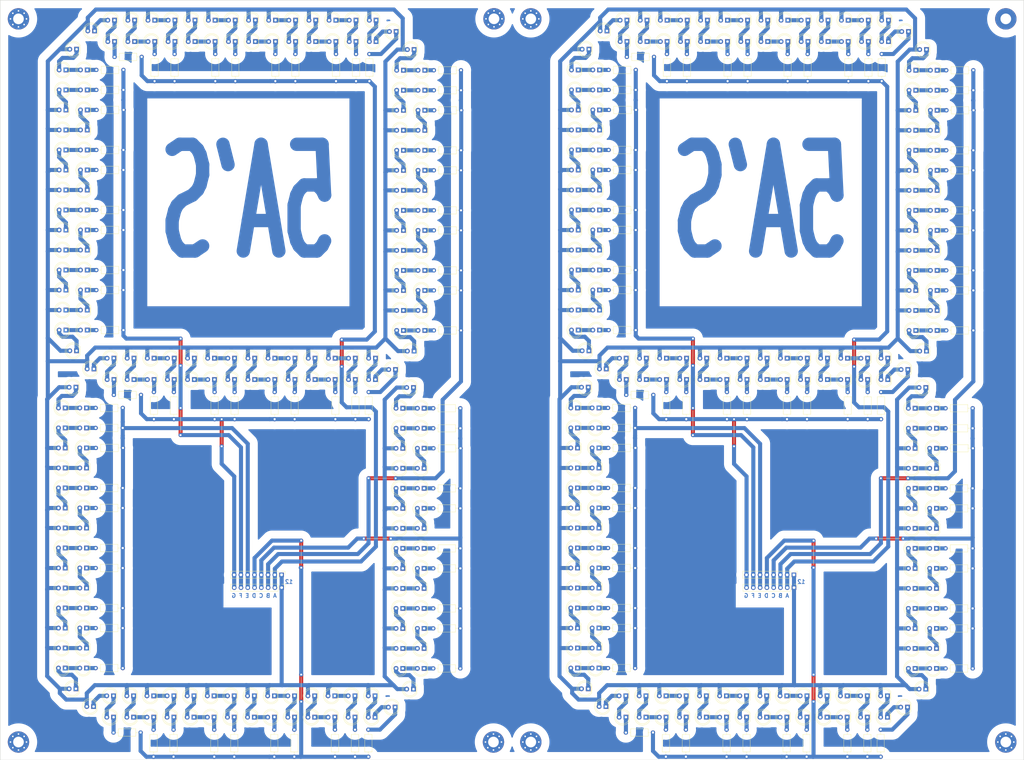
<source format=kicad_pcb>
(kicad_pcb (version 20211014) (generator pcbnew)
  (layers (0 "F.Cu" signal) (31 "B.Cu" signal) (34 "B.Paste" user) (35 "F.Paste" user) (36 "B.SilkS" user "B.Silkscreen") (37 "F.SilkS" user "F.Silkscreen") (38 "B.Mask" user) (39 "F.Mask" user) (44 "Edge.Cuts" user))
  (net 0 "")
  (footprint "LED_THT:LED_D5.0mm" (layer "F.Cu") (at 432.62513 193.942574 180)
    (fp_text reference "REF**" hide)
    (fp_text value "LED_D5.0mm" hide)
  )
  (footprint "Resistor_THT:R_Axial_DIN0207_L6.3mm_D2.5mm_P10.16mm_Horizontal" (layer "F.Cu") (at 597.93004 138.04508 180)
    (fp_text reference "REF**" hide)
    (fp_text value "R_Axial_DIN0207_L6.3mm_D2.5mm_P10.16mm_Horizontal" hide)
  )
  (footprint "LED_THT:LED_D5.0mm" (layer "F.Cu") (at 702.875 108.170074 180)
    (fp_text reference "REF**" hide)
    (fp_text value "LED_D5.0mm" hide)
  )
  (footprint "Resistor_THT:R_Axial_DIN0207_L6.3mm_D2.5mm_P10.16mm_Horizontal" (layer "F.Cu") (at 609.465 208.772574 90)
    (fp_text reference "REF**" hide)
    (fp_text value "R_Axial_DIN0207_L6.3mm_D2.5mm_P10.16mm_Horizontal" hide)
  )
  (footprint "LED_THT:LED_D5.0mm" (layer "F.Cu") (at 711.12496 -33.499932 180)
    (fp_text reference "REF**" hide)
    (fp_text value "LED_D5.0mm" hide)
  )
  (footprint "LED_THT:LED_D5.0mm" (layer "F.Cu") (at 432.76013 67.420074 180)
    (fp_text reference "REF**" hide)
    (fp_text value "LED_D5.0mm" hide)
  )
  (footprint "LED_THT:LED_D5.0mm" (layer "F.Cu") (at 519.12509 -40.999932 180)
    (fp_text reference "REF**" hide)
    (fp_text value "LED_D5.0mm" hide)
  )
  (footprint "LED_THT:LED_D5.0mm" (layer "F.Cu") (at 384.37517 175.54508 180)
    (fp_text reference "REF**" hide)
    (fp_text value "LED_D5.0mm" hide)
  )
  (footprint "LED_THT:LED_D5.0mm" (layer "F.Cu") (at 492.94513 193.942574 180)
    (fp_text reference "REF**" hide)
    (fp_text value "LED_D5.0mm" hide)
  )
  (footprint "LED_THT:LED_D5.0mm" (layer "F.Cu") (at 511.12509 19.000068 180)
    (fp_text reference "REF**" hide)
    (fp_text value "LED_D5.0mm" hide)
  )
  (footprint "LED_THT:LED_D5.0mm" (layer "F.Cu") (at 632.165 193.942574 180)
    (fp_text reference "REF**" hide)
    (fp_text value "LED_D5.0mm" hide)
  )
  (footprint "LED_THT:LED_D5.0mm" (layer "F.Cu") (at 388.37517 183.29508 180)
    (fp_text reference "REF**" hide)
    (fp_text value "LED_D5.0mm" hide)
  )
  (footprint "LED_THT:LED_D5.0mm" (layer "F.Cu") (at 384.37517 100.54508 180)
    (fp_text reference "REF**" hide)
    (fp_text value "LED_D5.0mm" hide)
  )
  (footprint "LED_THT:LED_D5.0mm" (layer "F.Cu") (at 670 59.420074 180)
    (fp_text reference "REF**" hide)
    (fp_text value "LED_D5.0mm" hide)
  )
  (footprint "LED_THT:LED_D5.0mm" (layer "F.Cu") (at 670.24996 -67.249932 180)
    (fp_text reference "REF**" hide)
    (fp_text value "LED_D5.0mm" hide)
  )
  (footprint "Resistor_THT:R_Axial_DIN0207_L6.3mm_D2.5mm_P10.16mm_Horizontal" (layer "F.Cu") (at 406.18013 48.875074 180)
    (fp_text reference "REF**" hide)
    (fp_text value "R_Axial_DIN0207_L6.3mm_D2.5mm_P10.16mm_Horizontal" hide)
  )
  (footprint "LED_THT:LED_D5.0mm" (layer "F.Cu") (at 510.87513 160.670074 180)
    (fp_text reference "REF**" hide)
    (fp_text value "LED_D5.0mm" hide)
  )
  (footprint "Resistor_THT:R_Axial_DIN0207_L6.3mm_D2.5mm_P10.16mm_Horizontal" (layer "F.Cu") (at 412.62513 199.692574 180)
    (fp_text reference "REF**" hide)
    (fp_text value "R_Axial_DIN0207_L6.3mm_D2.5mm_P10.16mm_Horizontal" hide)
  )
  (footprint "LED_THT:LED_D5.0mm" (layer "F.Cu") (at 576.625 -18.624926 180)
    (fp_text reference "REF**" hide)
    (fp_text value "LED_D5.0mm" hide)
  )
  (footprint "LED_THT:LED_D5.0mm" (layer "F.Cu") (at 500.87009 -59.249932 180)
    (fp_text reference "REF**" hide)
    (fp_text value "LED_D5.0mm" hide)
  )
  (footprint "LED_THT:LED_D5.0mm" (layer "F.Cu") (at 384.62513 26.375074 180)
    (fp_text reference "REF**" hide)
    (fp_text value "LED_D5.0mm" hide)
  )
  (footprint "LED_THT:LED_D5.0mm" (layer "F.Cu") (at 617.46996 -67.249932 180)
    (fp_text reference "REF**" hide)
    (fp_text value "LED_D5.0mm" hide)
  )
  (footprint "LED_THT:LED_D5.0mm" (layer "F.Cu") (at 711.12496 -18.499932 180)
    (fp_text reference "REF**" hide)
    (fp_text value "LED_D5.0mm" hide)
  )
  (footprint "Resistor_THT:R_Axial_DIN0207_L6.3mm_D2.5mm_P10.16mm_Horizontal" (layer "F.Cu") (at 724.43 85.670074 180)
    (fp_text reference "REF**" hide)
    (fp_text value "R_Axial_DIN0207_L6.3mm_D2.5mm_P10.16mm_Horizontal" hide)
  )
  (footprint "LED_THT:LED_D5.0mm" (layer "F.Cu") (at 594.465 185.942574 180)
    (fp_text reference "REF**" hide)
    (fp_text value "LED_D5.0mm" hide)
  )
  (footprint "LED_THT:LED_D5.0mm" (layer "F.Cu") (at 703.12496 11.500068 180)
    (fp_text reference "REF**" hide)
    (fp_text value "LED_D5.0mm" hide)
  )
  (footprint "LED_THT:LED_D5.0mm" (layer "F.Cu") (at 576.37504 145.54508 180)
    (fp_text reference "REF**" hide)
    (fp_text value "LED_D5.0mm" hide)
  )
  (footprint "LED_THT:LED_D5.0mm" (layer "F.Cu") (at 711.12496 26.500068 180)
    (fp_text reference "REF**" hide)
    (fp_text value "LED_D5.0mm" hide)
  )
  (footprint "Resistor_THT:R_Axial_DIN0207_L6.3mm_D2.5mm_P10.16mm_Horizontal" (layer "F.Cu") (at 532.43013 78.170074 180)
    (fp_text reference "REF**" hide)
    (fp_text value "R_Axial_DIN0207_L6.3mm_D2.5mm_P10.16mm_Horizontal" hide)
  )
  (footprint "LED_THT:LED_D5.0mm" (layer "F.Cu") (at 508.14013 63.670074 180)
    (fp_text reference "REF**" hide)
    (fp_text value "LED_D5.0mm" hide)
  )
  (footprint "LED_THT:LED_D5.0mm" (layer "F.Cu") (at 703.12496 -25.999932 180)
    (fp_text reference "REF**" hide)
    (fp_text value "LED_D5.0mm" hide)
  )
  (footprint "LED_THT:LED_D5.0mm" (layer "F.Cu") (at 440.55009 -67.249932 180)
    (fp_text reference "REF**" hide)
    (fp_text value "LED_D5.0mm" hide)
  )
  (footprint "LED_THT:LED_D5.0mm" (layer "F.Cu") (at 485.40513 193.942574 180)
    (fp_text reference "REF**" hide)
    (fp_text value "LED_D5.0mm" hide)
  )
  (footprint "LED_THT:LED_D5.0mm" (layer "F.Cu") (at 440.30013 59.420074 180)
    (fp_text reference "REF**" hide)
    (fp_text value "LED_D5.0mm" hide)
  )
  (footprint "Resistor_THT:R_Axial_DIN0207_L6.3mm_D2.5mm_P10.16mm_Horizontal" (layer "F.Cu") (at 604.625 199.692574 180)
    (fp_text reference "REF**" hide)
    (fp_text value "R_Axial_DIN0207_L6.3mm_D2.5mm_P10.16mm_Horizontal" hide)
  )
  (footprint "LED_THT:LED_D5.0mm" (layer "F.Cu") (at 609.545 185.942574 180)
    (fp_text reference "REF**" hide)
    (fp_text value "LED_D5.0mm" hide)
  )
  (footprint "LED_THT:LED_D5.0mm" (layer "F.Cu") (at 485.40513 185.942574 180)
    (fp_text reference "REF**" hide)
    (fp_text value "LED_D5.0mm" hide)
  )
  (footprint "LED_THT:LED_D5.0mm" (layer "F.Cu") (at 519.12509 -33.499932 180)
    (fp_text reference "REF**" hide)
    (fp_text value "LED_D5.0mm" hide)
  )
  (footprint "LED_THT:LED_D5.0mm" (layer "F.Cu") (at 700.005 190.192574 180)
    (fp_text reference "REF**" hide)
    (fp_text value "LED_D5.0mm" hide)
  )
  (footprint "LED_THT:LED_D5.0mm" (layer "F.Cu") (at 584.625 -41.124926 180)
    (fp_text reference "REF**" hide)
    (fp_text value "LED_D5.0mm" hide)
  )
  (footprint "LED_THT:LED_D5.0mm" (layer "F.Cu") (at 584.37504 78.04508 180)
    (fp_text reference "REF**" hide)
    (fp_text value "LED_D5.0mm" hide)
  )
  (footprint "LED_THT:LED_D5.0mm" (layer "F.Cu") (at 392.37517 85.54508 180)
    (fp_text reference "REF**" hide)
    (fp_text value "LED_D5.0mm" hide)
  )
  (footprint "LED_THT:LED_D5.0mm" (layer "F.Cu") (at 392.37517 78.04508 180)
    (fp_text reference "REF**" hide)
    (fp_text value "LED_D5.0mm" hide)
  )
  (footprint "Resistor_THT:R_Axial_DIN0207_L6.3mm_D2.5mm_P10.16mm_Horizontal" (layer "F.Cu") (at 724.43 78.170074 180)
    (fp_text reference "REF**" hide)
    (fp_text value "R_Axial_DIN0207_L6.3mm_D2.5mm_P10.16mm_Horizontal" hide)
  )
  (footprint "Resistor_THT:R_Axial_DIN0207_L6.3mm_D2.5mm_P10.16mm_Horizontal" (layer "F.Cu") (at 724.67996 -18.499932 180)
    (fp_text reference "REF**" hide)
    (fp_text value "R_Axial_DIN0207_L6.3mm_D2.5mm_P10.16mm_Horizontal" hide)
  )
  (footprint "LED_THT:LED_D5.0mm" (layer "F.Cu") (at 518.87513 138.170074 180)
    (fp_text reference "REF**" hide)
    (fp_text value "LED_D5.0mm" hide)
  )
  (footprint "LED_THT:LED_D5.0mm" (layer "F.Cu") (at 703.12496 4.000068 180)
    (fp_text reference "REF**" hide)
    (fp_text value "LED_D5.0mm" hide)
  )
  (footprint "LED_THT:LED_D5.0mm" (layer "F.Cu") (at 508.39009 -62.999932 180)
    (fp_text reference "REF**" hide)
    (fp_text value "LED_D5.0mm" hide)
  )
  (footprint "LED_THT:LED_D5.0mm" (layer "F.Cu") (at 702.875 130.670074 180)
    (fp_text reference "REF**" hide)
    (fp_text value "LED_D5.0mm" hide)
  )
  (footprint "LED_THT:LED_D5.0mm" (layer "F.Cu") (at 711.12496 19.000068 180)
    (fp_text reference "REF**" hide)
    (fp_text value "LED_D5.0mm" hide)
  )
  (footprint "LED_THT:LED_D5.0mm" (layer "F.Cu") (at 647.245 193.942574 180)
    (fp_text reference "REF**" hide)
    (fp_text value "LED_D5.0mm" hide)
  )
  (footprint "LED_THT:LED_D5.0mm" (layer "F.Cu") (at 485.54013 59.420074 180)
    (fp_text reference "REF**" hide)
    (fp_text value "LED_D5.0mm" hide)
  )
  (footprint "LED_THT:LED_D5.0mm" (layer "F.Cu") (at 576.37504 108.04508 180)
    (fp_text reference "REF**" hide)
    (fp_text value "LED_D5.0mm" hide)
  )
  (footprint "LED_THT:LED_D5.0mm" (layer "F.Cu") (at 384.37517 115.54508 180)
    (fp_text reference "REF**" hide)
    (fp_text value "LED_D5.0mm" hide)
  )
  (footprint "LED_THT:LED_D5.0mm" (layer "F.Cu") (at 710.875 100.670074 180)
    (fp_text reference "REF**" hide)
    (fp_text value "LED_D5.0mm" hide)
  )
  (footprint "Resistor_THT:R_Axial_DIN0207_L6.3mm_D2.5mm_P10.16mm_Horizontal" (layer "F.Cu") (at 597.93004 160.54508 180)
    (fp_text reference "REF**" hide)
    (fp_text value "R_Axial_DIN0207_L6.3mm_D2.5mm_P10.16mm_Horizontal" hide)
  )
  (footprint "LED_THT:LED_D5.0mm" (layer "F.Cu") (at 584.625 3.875074 180)
    (fp_text reference "REF**" hide)
    (fp_text value "LED_D5.0mm" hide)
  )
  (footprint "LED_THT:LED_D5.0mm" (layer "F.Cu") (at 392.62513 48.875074 180)
    (fp_text reference "REF**" hide)
    (fp_text value "LED_D5.0mm" hide)
  )
  (footprint "LED_THT:LED_D5.0mm" (layer "F.Cu") (at 492.94513 185.942574 180)
    (fp_text reference "REF**" hide)
    (fp_text value "LED_D5.0mm" hide)
  )
  (footprint "LED_THT:LED_D5.0mm" (layer "F.Cu") (at 707.12496 56.750068 180)
    (fp_text reference "REF**" hide)
    (fp_text value "LED_D5.0mm" hide)
  )
  (footprint "LED_THT:LED_D5.0mm" (layer "F.Cu") (at 485.79009 -59.249932 180)
    (fp_text reference "REF**" hide)
    (fp_text value "LED_D5.0mm" hide)
  )
  (footprint "LED_THT:LED_D5.0mm" (layer "F.Cu") (at 580.625 -56.374926 180)
    (fp_text reference "REF**" hide)
    (fp_text value "LED_D5.0mm" hide)
  )
  (footprint "LED_THT:LED_D5.0mm" (layer "F.Cu") (at 647.62996 -67.249932 180)
    (fp_text reference "REF**" hide)
    (fp_text value "LED_D5.0mm" hide)
  )
  (footprint "LED_THT:LED_D5.0mm" (layer "F.Cu") (at 511.12509 41.500068 180)
    (fp_text reference "REF**" hide)
    (fp_text value "LED_D5.0mm" hide)
  )
  (footprint "LED_THT:LED_D5.0mm" (layer "F.Cu") (at 478.25009 -59.249932 180)
    (fp_text reference "REF**" hide)
    (fp_text value "LED_D5.0mm" hide)
  )
  (footprint "LED_THT:LED_D5.0mm" (layer "F.Cu") (at 703.12496 49.000068 180)
    (fp_text reference "REF**" hide)
    (fp_text value "LED_D5.0mm" hide)
  )
  (footprint "Resistor_THT:R_Axial_DIN0207_L6.3mm_D2.5mm_P10.16mm_Horizontal" (layer "F.Cu") (at 684.965 208.772574 90)
    (fp_text reference "REF**" hide)
    (fp_text value "R_Axial_DIN0207_L6.3mm_D2.5mm_P10.16mm_Horizontal" hide)
  )
  (footprint "Connector_PinHeader_2.54mm:PinHeader_1x08_P2.54mm_Vertical" (layer "F.Cu") (at 465.44013 140.6 -90)
    (fp_text reference "REF**" hide)
    (fp_text value "PinHeader_1x08_P2.54mm_Vertical" hide)
  )
  (footprint "LED_THT:LED_D5.0mm" (layer "F.Cu") (at 519.12509 4.000068 180)
    (fp_text reference "REF**" hide)
    (fp_text value "LED_D5.0mm" hide)
  )
  (footprint "LED_THT:LED_D5.0mm" (layer "F.Cu") (at 584.37504 160.54508 180)
    (fp_text reference "REF**" hide)
    (fp_text value "LED_D5.0mm" hide)
  )
  (footprint "LED_THT:LED_D5.0mm" (layer "F.Cu") (at 624.625 185.942574 180)
    (fp_text reference "REF**" hide)
    (fp_text value "LED_D5.0mm" hide)
  )
  (footprint "LED_THT:LED_D5.0mm" (layer "F.Cu") (at 576.37504 78.04508 180)
    (fp_text reference "REF**" hide)
    (fp_text value "LED_D5.0mm" hide)
  )
  (footprint "LED_THT:LED_D5.0mm" (layer "F.Cu") (at 447.84013 67.420074 180)
    (fp_text reference "REF**" hide)
    (fp_text value "LED_D5.0mm" hide)
  )
  (footprint "LED_THT:LED_D5.0mm" (layer "F.Cu") (at 500.48513 185.942574 180)
    (fp_text reference "REF**" hide)
    (fp_text value "LED_D5.0mm" hide)
  )
  (footprint "Resistor_THT:R_Axial_DIN0207_L6.3mm_D2.5mm_P10.16mm_Horizontal" (layer "F.Cu") (at 485.60013 82.250074 90)
    (fp_text reference "REF**" hide)
    (fp_text value "R_Axial_DIN0207_L6.3mm_D2.5mm_P10.16mm_Horizontal" hide)
  )
  (footprint "Resistor_THT:R_Axial_DIN0207_L6.3mm_D2.5mm_P10.16mm_Horizontal" (layer "F.Cu") (at 532.68009 26.500068 180)
    (fp_text reference "REF**" hide)
    (fp_text value "R_Axial_DIN0207_L6.3mm_D2.5mm_P10.16mm_Horizontal" hide)
  )
  (footprint "LED_THT:LED_D5.0mm" (layer "F.Cu") (at 511.12509 26.500068 180)
    (fp_text reference "REF**" hide)
    (fp_text value "LED_D5.0mm" hide)
  )
  (footprint "LED_THT:LED_D5.0mm" (layer "F.Cu") (at 625.00996 -59.249932 180)
    (fp_text reference "REF**" hide)
    (fp_text value "LED_D5.0mm" hide)
  )
  (footprint "LED_THT:LED_D5.0mm" (layer "F.Cu") (at 515.12509 -56.249932 180)
    (fp_text reference "REF**" hide)
    (fp_text value "LED_D5.0mm" hide)
  )
  (footprint "LED_THT:LED_D5.0mm" (layer "F.Cu") (at 692.62 67.420074 180)
    (fp_text reference "REF**" hide)
    (fp_text value "LED_D5.0mm" hide)
  )
  (footprint "LED_THT:LED_D5.0mm" (layer "F.Cu") (at 433.01009 -67.249932 180)
    (fp_text reference "REF**" hide)
    (fp_text value "LED_D5.0mm" hide)
  )
  (footprint "LED_THT:LED_D5.0mm" (layer "F.Cu") (at 662.46 59.420074 180)
    (fp_text reference "REF**" hide)
    (fp_text value "LED_D5.0mm" hide)
  )
  (footprint "LED_THT:LED_D5.0mm" (layer "F.Cu") (at 392.37517 145.54508 180)
    (fp_text reference "REF**" hide)
    (fp_text value "LED_D5.0mm" hide)
  )
  (footprint "THTJumpers:Jumper_P10.16mm_D0.7mm" (layer "F.Cu") (at 427.60013 62.23 90)
    (fp_text reference "REF**" hide)
    (fp_text value "Jumper_P10.16mm_D0.7mm" hide)
  )
  (footprint "LED_THT:LED_D5.0mm" (layer "F.Cu") (at 384.37517 160.54508 180)
    (fp_text reference "REF**" hide)
    (fp_text value "LED_D5.0mm" hide)
  )
  (footprint "LED_THT:LED_D5.0mm" (layer "F.Cu") (at 710.875 168.170074 180)
    (fp_text reference "REF**" hide)
    (fp_text value "LED_D5.0mm" hide)
  )
  (footprint "LED_THT:LED_D5.0mm" (layer "F.Cu") (at 654.785 185.942574 180)
    (fp_text reference "REF**" hide)
    (fp_text value "LED_D5.0mm" hide)
  )
  (footprint "LED_THT:LED_D5.0mm" (layer "F.Cu") (at 511.12509 -48.499932 180)
    (fp_text reference "REF**" hide)
    (fp_text value "LED_D5.0mm" hide)
  )
  (footprint "LED_THT:LED_D5.0mm" (layer "F.Cu") (at 576.625 41.375074 180)
    (fp_text reference "REF**" hide)
    (fp_text value "LED_D5.0mm" hide)
  )
  (footprint "Resistor_THT:R_Axial_DIN0207_L6.3mm_D2.5mm_P10.16mm_Horizontal" (layer "F.Cu") (at 405.93017 78.04508 180)
    (fp_text reference "REF**" hide)
    (fp_text value "R_Axial_DIN0207_L6.3mm_D2.5mm_P10.16mm_Horizontal" hide)
  )
  (footprint "LED_THT:LED_D5.0mm" (layer "F.Cu") (at 594.87496 -59.249932 180)
    (fp_text reference "REF**" hide)
    (fp_text value "LED_D5.0mm" hide)
  )
  (footprint "LED_THT:LED_D5.0mm" (layer "F.Cu") (at 702.875 145.670074 180)
    (fp_text reference "REF**" hide)
    (fp_text value "LED_D5.0mm" hide)
  )
  (footprint "Resistor_THT:R_Axial_DIN0207_L6.3mm_D2.5mm_P10.16mm_Horizontal" (layer "F.Cu") (at 447.71513 208.772574 90)
    (fp_text reference "REF**" hide)
    (fp_text value "R_Axial_DIN0207_L6.3mm_D2.5mm_P10.16mm_Horizontal" hide)
  )
  (footprint "LED_THT:LED_D5.0mm" (layer "F.Cu") (at 392.37517 123.04508 180)
    (fp_text reference "REF**" hide)
    (fp_text value "LED_D5.0mm" hide)
  )
  (footprint "LED_THT:LED_D5.0mm" (layer "F.Cu") (at 425.47009 -67.249932 180)
    (fp_text reference "REF**" hide)
    (fp_text value "LED_D5.0mm" hide)
  )
  (footprint "LED_THT:LED_D5.0mm" (layer "F.Cu") (at 647.245 185.942574 180)
    (fp_text reference "REF**" hide)
    (fp_text value "LED_D5.0mm" hide)
  )
  (footprint "LED_THT:LED_D5.0mm" (layer "F.Cu") (at 700.14 63.670074 180)
    (fp_text reference "REF**" hide)
    (fp_text value "LED_D5.0mm" hide)
  )
  (footprint "LED_THT:LED_D5.0mm" (layer "F.Cu") (at 455.24513 193.942574 180)
    (fp_text reference "REF**" hide)
    (fp_text value "LED_D5.0mm" hide)
  )
  (footprint "LED_THT:LED_D5.0mm" (layer "F.Cu") (at 511.12509 11.500068 180)
    (fp_text reference "REF**" hide)
    (fp_text value "LED_D5.0mm" hide)
  )
  (footprint "Resistor_THT:R_Axial_DIN0207_L6.3mm_D2.5mm_P10.16mm_Horizontal" (layer "F.Cu") (at 597.93004 78.04508 180)
    (fp_text reference "REF**" hide)
    (fp_text value "R_Axial_DIN0207_L6.3mm_D2.5mm_P10.16mm_Horizontal" hide)
  )
  (footprint "LED_THT:LED_D5.0mm" (layer "F.Cu") (at 392.62513 -3.624926 180)
    (fp_text reference "REF**" hide)
    (fp_text value "LED_D5.0mm" hide)
  )
  (footprint "Resistor_THT:R_Axial_DIN0207_L6.3mm_D2.5mm_P10.16mm_Horizontal" (layer "F.Cu") (at 598.18 -11.124926 180)
    (fp_text reference "REF**" hide)
    (fp_text value "R_Axial_DIN0207_L6.3mm_D2.5mm_P10.16mm_Horizontal" hide)
  )
  (footprint "LED_THT:LED_D5.0mm" (layer "F.Cu") (at 576.625 3.875074 180)
    (fp_text reference "REF**" hide)
    (fp_text value "LED_D5.0mm" hide)
  )
  (footprint "LED_THT:LED_D5.0mm" (layer "F.Cu") (at 586.99 189.942574 180)
    (fp_text reference "REF**" hide)
    (fp_text value "LED_D5.0mm" hide)
  )
  (footprint "LED_THT:LED_D5.0mm" (layer "F.Cu") (at 609.68 67.420074 180)
    (fp_text reference "REF**" hide)
    (fp_text value "LED_D5.0mm" hide)
  )
  (footprint "Resistor_THT:R_Axial_DIN0207_L6.3mm_D2.5mm_P10.16mm_Horizontal" (layer "F.Cu") (at 448.10009 -44.419932 90)
    (fp_text reference "REF**" hide)
    (fp_text value "R_Axial_DIN0207_L6.3mm_D2.5mm_P10.16mm_Horizontal" hide)
  )
  (footprint "LED_THT:LED_D5.0mm" (layer "F.Cu") (at 662.325 185.942574 180)
    (fp_text reference "REF**" hide)
    (fp_text value "LED_D5.0mm" hide)
  )
  (footprint "LED_THT:LED_D5.0mm" (layer "F.Cu") (at 703.12496 -10.999932 180)
    (fp_text reference "REF**" hide)
    (fp_text value "LED_D5.0mm" hide)
  )
  (footprint "Resistor_THT:R_Axial_DIN0207_L6.3mm_D2.5mm_P10.16mm_Horizontal" (layer "F.Cu") (at 406.18013 -41.124926 180)
    (fp_text reference "REF**" hide)
    (fp_text value "R_Axial_DIN0207_L6.3mm_D2.5mm_P10.16mm_Horizontal" hide)
  )
  (footprint "LED_THT:LED_D5.0mm" (layer "F.Cu") (at 602.14 59.420074 180)
    (fp_text reference "REF**" hide)
    (fp_text value "LED_D5.0mm" hide)
  )
  (footprint "Resistor_THT:R_Axial_DIN0207_L6.3mm_D2.5mm_P10.16mm_Horizontal" (layer "F.Cu") (at 497.96513 208.772574 90)
    (fp_text reference "REF**" hide)
    (fp_text value "R_Axial_DIN0207_L6.3mm_D2.5mm_P10.16mm_Horizontal" hide)
  )
  (footprint "LED_THT:LED_D5.0mm" (layer "F.Cu") (at 519.12509 -25.999932 180)
    (fp_text reference "REF**" hide)
    (fp_text value "LED_D5.0mm" hide)
  )
  (footprint "LED_THT:LED_D5.0mm" (layer "F.Cu") (at 584.37504 175.54508 180)
    (fp_text reference "REF**" hide)
    (fp_text value "LED_D5.0mm" hide)
  )
  (footprint "THTJumpers:Jumper_P10.16mm_D0.7mm" (layer "F.Cu") (at 506.40013 127 180)
    (fp_text reference "REF**" hide)
    (fp_text value "Jumper_P10.16mm_D0.7mm" hide)
  )
  (footprint "LED_THT:LED_D5.0mm" (layer "F.Cu") (at 493.08013 59.420074 180)
    (fp_text reference "REF**" hide)
    (fp_text value "LED_D5.0mm" hide)
  )
  (footprint "Resistor_THT:R_Axial_DIN0207_L6.3mm_D2.5mm_P10.16mm_Horizontal" (layer "F.Cu") (at 654.715 208.772574 90)
    (fp_text reference "REF**" hide)
    (fp_text value "R_Axial_DIN0207_L6.3mm_D2.5mm_P10.16mm_Horizontal" hide)
  )
  (footprint "LED_THT:LED_D5.0mm" (layer "F.Cu") (at 647.38 67.420074 180)
    (fp_text reference "REF**" hide)
    (fp_text value "LED_D5.0mm" hide)
  )
  (footprint "MountingHole:MountingHole_4mm_Pad_Via" (layer "F.Cu") (at 736.85 203.250074)
    (fp_text reference "REF**" hide)
    (fp_text value "MountingHole_4mm_Pad_Via" hide)
  )
  (footprint "LED_THT:LED_D5.0mm" (layer "F.Cu") (at 707.12496 -56.249932 180)
    (fp_text reference "REF**" hide)
    (fp_text value "LED_D5.0mm" hide)
  )
  (footprint "Resistor_THT:R_Axial_DIN0207_L6.3mm_D2.5mm_P10.16mm_Horizontal" (layer "F.Cu") (at 609.84996 -44.419932 90)
    (fp_text reference "REF**" hide)
    (fp_text value "R_Axial_DIN0207_L6.3mm_D2.5mm_P10.16mm_Horizontal" hide)
  )
  (footprint "LED_THT:LED_D5.0mm" (layer "F.Cu") (at 584.37504 153.04508 180)
    (fp_text reference "REF**" hide)
    (fp_text value "LED_D5.0mm" hide)
  )
  (footprint "LED_THT:LED_D5.0mm" (layer "F.Cu") (at 455.63009 -67.249932 180)
    (fp_text reference "REF**" hide)
    (fp_text value "LED_D5.0mm" hide)
  )
  (footprint "LED_THT:LED_D5.0mm" (layer "F.Cu") (at 703.12496 26.500068 180)
    (fp_text reference "REF**" hide)
    (fp_text value "LED_D5.0mm" hide)
  )
  (footprint "LED_THT:LED_D5.0mm" (layer "F.Cu") (at 477.86513 193.942574 180)
    (fp_text reference "REF**" hide)
    (fp_text value "LED_D5.0mm" hide)
  )
  (footprint "Resistor_THT:R_Axial_DIN0207_L6.3mm_D2.5mm_P10.16mm_Horizontal" (layer "F.Cu") (at 532.68009 -48.499932 180)
    (fp_text reference "REF**" hide)
    (fp_text value "R_Axial_DIN0207_L6.3mm_D2.5mm_P10.16mm_Horizontal" hide)
  )
  (footprint "Resistor_THT:R_Axial_DIN0207_L6.3mm_D2.5mm_P10.16mm_Horizontal" (layer "F.Cu") (at 405.93017 108.04508 180)
    (fp_text reference "REF**" hide)
    (fp_text value "R_Axial_DIN0207_L6.3mm_D2.5mm_P10.16mm_Horizontal" hide)
  )
  (footprint "Resistor_THT:R_Axial_DIN0207_L6.3mm_D2.5mm_P10.16mm_Horizontal" (layer "F.Cu") (at 724.43 175.670074 180)
    (fp_text reference "REF**" hide)
    (fp_text value "R_Axial_DIN0207_L6.3mm_D2.5mm_P10.16mm_Horizontal" hide)
  )
  (footprint "LED_THT:LED_D5.0mm" (layer "F.Cu") (at 511.12509 -3.499932 180)
    (fp_text reference "REF**" hide)
    (fp_text value "LED_D5.0mm" hide)
  )
  (footprint "LED_THT:LED_D5.0mm" (layer "F.Cu") (at 624.76 59.420074 180)
    (fp_text reference "REF**" hide)
    (fp_text value "LED_D5.0mm" hide)
  )
  (footprint "THTJumpers:Jumper_P10.16mm_D0.7mm" (layer "F.Cu") (at 472.80013 127.77 -90)
    (fp_text reference "REF**" hide)
    (fp_text value "Jumper_P10.16mm_D0.7mm" hide)
  )
  (footprint "LED_THT:LED_D5.0mm" (layer "F.Cu") (at 584.625 26.375074 180)
    (fp_text reference "REF**" hide)
    (fp_text value "LED_D5.0mm" hide)
  )
  (footprint "THTJumpers:Jumper_P10.16mm_D0.7mm" (layer "F.Cu") (at 443.00013 92.43 90)
    (fp_text reference "REF**" hide)
    (fp_text value "Jumper_P10.16mm_D0.7mm" hide)
  )
  (footprint "LED_THT:LED_D5.0mm" (layer "F.Cu") (at 511.12509 34.000068 180)
    (fp_text reference "REF**" hide)
    (fp_text value "LED_D5.0mm" hide)
  )
  (footprint "LED_THT:LED_D5.0mm" (layer "F.Cu") (at 510.87513 93.170074 180)
    (fp_text reference "REF**" hide)
    (fp_text value "LED_D5.0mm" hide)
  )
  (footprint "LED_THT:LED_D5.0mm" (layer "F.Cu") (at 455.38013 67.420074 180)
    (fp_text reference "REF**" hide)
    (fp_text value "LED_D5.0mm" hide)
  )
  (footprint "LED_THT:LED_D5.0mm" (layer "F.Cu") (at 576.625 -48.624926 180)
    (fp_text reference "REF**" hide)
    (fp_text value "LED_D5.0mm" hide)
  )
  (footprint "LED_THT:LED_D5.0mm" (layer "F.Cu") (at 392.37517 115.54508 180)
    (fp_text reference "REF**" hide)
    (fp_text value "LED_D5.0mm" hide)
  )
  (footprint "LED_THT:LED_D5.0mm" (layer "F.Cu") (at 594.6 59.420074 180)
    (fp_text reference "REF**" hide)
    (fp_text value "LED_D5.0mm" hide)
  )
  (footprint "LED_THT:LED_D5.0mm" (layer "F.Cu") (at 576.625 -33.624926 180)
    (fp_text reference "REF**" hide)
    (fp_text value "LED_D5.0mm" hide)
  )
  (footprint "Resistor_THT:R_Axial_DIN0207_L6.3mm_D2.5mm_P10.16mm_Horizontal" (layer "F.Cu") (at 724.43 115.670074 180)
    (fp_text reference "REF**" hide)
    (fp_text value "R_Axial_DIN0207_L6.3mm_D2.5mm_P10.16mm_Horizontal" hide)
  )
  (footprint "LED_THT:LED_D5.0mm" (layer "F.Cu") (at 384.62513 3.875074 180)
    (fp_text reference "REF**" hide)
    (fp_text value "LED_D5.0mm" hide)
  )
  (footprint "LED_THT:LED_D5.0mm" (layer "F.Cu") (at 392.62513 18.875074 180)
    (fp_text reference "REF**" hide)
    (fp_text value "LED_D5.0mm" hide)
  )
  (footprint "Resistor_THT:R_Axial_DIN0207_L6.3mm_D2.5mm_P10.16mm_Horizontal" (layer "F.Cu") (at 597.93004 115.54508 180)
    (fp_text reference "REF**" hide)
    (fp_text value "R_Axial_DIN0207_L6.3mm_D2.5mm_P10.16mm_Horizontal" hide)
  )
  (footprint "LED_THT:LED_D5.0mm" (layer "F.Cu") (at 392.62513 41.375074 180)
    (fp_text reference "REF**" hide)
    (fp_text value "LED_D5.0mm" hide)
  )
  (footprint "LED_THT:LED_D5.0mm" (layer "F.Cu") (at 510.87513 108.170074 180)
    (fp_text reference "REF**" hide)
    (fp_text value "LED_D5.0mm" hide)
  )
  (footprint "LED_THT:LED_D5.0mm" (layer "F.Cu") (at 518.87513 175.670074 180)
    (fp_text reference "REF**" hide)
    (fp_text value "LED_D5.0mm" hide)
  )
  (footprint "LED_THT:LED_D5.0mm" (layer "F.Cu") (at 584.625 -3.624926 180)
    (fp_text reference "REF**" hide)
    (fp_text value "LED_D5.0mm" hide)
  )
  (footprint "Resistor_THT:R_Axial_DIN0207_L6.3mm_D2.5mm_P10.16mm_Horizontal" (layer "F.Cu") (at 617.1 82.250074 90)
    (fp_text reference "REF**" hide)
    (fp_text value "R_Axial_DIN0207_L6.3mm_D2.5mm_P10.16mm_Horizontal" hide)
  )
  (footprint "LED_THT:LED_D5.0mm" (layer "F.Cu") (at 576.37504 123.04508 180)
    (fp_text reference "REF**" hide)
    (fp_text value "LED_D5.0mm" hide)
  )
  (footprint "LED_THT:LED_D5.0mm" (layer "F.Cu") (at 576.625 -26.124926 180)
    (fp_text reference "REF**" hide)
    (fp_text value "LED_D5.0mm" hide)
  )
  (footprint "LED_THT:LED_D5.0mm" (layer "F.Cu") (at 447.70513 193.942574 180)
    (fp_text reference "REF**" hide)
    (fp_text value "LED_D5.0mm" hide)
  )
  (footprint "LED_THT:LED_D5.0mm" (layer "F.Cu") (at 677.405 185.942574 180)
    (fp_text reference "REF**" hide)
    (fp_text value "LED_D5.0mm" hide)
  )
  (footprint "LED_THT:LED_D5.0mm" (layer "F.Cu") (at 447.84013 59.420074 180)
    (fp_text reference "REF**" hide)
    (fp_text value "LED_D5.0mm" hide)
  )
  (footprint "LED_THT:LED_D5.0mm" (layer "F.Cu") (at 500.48513 193.942574 180)
    (fp_text reference "REF**" hide)
    (fp_text value "LED_D5.0mm" hide)
  )
  (footprint "LED_THT:LED_D5.0mm" (layer "F.Cu") (at 518.87513 93.170074 180)
    (fp_text reference "REF**" hide)
    (fp_text value "LED_D5.0mm" hide)
  )
  (footprint "LED_THT:LED_D5.0mm" (layer "F.Cu") (at 511.12509 -25.999932 180)
    (fp_text reference "REF**" hide)
    (fp_text value "LED_D5.0mm" hide)
  )
  (footprint "LED_THT:LED_D5.0mm" (layer "F.Cu") (at 685.32996 -67.249932 180)
    (fp_text reference "REF**" hide)
    (fp_text value "LED_D5.0mm" hide)
  )
  (footprint "LED_THT:LED_D5.0mm" (layer "F.Cu") (at 647.38 59.420074 180)
    (fp_text reference "REF**" hide)
    (fp_text value "LED_D5.0mm" hide)
  )
  (footprint "LED_THT:LED_D5.0mm" (layer "F.Cu") (at 711.12496 41.500068 180)
    (fp_text reference "REF**" hide)
    (fp_text value "LED_D5.0mm" hide)
  )
  (footprint "LED_THT:LED_D5.0mm" (layer "F.Cu") (at 594.625 67.420074 180)
    (fp_text reference "REF**" hide)
    (fp_text value "LED_D5.0mm" hide)
  )
  (footprint "MountingHole:MountingHole_4mm_Pad_Via" (layer "F.Cu") (at 544.85013 203.250074)
    (fp_text reference "REF**" hide)
    (fp_text value "MountingHole_4mm_Pad_Via" hide)
  )
  (footprint "LED_THT:LED_D5.0mm" (layer "F.Cu") (at 609.92996 -67.249932 180)
    (fp_text reference "REF**" hide)
    (fp_text value "LED_D5.0mm" hide)
  )
  (footprint "Resistor_THT:R_Axial_DIN0207_L6.3mm_D2.5mm_P10.16mm_Horizontal" (layer "F.Cu") (at 677.84996 -44.419932 90)
    (fp_text reference "REF**" hide)
    (fp_text value "R_Axial_DIN0207_L6.3mm_D2.5mm_P10.16mm_Horizontal" hide)
  )
  (footprint "LED_THT:LED_D5.0mm" (layer "F.Cu") (at 632.165 185.942574 180)
    (fp_text reference "REF**" hide)
    (fp_text value "LED_D5.0mm" hide)
  )
  (footprint "Resistor_THT:R_Axial_DIN0207_L6.3mm_D2.5mm_P10.16mm_Horizontal" (layer "F.Cu") (at 597.93004 108.04508 180)
    (fp_text reference "REF**" hide)
    (fp_text value "R_Axial_DIN0207_L6.3mm_D2.5mm_P10.16mm_Horizontal" hide)
  )
  (footprint "LED_THT:LED_D5.0mm" (layer "F.Cu") (at 662.70996 -59.249932 180)
    (fp_text reference "REF**" hide)
    (fp_text value "LED_D5.0mm" hide)
  )
  (footprint "LED_THT:LED_D5.0mm" (layer "F.Cu") (at 692.86996 -67.249932 180)
    (fp_text reference "REF**" hide)
    (fp_text value "LED_D5.0mm" hide)
  )
  (footprint "LED_THT:LED_D5.0mm" (layer "F.Cu") (at 703.12496 -3.499932 180)
    (fp_text reference "REF**" hide)
    (fp_text value "LED_D5.0mm" hide)
  )
  (footprint "MountingHole:MountingHole_4mm_Pad_Via" (layer "F.Cu") (at 366.85013 -67.749926)
    (fp_text reference "REF**" hide)
    (fp_text value "MountingHole_4mm_Pad_Via" hide)
  )
  (footprint "LED_THT:LED_D5.0mm" (layer "F.Cu") (at 470.32513 185.942574 180)
    (fp_text reference "REF**" hide)
    (fp_text value "LED_D5.0mm" hide)
  )
  (footprint "LED_THT:LED_D5.0mm" (layer "F.Cu") (at 470.71009 -67.249932 180)
    (fp_text reference "REF**" hide)
    (fp_text value "LED_D5.0mm" hide)
  )
  (footprint "LED_THT:LED_D5.0mm" (layer "F.Cu") (at 384.62513 -41.124926 180)
    (fp_text reference "REF**" hide)
    (fp_text value "LED_D5.0mm" hide)
  )
  (footprint "Resistor_THT:R_Axial_DIN0207_L6.3mm_D2.5mm_P10.16mm_Horizontal" (layer "F.Cu") (at 532.68009 34.000068 180)
    (fp_text reference "REF**" hide)
    (fp_text value "R_Axial_DIN0207_L6.3mm_D2.5mm_P10.16mm_Horizontal" hide)
  )
  (footprint "LED_THT:LED_D5.0mm" (layer "F.Cu") (at 493.08013 67.420074 180)
    (fp_text reference "REF**" hide)
    (fp_text value "LED_D5.0mm" hide)
  )
  (footprint "Resistor_THT:R_Axial_DIN0207_L6.3mm_D2.5mm_P10.16mm_Horizontal" (layer "F.Cu") (at 532.68009 -40.999932 180)
    (fp_text reference "REF**" hide)
    (fp_text value "R_Axial_DIN0207_L6.3mm_D2.5mm_P10.16mm_Horizontal" hide)
  )
  (footprint "LED_THT:LED_D5.0mm" (layer "F.Cu") (at 485.79009 -67.249932 180)
    (fp_text reference "REF**" hide)
    (fp_text value "LED_D5.0mm" hide)
  )
  (footprint "Resistor_THT:R_Axial_DIN0207_L6.3mm_D2.5mm_P10.16mm_Horizontal" (layer "F.Cu") (at 532.68009 4.000068 180)
    (fp_text reference "REF**" hide)
    (fp_text value "R_Axial_DIN0207_L6.3mm_D2.5mm_P10.16mm_Horizontal" hide)
  )
  (footprint "LED_THT:LED_D5.0mm" (layer "F.Cu") (at 384.62513 -3.624926 180)
    (fp_text reference "REF**" hide)
    (fp_text value "LED_D5.0mm" hide)
  )
  (footprint "LED_THT:LED_D5.0mm" (layer "F.Cu") (at 710.875 115.670074 180)
    (fp_text reference "REF**" hide)
    (fp_text value "LED_D5.0mm" hide)
  )
  (footprint "LED_THT:LED_D5.0mm" (layer "F.Cu") (at 576.625 11.375074 180)
    (fp_text reference "REF**" hide)
    (fp_text value "LED_D5.0mm" hide)
  )
  (footprint "LED_THT:LED_D5.0mm" (layer "F.Cu") (at 692.485 185.942574 180)
    (fp_text reference "REF**" hide)
    (fp_text value "LED_D5.0mm" hide)
  )
  (footprint "LED_THT:LED_D5.0mm" (layer "F.Cu") (at 384.62513 -18.624926 180)
    (fp_text reference "REF**" hide)
    (fp_text value "LED_D5.0mm" hide)
  )
  (footprint "LED_THT:LED_D5.0mm" (layer "F.Cu") (at 702.875 100.670074 180)
    (fp_text reference "REF**" hide)
    (fp_text value "LED_D5.0mm" hide)
  )
  (footprint "LED_THT:LED_D5.0mm" (layer "F.Cu") (at 510.87513 100.670074 180)
    (fp_text reference "REF**" hide)
    (fp_text value "LED_D5.0mm" hide)
  )
  (footprint "Resistor_THT:R_Axial_DIN0207_L6.3mm_D2.5mm_P10.16mm_Horizontal" (layer "F.Cu") (at 424.96513 208.772574 90)
    (fp_text reference "REF**" hide)
    (fp_text value "R_Axial_DIN0207_L6.3mm_D2.5mm_P10.16mm_Horizontal" hide)
  )
  (footprint "Resistor_THT:R_Axial_DIN0207_L6.3mm_D2.5mm_P10.16mm_Horizontal" (layer "F.Cu") (at 532.43013 115.670074 180)
    (fp_text reference "REF**" hide)
    (fp_text value "R_Axial_DIN0207_L6.3mm_D2.5mm_P10.16mm_Horizontal" hide)
  )
  (footprint "LED_THT:LED_D5.0mm" (layer "F.Cu") (at 402.46513 185.942574 180)
    (fp_text reference "REF**" hide)
    (fp_text value "LED_D5.0mm" hide)
  )
  (footprint "LED_THT:LED_D5.0mm" (layer "F.Cu") (at 417.54513 193.942574 180)
    (fp_text reference "REF**" hide)
    (fp_text value "LED_D5.0mm" hide)
  )
  (footprint "LED_THT:LED_D5.0mm" (layer "F.Cu") (at 440.55009 -59.249932 180)
    (fp_text reference "REF**" hide)
    (fp_text value "LED_D5.0mm" hide)
  )
  (footprint "LED_THT:LED_D5.0mm" (layer "F.Cu") (at 500.62013 67.420074 180)
    (fp_text reference "REF**" hide)
    (fp_text value "LED_D5.0mm" hide)
  )
  (footprint "LED_THT:LED_D5.0mm" (layer "F.Cu") (at 519.12509 34.000068 180)
    (fp_text reference "REF**" hide)
    (fp_text value "LED_D5.0mm" hide)
  )
  (footprint "Resistor_THT:R_Axial_DIN0207_L6.3mm_D2.5mm_P10.16mm_Horizontal" (layer "F.Cu") (at 639.85 82.250074 90)
    (fp_text reference "REF**" hide)
    (fp_text value "R_Axial_DIN0207_L6.3mm_D2.5mm_P10.16mm_Horizontal" hide)
  )
  (footprint "LED_THT:LED_D5.0mm" (layer "F.Cu") (at 388.62513 -56.374926 180)
    (fp_text reference "REF**" hide)
    (fp_text value "LED_D5.0mm" hide)
  )
  (footprint "LED_THT:LED_D5.0mm" (layer "F.Cu") (at 584.625 11.375074 180)
    (fp_text reference "REF**" hide)
    (fp_text value "LED_D5.0mm" hide)
  )
  (footprint "Resistor_THT:R_Axial_DIN0207_L6.3mm_D2.5mm_P10.16mm_Horizontal" (layer "F.Cu") (at 532.51013 93.170074 180)
    (fp_text reference "REF**" hide)
    (fp_text value "R_Axial_DIN0207_L6.3mm_D2.5mm_P10.16mm_Horizontal" hide)
  )
  (footprint "LED_THT:LED_D5.0mm" (layer "F.Cu") (at 470.46013 59.420074 180)
    (fp_text reference "REF**" hide)
    (fp_text value "LED_D5.0mm" hide)
  )
  (footprint "Resistor_THT:R_Axial_DIN0207_L6.3mm_D2.5mm_P10.16mm_Horizontal" (layer "F.Cu") (at 532.68009 11.500068 180)
    (fp_text reference "REF**" hide)
    (fp_text value "R_Axial_DIN0207_L6.3mm_D2.5mm_P10.16mm_Horizontal" hide)
  )
  (footprint "LED_THT:LED_D5.0mm" (layer "F.Cu") (at 510.87513 145.670074 180)
    (fp_text reference "REF**" hide)
    (fp_text value "LED_D5.0mm" hide)
  )
  (footprint "LED_THT:LED_D5.0mm" (layer "F.Cu") (at 670 67.420074 180)
    (fp_text reference "REF**" hide)
    (fp_text value "LED_D5.0mm" hide)
  )
  (footprint "LED_THT:LED_D5.0mm" (layer "F.Cu") (at 500.62013 59.420074 180)
    (fp_text reference "REF**" hide)
    (fp_text value "LED_D5.0mm" hide)
  )
  (footprint "LED_THT:LED_D5.0mm" (layer "F.Cu") (at 692.86996 -59.249932 180)
    (fp_text reference "REF**" hide)
    (fp_text value "LED_D5.0mm" hide)
  )
  (footprint "LED_THT:LED_D5.0mm" (layer "F.Cu") (at 392.37517 175.54508 180)
    (fp_text reference "REF**" hide)
    (fp_text value "LED_D5.0mm" hide)
  )
  (footprint "Resistor_THT:R_Axial_DIN0207_L6.3mm_D2.5mm_P10.16mm_Horizontal" (layer "F.Cu") (at 532.43013 108.170074 180)
    (fp_text reference "REF**" hide)
    (fp_text value "R_Axial_DIN0207_L6.3mm_D2.5mm_P10.16mm_Horizontal" hide)
  )
  (footprint "Resistor_THT:R_Axial_DIN0207_L6.3mm_D2.5mm_P10.16mm_Horizontal" (layer "F.Cu") (at 598.18 48.875074 180)
    (fp_text reference "REF**" hide)
    (fp_text value "R_Axial_DIN0207_L6.3mm_D2.5mm_P10.16mm_Horizontal" hide)
  )
  (footprint "Resistor_THT:R_Axial_DIN0207_L6.3mm_D2.5mm_P10.16mm_Horizontal" (layer "F.Cu") (at 532.68009 -18.499932 180)
    (fp_text reference "REF**" hide)
    (fp_text value "R_Axial_DIN0207_L6.3mm_D2.5mm_P10.16mm_Horizontal" hide)
  )
  (footprint "LED_THT:LED_D5.0mm" (layer "F.Cu") (at 602.005 185.942574 180)
    (fp_text reference "REF**" hide)
    (fp_text value "LED_D5.0mm" hide)
  )
  (footprint "LED_THT:LED_D5.0mm" (layer "F.Cu") (at 510.87513 123.170074 180)
    (fp_text reference "REF**" hide)
    (fp_text value "LED_D5.0mm" hide)
  )
  (footprint "LED_THT:LED_D5.0mm" (layer "F.Cu") (at 455.24513 185.942574 180)
    (fp_text reference "REF**" hide)
    (fp_text value "LED_D5.0mm" hide)
  )
  (footprint "LED_THT:LED_D5.0mm" (layer "F.Cu") (at 392.62513 -41.124926 180)
    (fp_text reference "REF**" hide)
    (fp_text value "LED_D5.0mm" hide)
  )
  (footprint "Resistor_THT:R_Axial_DIN0207_L6.3mm_D2.5mm_P10.16mm_Horizontal" (layer "F.Cu") (at 532.43013 130.670074 180)
    (fp_text reference "REF**" hide)
    (fp_text value "R_Axial_DIN0207_L6.3mm_D2.5mm_P10.16mm_Horizontal" hide)
  )
  (footprint "LED_THT:LED_D5.0mm" (layer "F.Cu") (at 519.12509 -3.499932 180)
    (fp_text reference "REF**" hide)
    (fp_text value "LED_D5.0mm" hide)
  )
  (footprint "LED_THT:LED_D5.0mm" (layer "F.Cu") (at 710.875 145.670074 180)
    (fp_text reference "REF**" hide)
    (fp_text value "LED_D5.0mm" hide)
  )
  (footprint "LED_THT:LED_D5.0mm" (layer "F.Cu") (at 510.87513 138.170074 180)
    (fp_text reference "REF**" hide)
    (fp_text value "LED_D5.0mm" hide)
  )
  (footprint "Resistor_THT:R_Axial_DIN0207_L6.3mm_D2.5mm_P10.16mm_Horizontal" (layer "F.Cu") (at 470.21513 208.772574 90)
    (fp_text reference "REF**" hide)
    (fp_text value "R_Axial_DIN0207_L6.3mm_D2.5mm_P10.16mm_Horizontal" hide)
  )
  (footprint "LED_THT:LED_D5.0mm" (layer "F.Cu") (at 710.875 85.670074 180)
    (fp_text reference "REF**" hide)
    (fp_text value "LED_D5.0mm" hide)
  )
  (footprint "Resistor_THT:R_Axial_DIN0207_L6.3mm_D2.5mm_P10.16mm_Horizontal" (layer "F.Cu") (at 662.35 82.250074 90)
    (fp_text reference "REF**" hide)
    (fp_text value "R_Axial_DIN0207_L6.3mm_D2.5mm_P10.16mm_Horizontal" hide)
  )
  (footprint "LED_THT:LED_D5.0mm" (layer "F.Cu") (at 609.545 193.942574 180)
    (fp_text reference "REF**" hide)
    (fp_text value "LED_D5.0mm" hide)
  )
  (footprint "LED_THT:LED_D5.0mm" (layer "F.Cu") (at 463.17009 -67.249932 180)
    (fp_text reference "REF**" hide)
    (fp_text value "LED_D5.0mm" hide)
  )
  (footprint "LED_THT:LED_D5.0mm" (layer "F.Cu") (at 684.945 193.942574 180)
    (fp_text reference "REF**" hide)
    (fp_text value "LED_D5.0mm" hide)
  )
  (footprint "LED_THT:LED_D5.0mm" (layer "F.Cu") (at 519.12509 -18.499932 180)
    (fp_text reference "REF**" hide)
    (fp_text value "LED_D5.0mm" hide)
  )
  (footprint "LED_THT:LED_D5.0mm" (layer "F.Cu") (at 392.62513 -26.124926 180)
    (fp_text reference "REF**" hide)
    (fp_text value "LED_D5.0mm" hide)
  )
  (footprint "Resistor_THT:R_Axial_DIN0207_L6.3mm_D2.5mm_P10.16mm_Horizontal" (layer "F.Cu") (at 440.21513 208.772574 90)
    (fp_text reference "REF**" hide)
    (fp_text value "R_Axial_DIN0207_L6.3mm_D2.5mm_P10.16mm_Horizontal" hide)
  )
  (footprint "LED_THT:LED_D5.0mm" (layer "F.Cu") (at 392.62513 -11.124926 180)
    (fp_text reference "REF**" hide)
    (fp_text value "LED_D5.0mm" hide)
  )
  (footprint "LED_THT:LED_D5.0mm" (layer "F.Cu") (at 392.62513 -33.624926 180)
    (fp_text reference "REF**" hide)
    (fp_text value "LED_D5.0mm" hide)
  )
  (footprint "LED_THT:LED_D5.0mm" (layer "F.Cu") (at 433.01009 -59.249932 180)
    (fp_text reference "REF**" hide)
    (fp_text value "LED_D5.0mm" hide)
  )
  (footprint "LED_THT:LED_D5.0mm" (layer "F.Cu") (at 711.12496 49.000068 180)
    (fp_text reference "REF**" hide)
    (fp_text value "LED_D5.0mm" hide)
  )
  (footprint "LED_THT:LED_D5.0mm" (layer "F.Cu") (at 519.12509 26.500068 180)
    (fp_text reference "REF**" hide)
    (fp_text value "LED_D5.0mm" hide)
  )
  (footprint "LED_THT:LED_D5.0mm" (layer "F.Cu") (at 392.62513 26.375074 180)
    (fp_text reference "REF**" hide)
    (fp_text value "LED_D5.0mm" hide)
  )
  (footprint "LED_THT:LED_D5.0mm" (layer "F.Cu") (at 440.16513 185.942574 180)
    (fp_text reference "REF**" hide)
    (fp_text value "LED_D5.0mm" hide)
  )
  (footprint "LED_THT:LED_D5.0mm" (layer "F.Cu") (at 624.625 193.942574 180)
    (fp_text reference "REF**" hide)
    (fp_text value "LED_D5.0mm" hide)
  )
  (footprint "Resistor_THT:R_Axial_DIN0207_L6.3mm_D2.5mm_P10.16mm_Horizontal" (layer "F.Cu") (at 724.67996 -40.999932 180)
    (fp_text reference "REF**" hide)
    (fp_text value "R_Axial_DIN0207_L6.3mm_D2.5mm_P10.16mm_Horizontal" hide)
  )
  (footprint "THTJumpers:Jumper_P10.16mm_D0.7mm" (layer "F.Cu") (at 619.6 62.23 90)
    (fp_text reference "REF**" hide)
    (fp_text value "Jumper_P10.16mm_D0.7mm" hide)
  )
  (footprint "Connector_PinHeader_2.54mm:PinHeader_1x08_P2.54mm_Vertical" (layer "F.Cu") (at 465.47513 145.4 -90)
    (fp_text reference "REF**" hide)
    (fp_text value "PinHeader_1x08_P2.54mm_Vertical" hide)
  )
  (footprint "Resistor_THT:R_Axial_DIN0207_L6.3mm_D2.5mm_P10.16mm_Horizontal" (layer "F.Cu") (at 597.93004 130.54508 180)
    (fp_text reference "REF**" hide)
    (fp_text value "R_Axial_DIN0207_L6.3mm_D2.5mm_P10.16mm_Horizontal" hide)
  )
  (footprint "LED_THT:LED_D5.0mm" (layer "F.Cu") (at 584.625 -33.624926 180)
    (fp_text reference "REF**" hide)
    (fp_text value "LED_D5.0mm" hide)
  )
  (footprint "LED_THT:LED_D5.0mm" (layer "F.Cu") (at 384.37517 123.04508 180)
    (fp_text reference "REF**" hide)
    (fp_text value "LED_D5.0mm" hide)
  )
  (footprint "Resistor_THT:R_Axial_DIN0207_L6.3mm_D2.5mm_P10.16mm_Horizontal" (layer "F.Cu") (at 632.59996 -44.419932 90)
    (fp_text reference "REF**" hide)
    (fp_text value "R_Axial_DIN0207_L6.3mm_D2.5mm_P10.16mm_Horizontal" hide)
  )
  (footprint "LED_THT:LED_D5.0mm" (layer "F.Cu") (at 624.76 67.420074 180)
    (fp_text reference "REF**" hide)
    (fp_text value "LED_D5.0mm" hide)
  )
  (footprint "LED_THT:LED_D5.0mm" (layer "F.Cu") (at 576.37504 93.04508 180)
    (fp_text reference "REF**" hide)
    (fp_text value "LED_D5.0mm" hide)
  )
  (footprint "Resistor_THT:R_Axial_DIN0207_L6.3mm_D2.5mm_P10.16mm_Horizontal" (layer "F.Cu") (at 440.35013 82.250074 90)
    (fp_text reference "REF**" hide)
    (fp_text value "R_Axial_DIN0207_L6.3mm_D2.5mm_P10.16mm_Horizontal" hide)
  )
  (footprint "" (layer "F.Cu") (at 736.85 -67.749926)
    (fp_text reference "")
    (fp_text value "")
  )
  (footprint "LED_THT:LED_D5.0mm" (layer "F.Cu") (at 639.705 185.942574 180)
    (fp_text reference "REF**" hide)
    (fp_text value "LED_D5.0mm" hide)
  )
  (footprint "LED_THT:LED_D5.0mm" (layer "F.Cu") (at 432.76013 59.420074 180)
    (fp_text reference "REF**" hide)
    (fp_text value "LED_D5.0mm" hide)
  )
  (footprint "Resistor_THT:R_Axial_DIN0207_L6.3mm_D2.5mm_P10.16mm_Horizontal" (layer "F.Cu") (at 462.85013 82.250074 90)
    (fp_text reference "REF**" hide)
    (fp_text value "R_Axial_DIN0207_L6.3mm_D2.5mm_P10.16mm_Horizontal" hide)
  )
  (footprint "LED_THT:LED_D5.0mm" (layer "F.Cu") (at 485.54013 67.420074 180)
    (fp_text reference "REF**" hide)
    (fp_text value "LED_D5.0mm" hide)
  )
  (footprint "LED_THT:LED_D5.0mm" (layer "F.Cu") (at 384.37517 108.04508 180)
    (fp_text reference "REF**" hide)
    (fp_text value "LED_D5.0mm" hide)
  )
  (footprint "LED_THT:LED_D5.0mm" (layer "F.Cu") (at 514.87513 70.420074 180)
    (fp_text reference "REF**" hide)
    (fp_text value "LED_D5.0mm" hide)
  )
  (footprint "LED_THT:LED_D5.0mm" (layer "F.Cu") (at 711.12496 34.000068 180)
    (fp_text reference "REF**" hide)
    (fp_text value "LED_D5.0mm" hide)
  )
  (footprint "LED_THT:LED_D5.0mm" (layer "F.Cu") (at 519.12509 19.000068 180)
    (fp_text reference "REF**" hide)
    (fp_text value "LED_D5.0mm" hide)
  )
  (footprint "LED_THT:LED_D5.0mm" (layer "F.Cu") (at 584.37504 130.54508 180)
    (fp_text reference "REF**" hide)
    (fp_text value "LED_D5.0mm" hide)
  )
  (footprint "LED_THT:LED_D5.0mm" (layer "F.Cu") (at 462.78513 185.942574 180)
    (fp_text reference "REF**" hide)
    (fp_text value "LED_D5.0mm" hide)
  )
  (footprint "LED_THT:LED_D5.0mm" (layer "F.Cu") (at 584.37504 138.04508 180)
    (fp_text reference "REF**" hide)
    (fp_text value "LED_D5.0mm" hide)
  )
  (footprint "LED_THT:LED_D5.0mm" (layer "F.Cu") (at 455.63009 -59.249932 180)
    (fp_text reference "REF**" hide)
    (fp_text value "LED_D5.0mm" hide)
  )
  (footprint "LED_THT:LED_D5.0mm" (layer "F.Cu") (at 392.62513 -48.624926 180)
    (fp_text reference "REF**" hide)
    (fp_text value "LED_D5.0mm" hide)
  )
  (footprint "LED_THT:LED_D5.0mm" (layer "F.Cu") (at 632.54996 -67.249932 180)
    (fp_text reference "REF**" hide)
    (fp_text value "LED_D5.0mm" hide)
  )
  (footprint "Resistor_THT:R_Axial_DIN0207_L6.3mm_D2.5mm_P10.16mm_Horizontal" (layer "F.Cu") (at 598.18 3.875074 180)
    (fp_text reference "REF**" hide)
    (fp_text value "R_Axial_DIN0207_L6.3mm_D2.5mm_P10.16mm_Horizontal" hide)
  )
  (footprint "LED_THT:LED_D5.0mm" (layer "F.Cu") (at 703.12496 -40.999932 180)
    (fp_text reference "REF**" hide)
    (fp_text value "LED_D5.0mm" hide)
  )
  (footprint "Resistor_THT:R_Axial_DIN0207_L6.3mm_D2.5mm_P10.16mm_Horizontal" (layer "F.Cu") (at 724.67996 26.500068 180)
    (fp_text reference "REF**" hide)
    (fp_text value "R_Axial_DIN0207_L6.3mm_D2.5mm_P10.16mm_Horizontal" hide)
  )
  (footprint "LED_THT:LED_D5.0mm" (layer "F.Cu") (at 462.78513 193.942574 180)
    (fp_text reference "REF**" hide)
    (fp_text value "LED_D5.0mm" hide)
  )
  (footprint "Resistor_THT:R_Axial_DIN0207_L6.3mm_D2.5mm_P10.16mm_Horizontal" (layer "F.Cu") (at 598.18 33.875074 180)
    (fp_text reference "REF**" hide)
    (fp_text value "R_Axial_DIN0207_L6.3mm_D2.5mm_P10.16mm_Horizontal" hide)
  )
  (footprint "Resistor_THT:R_Axial_DIN0207_L6.3mm_D2.5mm_P10.16mm_Horizontal" (layer "F.Cu") (at 724.43 153.170074 180)
    (fp_text reference "REF**" hide)
    (fp_text value "R_Axial_DIN0207_L6.3mm_D2.5mm_P10.16mm_Horizontal" hide)
  )
  (footprint "LED_THT:LED_D5.0mm" (layer "F.Cu") (at 710.875 138.170074 180)
    (fp_text reference "REF**" hide)
    (fp_text value "LED_D5.0mm" hide)
  )
  (footprint "Resistor_THT:R_Axial_DIN0207_L6.3mm_D2.5mm_P10.16mm_Horizontal" (layer "F.Cu") (at 498.10013 82.250074 90)
    (fp_text reference "REF**" hide)
    (fp_text value "R_Axial_DIN0207_L6.3mm_D2.5mm_P10.16mm_Horizontal" hide)
  )
  (footprint "LED_THT:LED_D5.0mm" (layer "F.Cu") (at 584.37504 123.04508 180)
    (fp_text reference "REF**" hide)
    (fp_text value "LED_D5.0mm" hide)
  )
  (footprint "LED_THT:LED_D5.0mm" (layer "F.Cu") (at 519.12509 -48.499932 180)
    (fp_text reference "REF**" hide)
    (fp_text value "LED_D5.0mm" hide)
  )
  (footprint "LED_THT:LED_D5.0mm" (layer "F.Cu") (at 384.62513 -26.124926 180)
    (fp_text reference "REF**" hide)
    (fp_text value "LED_D5.0mm" hide)
  )
  (footprint "LED_THT:LED_D5.0mm" (layer "F.Cu") (at 684.945 185.942574 180)
    (fp_text reference "REF**" hide)
    (fp_text value "LED_D5.0mm" hide)
  )
  (footprint "LED_THT:LED_D5.0mm" (layer "F.Cu") (at 710.875 123.170074 180)
    (fp_text reference "REF**" hide)
    (fp_text value "LED_D5.0mm" hide)
  )
  (footprint "LED_THT:LED_D5.0mm" (layer "F.Cu") (at 655.16996 -67.249932 180)
    (fp_text reference "REF**" hide)
    (fp_text value "LED_D5.0mm" hide)
  )
  (footprint "LED_THT:LED_D5.0mm" (layer "F.Cu") (at 584.37504 168.04508 180)
    (fp_text reference "REF**" hide)
    (fp_text value "LED_D5.0mm" hide)
  )
  (footprint "LED_THT:LED_D5.0mm" (layer "F.Cu") (at 417.54513 185.942574 180)
    (fp_text reference "REF**" hide)
    (fp_text value "LED_D5.0mm" hide)
  )
  (footprint "THTJumpers:Jumper_P10.16mm_D0.7mm" (layer "F.Cu") (at 698.4 127 180)
    (fp_text reference "REF**" hide)
    (fp_text value "Jumper_P10.16mm_D0.7mm" hide)
  )
  (footprint "LED_THT:LED_D5.0mm" (layer "F.Cu") (at 584.37504 93.04508 180)
    (fp_text reference "REF**" hide)
    (fp_text value "LED_D5.0mm" hide)
  )
  (footprint "LED_THT:LED_D5.0mm" (layer "F.Cu") (at 702.875 78.170074 180)
    (fp_text reference "REF**" hide)
    (fp_text value "LED_D5.0mm" hide)
  )
  (footprint "Resistor_THT:R_Axial_DIN0207_L6.3mm_D2.5mm_P10.16mm_Horizontal" (layer "F.Cu") (at 406.18013 11.375074 180)
    (fp_text reference "REF**" hide)
    (fp_text value "R_Axial_DIN0207_L6.3mm_D2.5mm_P10.16mm_Horizontal" hide)
  )
  (footprint "LED_THT:LED_D5.0mm" (layer "F.Cu") (at 518.87513 108.170074 180)
    (fp_text reference "REF**" hide)
    (fp_text value "LED_D5.0mm" hide)
  )
  (footprint "LED_THT:LED_D5.0mm" (layer "F.Cu") (at 576.625 -11.124926 180)
    (fp_text reference "REF**" hide)
    (fp_text value "LED_D5.0mm" hide)
  )
  (footprint "LED_THT:LED_D5.0mm" (layer "F.Cu") (at 702.875 93.170074 180)
    (fp_text reference "REF**" hide)
    (fp_text value "LED_D5.0mm" hide)
  )
  (footprint "Resistor_THT:R_Axial_DIN0207_L6.3mm_D2.5mm_P10.16mm_Horizontal" (layer "F.Cu") (at 406.18013 -18.624926 180)
    (fp_text reference "REF**" hide)
    (fp_text value "R_Axial_DIN0207_L6.3mm_D2.5mm_P10.16mm_Horizontal" hide)
  )
  (footprint "LED_THT:LED_D5.0mm" (layer "F.Cu") (at 662.325 193.942574 180)
    (fp_text reference "REF**" hide)
    (fp_text value "LED_D5.0mm" hide)
  )
  (footprint "LED_THT:LED_D5.0mm" (layer "F.Cu") (at 702.875 115.670074 180)
    (fp_text reference "REF**" hide)
    (fp_text value "LED_D5.0mm" hide)
  )
  (footprint "LED_THT:LED_D5.0mm" (layer "F.Cu") (at 395.12513 63.420074 180)
    (fp_text reference "REF**" hide)
    (fp_text value "LED_D5.0mm" hide)
  )
  (footprint "LED_THT:LED_D5.0mm" (layer "F.Cu") (at 470.46013 67.420074 180)
    (fp_text reference "REF**" hide)
    (fp_text value "LED_D5.0mm" hide)
  )
  (footprint "Resistor_THT:R_Axial_DIN0207_L6.3mm_D2.5mm_P10.16mm_Horizontal" (layer "F.Cu") (at 598.18 26.375074 180)
    (fp_text reference "REF**" hide)
    (fp_text value "R_Axial_DIN0207_L6.3mm_D2.5mm_P10.16mm_Horizontal" hide)
  )
  (footprint "LED_THT:LED_D5.0mm" (layer "F.Cu") (at 702.875 153.170074 180)
    (fp_text reference "REF**" hide)
    (fp_text value "LED_D5.0mm" hide)
  )
  (footprint "Resistor_THT:R_Axial_DIN0207_L6.3mm_D2.5mm_P10.16mm_Horizontal" (layer "F.Cu") (at 724.67996 -10.999932 180)
    (fp_text reference "REF**" hide)
    (fp_text value "R_Axial_DIN0207_L6.3mm_D2.5mm_P10.16mm_Horizontal" hide)
  )
  (footprint "Resistor_THT:R_Axial_DIN0207_L6.3mm_D2.5mm_P10.16mm_Horizontal" (layer "F.Cu") (at 609.6 82.250074 90)
    (fp_text reference "REF**" hide)
    (fp_text value "R_Axial_DIN0207_L6.3mm_D2.5mm_P10.16mm_Horizontal" hide)
  )
  (footprint "LED_THT:LED_D5.0mm" (layer "F.Cu") (at 576.37504 175.54508 180)
    (fp_text reference "REF**" hide)
    (fp_text value "LED_D5.0mm" hide)
  )
  (footprint "LED_THT:LED_D5.0mm" (layer "F.Cu") (at 711.12496 -40.999932 180)
    (fp_text reference "REF**" hide)
    (fp_text value "LED_D5.0mm" hide)
  )
  (footprint "LED_THT:LED_D5.0mm" (layer "F.Cu") (at 518.87513 160.670074 180)
    (fp_text reference "REF**" hide)
    (fp_text value "LED_D5.0mm" hide)
  )
  (footprint "Resistor_THT:R_Axial_DIN0207_L6.3mm_D2.5mm_P10.16mm_Horizontal" (layer "F.Cu") (at 532.43013 153.170074 180)
    (fp_text reference "REF**" hide)
    (fp_text value "R_Axial_DIN0207_L6.3mm_D2.5mm_P10.16mm_Horizontal" hide)
  )
  (footprint "MountingHole:MountingHole_4mm_Pad_Via" (layer "F.Cu") (at 366.85013 203.250074)
    (fp_text reference "REF**" hide)
    (fp_text value "MountingHole_4mm_Pad_Via" hide)
  )
  (footprint "LED_THT:LED_D5.0mm" (layer "F.Cu") (at 493.33009 -59.249932 180)
    (fp_text reference "REF**" hide)
    (fp_text value "LED_D5.0mm" hide)
  )
  (footprint "Resistor_THT:R_Axial_DIN0207_L6.3mm_D2.5mm_P10.16mm_Horizontal" (layer "F.Cu") (at 406.01017 93.04508 180)
    (fp_text reference "REF**" hide)
    (fp_text value "R_Axial_DIN0207_L6.3mm_D2.5mm_P10.16mm_Horizontal" hide)
  )
  (footprint "LED_THT:LED_D5.0mm" (layer "F.Cu") (at 462.92013 67.420074 180)
    (fp_text reference "REF**" hide)
    (fp_text value "LED_D5.0mm" hide)
  )
  (footprint "LED_THT:LED_D5.0mm" (layer "F.Cu") (at 518.87513 78.170074 180)
    (fp_text reference "REF**" hide)
    (fp_text value "LED_D5.0mm" hide)
  )
  (footprint "Resistor_THT:R_Axial_DIN0207_L6.3mm_D2.5mm_P10.16mm_Horizontal" (layer "F.Cu") (at 597.93004 175.54508 180)
    (fp_text reference "REF**" hide)
    (fp_text value "R_Axial_DIN0207_L6.3mm_D2.5mm_P10.16mm_Horizontal" hide)
  )
  (footprint "LED_THT:LED_D5.0mm" (layer "F.Cu") (at 580.37504 70.29508 180)
    (fp_text reference "REF**" hide)
    (fp_text value "LED_D5.0mm" hide)
  )
  (footprint "LED_THT:LED_D5.0mm" (layer "F.Cu") (at 576.37504 85.54508 180)
    (fp_text reference "REF**" hide)
    (fp_text value "LED_D5.0mm" hide)
  )
  (footprint "LED_THT:LED_D5.0mm" (layer "F.Cu") (at 417.93009 -59.249932 180)
    (fp_text reference "REF**" hide)
    (fp_text value "LED_D5.0mm" hide)
  )
  (footprint "Resistor_THT:R_Axial_DIN0207_L6.3mm_D2.5mm_P10.16mm_Horizontal" (layer "F.Cu") (at 724.43 160.670074 180)
    (fp_text reference "REF**" hide)
    (fp_text value "R_Axial_DIN0207_L6.3mm_D2.5mm_P10.16mm_Horizontal" hide)
  )
  (footprint "LED_THT:LED_D5.0mm" (layer "F.Cu") (at 402.85009 -67.249932 180)
    (fp_text reference "REF**" hide)
    (fp_text value "LED_D5.0mm" hide)
  )
  (footprint "LED_THT:LED_D5.0mm" (layer "F.Cu") (at 632.3 59.420074 180)
    (fp_text reference "REF**" hide)
    (fp_text value "LED_D5.0mm" hide)
  )
  (footprint "Resistor_THT:R_Axial_DIN0207_L6.3mm_D2.5mm_P10.16mm_Horizontal" (layer "F.Cu") (at 598.18 -41.124926 180)
    (fp_text reference "REF**" hide)
    (fp_text value "R_Axial_DIN0207_L6.3mm_D2.5mm_P10.16mm_Horizontal" hide)
  )
  (footprint "THTJumpers:Jumper_P10.16mm_D0.7mm" (layer "F.Cu") (at 635 92.43 90)
    (fp_text reference "REF**" hide)
    (fp_text value "Jumper_P10.16mm_D0.7mm" hide)
  )
  (footprint "THTJumpers:Jumper_P10.16mm_D0.7mm" (layer "F.Cu") (at 508.20013 104.4 180)
    (fp_text reference "REF**" hide)
    (fp_text value "Jumper_P10.16mm_D0.7mm" hide)
  )
  (footprint "LED_THT:LED_D5.0mm" (layer "F.Cu") (at 576.37504 153.04508 180)
    (fp_text reference "REF**" hide)
    (fp_text value "LED_D5.0mm" hide)
  )
  (footprint "LED_THT:LED_D5.0mm" (layer "F.Cu") (at 711.12496 -3.499932 180)
    (fp_text reference "REF**" hide)
    (fp_text value "LED_D5.0mm" hide)
  )
  (footprint "Connector_PinHeader_2.54mm:PinHeader_1x08_P2.54mm_Vertical" (layer "F.Cu") (at 657.475 145.4 -90)
    (fp_text reference "REF**" hide)
    (fp_text value "PinHeader_1x08_P2.54mm_Vertical" hide)
  )
  (footprint "LED_THT:LED_D5.0mm" (layer "F.Cu") (at 518.87513 168.170074 180)
    (fp_text reference "REF**" hide)
    (fp_text value "LED_D5.0mm" hide)
  )
  (footprint "LED_THT:LED_D5.0mm" (layer "F.Cu") (at 518.87513 130.670074 180)
    (fp_text reference "REF**" hide)
    (fp_text value "LED_D5.0mm" hide)
  )
  (footprint "LED_THT:LED_D5.0mm" (layer "F.Cu") (at 410.00513 185.942574 180)
    (fp_text reference "REF**" hide)
    (fp_text value "LED_D5.0mm" hide)
  )
  (footprint "Resistor_THT:R_Axial_DIN0207_L6.3mm_D2.5mm_P10.16mm_Horizontal" (layer "F.Cu") (at 724.43 108.170074 180)
    (fp_text reference "REF**" hide)
    (fp_text value "R_Axial_DIN0207_L6.3mm_D2.5mm_P10.16mm_Horizontal" hide)
  )
  (footprint "LED_THT:LED_D5.0mm" (layer "F.Cu") (at 669.865 193.942574 180)
    (fp_text reference "REF**" hide)
    (fp_text value "LED_D5.0mm" hide)
  )
  (footprint "LED_THT:LED_D5.0mm" (layer "F.Cu") (at 710.875 175.670074 180)
    (fp_text reference "REF**" hide)
    (fp_text value "LED_D5.0mm" hide)
  )
  (footprint "Resistor_THT:R_Axial_DIN0207_L6.3mm_D2.5mm_P10.16mm_Horizontal" (layer "F.Cu") (at 685.34996 -44.419932 90)
    (fp_text reference "REF**" hide)
    (fp_text value "R_Axial_DIN0207_L6.3mm_D2.5mm_P10.16mm_Horizontal" hide)
  )
  (footprint "Resistor_THT:R_Axial_DIN0207_L6.3mm_D2.5mm_P10.16mm_Horizontal" (layer "F.Cu") (at 462.71513 208.772574 90)
    (fp_text reference "REF**" hide)
    (fp_text value "R_Axial_DIN0207_L6.3mm_D2.5mm_P10.16mm_Horizontal" hide)
  )
  (footprint "LED_THT:LED_D5.0mm" (layer "F.Cu") (at 584.625 -26.124926 180)
    (fp_text reference "REF**" hide)
    (fp_text value "LED_D5.0mm" hide)
  )
  (footprint "Resistor_THT:R_Axial_DIN0207_L6.3mm_D2.5mm_P10.16mm_Horizontal" (layer "F.Cu") (at 405.93017 115.54508 180)
    (fp_text reference "REF**" hide)
    (fp_text value "R_Axial_DIN0207_L6.3mm_D2.5mm_P10.16mm_Horizontal" hide)
  )
  (footprint "LED_THT:LED_D5.0mm" (layer "F.Cu") (at 478.25009 -67.249932 180)
    (fp_text reference "REF**" hide)
    (fp_text value "LED_D5.0mm" hide)
  )
  (footprint "LED_THT:LED_D5.0mm" (layer "F.Cu") (at 703.12496 19.000068 180)
    (fp_text reference "REF**" hide)
    (fp_text value "LED_D5.0mm" hide)
  )
  (footprint "LED_THT:LED_D5.0mm" (layer "F.Cu") (at 587.125 63.420074 180)
    (fp_text reference "REF**" hide)
    (fp_text value "LED_D5.0mm" hide)
  )
  (footprint "LED_THT:LED_D5.0mm" (layer "F.Cu") (at 703.12496 -48.499932 180)
    (fp_text reference "REF**" hide)
    (fp_text value "LED_D5.0mm" hide)
  )
  (footprint "LED_THT:LED_D5.0mm" (layer "F.Cu") (at 447.70513 185.942574 180)
    (fp_text reference "REF**" hide)
    (fp_text value "LED_D5.0mm" hide)
  )
  (footprint "LED_THT:LED_D5.0mm" (layer "F.Cu") (at 685.08 59.420074 180)
    (fp_text reference "REF**" hide)
    (fp_text value "LED_D5.0mm" hide)
  )
  (footprint "LED_THT:LED_D5.0mm" (layer "F.Cu") (at 392.37517 160.54508 180)
    (fp_text reference "REF**" hide)
    (fp_text value "LED_D5.0mm" hide)
  )
  (footprint "LED_THT:LED_D5.0mm" (layer "F.Cu") (at 692.485 193.942574 180)
    (fp_text reference "REF**" hide)
    (fp_text value "LED_D5.0mm" hide)
  )
  (footprint "LED_THT:LED_D5.0mm" (layer "F.Cu") (at 632.54996 -59.249932 180)
    (fp_text reference "REF**" hide)
    (fp_text value "LED_D5.0mm" hide)
  )
  (footprint "LED_THT:LED_D5.0mm" (layer "F.Cu") (at 519.12509 49.000068 180)
    (fp_text reference "REF**" hide)
    (fp_text value "LED_D5.0mm" hide)
  )
  (footprint "Resistor_THT:R_Axial_DIN0207_L6.3mm_D2.5mm_P10.16mm_Horizontal" (layer "F.Cu") (at 655.09996 -44.419932 90)
    (fp_text reference "REF**" hide)
    (fp_text value "R_Axial_DIN0207_L6.3mm_D2.5mm_P10.16mm_Horizontal" hide)
  )
  (footprint "THTJumpers:Jumper_P10.16mm_D0.7mm" (layer "F.Cu") (at 488.00013 62.6 90)
    (fp_text reference "REF**" hide)
    (fp_text value "Jumper_P10.16mm_D0.7mm" hide)
  )
  (footprint "Resistor_THT:R_Axial_DIN0207_L6.3mm_D2.5mm_P10.16mm_Horizontal" (layer "F.Cu") (at 405.93017 175.54508 180)
    (fp_text reference "REF**" hide)
    (fp_text value "R_Axial_DIN0207_L6.3mm_D2.5mm_P10.16mm_Horizontal" hide)
  )
  (footprint "LED_THT:LED_D5.0mm" (layer "F.Cu") (at 392.62513 3.875074 180)
    (fp_text reference "REF**" hide)
    (fp_text value "LED_D5.0mm" hide)
  )
  (footprint "LED_THT:LED_D5.0mm" (layer "F.Cu") (at 384.37517 153.04508 180)
    (fp_text reference "REF**" hide)
    (fp_text value "LED_D5.0mm" hide)
  )
  (footprint "LED_THT:LED_D5.0mm" (layer "F.Cu") (at 448.09009 -67.249932 180)
    (fp_text reference "REF**" hide)
    (fp_text value "LED_D5.0mm" hide)
  )
  (footprint "LED_THT:LED_D5.0mm" (layer "F.Cu") (at 677.405 193.942574 180)
    (fp_text reference "REF**" hide)
    (fp_text value "LED_D5.0mm" hide)
  )
  (footprint "LED_THT:LED_D5.0mm" (layer "F.Cu") (at 384.37517 168.04508 180)
    (fp_text reference "REF**" hide)
    (fp_text value "LED_D5.0mm" hide)
  )
  (footprint "LED_THT:LED_D5.0mm" (layer "F.Cu") (at 425.22013 59.420074 180)
    (fp_text reference "REF**" hide)
    (fp_text value "LED_D5.0mm" hide)
  )
  (footprint "LED_THT:LED_D5.0mm" (layer "F.Cu") (at 655.16996 -59.249932 180)
    (fp_text reference "REF**" hide)
    (fp_text value "LED_D5.0mm" hide)
  )
  (footprint "Resistor_THT:R_Axial_DIN0207_L6.3mm_D2.5mm_P10.16mm_Horizontal" (layer "F.Cu") (at 406.18013 3.875074 180)
    (fp_text reference "REF**" hide)
    (fp_text value "R_Axial_DIN0207_L6.3mm_D2.5mm_P10.16mm_Horizontal" hide)
  )
  (footprint "Resistor_THT:R_Axial_DIN0207_L6.3mm_D2.5mm_P10.16mm_Horizontal" (layer "F.Cu") (at 724.43 130.670074 180)
    (fp_text reference "REF**" hide)
    (fp_text value "R_Axial_DIN0207_L6.3mm_D2.5mm_P10.16mm_Horizontal" hide)
  )
  (footprint "THTJumpers:Jumper_P10.16mm_D0.7mm" (layer "F.Cu") (at 427.60013 88.23 90)
    (fp_text reference "REF**" hide)
    (fp_text value "Jumper_P10.16mm_D0.7mm" hide)
  )
  (footprint "LED_THT:LED_D5.0mm" (layer "F.Cu") (at 392.37517 168.04508 180)
    (fp_text reference "REF**" hide)
    (fp_text value "LED_D5.0mm" hide)
  )
  (footprint "LED_THT:LED_D5.0mm" (layer "F.Cu") (at 511.12509 4.000068 180)
    (fp_text reference "REF**" hide)
    (fp_text value "LED_D5.0mm" hide)
  )
  (footprint "LED_THT:LED_D5.0mm" (layer "F.Cu") (at 711.12496 -48.499932 180)
    (fp_text reference "REF**" hide)
    (fp_text value "LED_D5.0mm" hide)
  )
  (footprint "LED_THT:LED_D5.0mm" (layer "F.Cu") (at 576.625 -3.624926 180)
    (fp_text reference "REF**" hide)
    (fp_text value "LED_D5.0mm" hide)
  )
  (footprint "LED_THT:LED_D5.0mm" (layer "F.Cu") (at 493.33009 -67.249932 180)
    (fp_text reference "REF**" hide)
    (fp_text value "LED_D5.0mm" hide)
  )
  (footprint "LED_THT:LED_D5.0mm" (layer "F.Cu") (at 384.62513 -33.624926 180)
    (fp_text reference "REF**" hide)
    (fp_text value "LED_D5.0mm" hide)
  )
  (footprint "LED_THT:LED_D5.0mm" (layer "F.Cu") (at 576.625 48.875074 180)
    (fp_text reference "REF**" hide)
    (fp_text value "LED_D5.0mm" hide)
  )
  (footprint "Resistor_THT:R_Axial_DIN0207_L6.3mm_D2.5mm_P10.16mm_Horizontal" (layer "F.Cu") (at 406.18013 33.875074 180)
    (fp_text reference "REF**" hide)
    (fp_text value "R_Axial_DIN0207_L6.3mm_D2.5mm_P10.16mm_Horizontal" hide)
  )
  (footprint "Resistor_THT:R_Axial_DIN0207_L6.3mm_D2.5mm_P10.16mm_Horizontal" (layer "F.Cu") (at 492.96513 208.772574 90)
    (fp_text reference "REF**" hide)
    (fp_text value "R_Axial_DIN0207_L6.3mm_D2.5mm_P10.16mm_Horizontal" hide)
  )
  (footprint "Resistor_THT:R_Axial_DIN0207_L6.3mm_D2.5mm_P10.16mm_Horizontal" (layer "F.Cu") (at 690.1 82.250074 90)
    (fp_text reference "REF**" hide)
    (fp_text value "R_Axial_DIN0207_L6.3mm_D2.5mm_P10.16mm_Horizontal" hide)
  )
  (footprint "Resistor_THT:R_Axial_DIN0207_L6.3mm_D2.5mm_P10.16mm_Horizontal" (layer "F.Cu") (at 724.67996 11.500068 180)
    (fp_text reference "REF**" hide)
    (fp_text value "R_Axial_DIN0207_L6.3mm_D2.5mm_P10.16mm_Horizontal" hide)
  )
  (footprint "Resistor_THT:R_Axial_DIN0207_L6.3mm_D2.5mm_P10.16mm_Horizontal" (layer "F.Cu") (at 690.34996 -44.419932 90)
    (fp_text reference "REF**" hide)
    (fp_text value "R_Axial_DIN0207_L6.3mm_D2.5mm_P10.16mm_Horizontal" hide)
  )
  (footprint "LED_THT:LED_D5.0mm" (layer "F.Cu") (at 384.37517 85.54508 180)
    (fp_text reference "REF**" hide)
    (fp_text value "LED_D5.0mm" hide)
  )
  (footprint "LED_THT:LED_D5.0mm" (layer "F.Cu") (at 510.87513 168.170074 180)
    (fp_text reference "REF**" hide)
    (fp_text value "LED_D5.0mm" hide)
  )
  (footprint "LED_THT:LED_D5.0mm" (layer "F.Cu") (at 584.37504 85.54508 180)
    (fp_text reference "REF**" hide)
    (fp_text value "LED_D5.0mm" hide)
  )
  (footprint "Resistor_THT:R_Axial_DIN0207_L6.3mm_D2.5mm_P10.16mm_Horizontal" (layer "F.Cu") (at 413.01009 -53.499932 180)
    (fp_text reference "REF**" hide)
    (fp_text value "R_Axial_DIN0207_L6.3mm_D2.5mm_P10.16mm_Horizontal" hide)
  )
  (footprint "Resistor_THT:R_Axial_DIN0207_L6.3mm_D2.5mm_P10.16mm_Horizontal" (layer "F.Cu") (at 405.93017 160.54508 180)
    (fp_text reference "REF**" hide)
    (fp_text value "R_Axial_DIN0207_L6.3mm_D2.5mm_P10.16mm_Horizontal" hide)
  )
  (footprint "LED_THT:LED_D5.0mm" (layer "F.Cu") (at 710.875 108.170074 180)
    (fp_text reference "REF**" hide)
    (fp_text value "LED_D5.0mm" hide)
  )
  (footprint "Resistor_THT:R_Axial_DIN0207_L6.3mm_D2.5mm_P10.16mm_Horizontal" (layer "F.Cu") (at 406.18013 -11.124926 180)
    (fp_text reference "REF**" hide)
    (fp_text value "R_Axial_DIN0207_L6.3mm_D2.5mm_P10.16mm_Horizontal" hide)
  )
  (footprint "LED_THT:LED_D5.0mm" (layer "F.Cu") (at 392.37517 153.04508 180)
    (fp_text reference "REF**" hide)
    (fp_text value "LED_D5.0mm" hide)
  )
  (footprint "LED_THT:LED_D5.0mm" (layer "F.Cu") (at 508.00513 190.192574 180)
    (fp_text reference "REF**" hide)
    (fp_text value "LED_D5.0mm" hide)
  )
  (footprint "LED_THT:LED_D5.0mm" (layer "F.Cu") (at 384.37517 93.04508 180)
    (fp_text reference "REF**" hide)
    (fp_text value "LED_D5.0mm" hide)
  )
  (footprint "LED_THT:LED_D5.0mm" (layer "F.Cu") (at 410.39009 -67.249932 180)
    (fp_text reference "REF**" hide)
    (fp_text value "LED_D5.0mm" hide)
  )
  (footprint "MountingHole:MountingHole_4mm_Pad_Via" (layer "F.Cu") (at 545.05013 -67.774926)
    (fp_text reference "REF**" hide)
    (fp_text value "MountingHole_4mm_Pad_Via" hide)
  )
  (footprint "LED_THT:LED_D5.0mm" (layer "F.Cu") (at 478.00013 59.420074 180)
    (fp_text reference "REF**" hide)
    (fp_text value "LED_D5.0mm" hide)
  )
  (footprint "LED_THT:LED_D5.0mm" (layer "F.Cu") (at 584.625 -11.124926 180)
    (fp_text reference "REF**" hide)
    (fp_text value "LED_D5.0mm" hide)
  )
  (footprint "LED_THT:LED_D5.0mm" (layer "F.Cu") (at 594.49 193.942574 180)
    (fp_text reference "REF**" hide)
    (fp_text value "LED_D5.0mm" hide)
  )
  (footprint "LED_THT:LED_D5.0mm" (layer "F.Cu") (at 511.12509 -33.499932 180)
    (fp_text reference "REF**" hide)
    (fp_text value "LED_D5.0mm" hide)
  )
  (footprint "LED_THT:LED_D5.0mm" (layer "F.Cu") (at 639.84 67.420074 180)
    (fp_text reference "REF**" hide)
    (fp_text value "LED_D5.0mm" hide)
  )
  (footprint "Resistor_THT:R_Axial_DIN0207_L6.3mm_D2.5mm_P10.16mm_Horizontal" (layer "F.Cu") (at 498.35009 -44.419932 90)
    (fp_text reference "REF**" hide)
    (fp_text value "R_Axial_DIN0207_L6.3mm_D2.5mm_P10.16mm_Horizontal" hide)
  )
  (footprint "Resistor_THT:R_Axial_DIN0207_L6.3mm_D2.5mm_P10.16mm_Horizontal" (layer "F.Cu") (at 662.59996 -44.419932 90)
    (fp_text reference "REF**" hide)
    (fp_text value "R_Axial_DIN0207_L6.3mm_D2.5mm_P10.16mm_Horizontal" hide)
  )
  (footprint "LED_THT:LED_D5.0mm" (layer "F.Cu") (at 702.875 85.670074 180)
    (fp_text reference "REF**" hide)
    (fp_text value "LED_D5.0mm" hide)
  )
  (footprint "LED_THT:LED_D5.0mm" (layer "F.Cu") (at 384.62513 -48.624926 180)
    (fp_text reference "REF**" hide)
    (fp_text value "LED_D5.0mm" hide)
  )
  (footprint "LED_THT:LED_D5.0mm" (layer "F.Cu") (at 576.625 -41.124926 180)
    (fp_text reference "REF**" hide)
    (fp_text value "LED_D5.0mm" hide)
  )
  (footprint "LED_THT:LED_D5.0mm" (layer "F.Cu") (at 440.16513 193.942574 180)
    (fp_text reference "REF**" hide)
    (fp_text value "LED_D5.0mm" hide)
  )
  (footprint "LED_THT:LED_D5.0mm" (layer "F.Cu") (at 703.12496 41.500068 180)
    (fp_text reference "REF**" hide)
    (fp_text value "LED_D5.0mm" hide)
  )
  (footprint "LED_THT:LED_D5.0mm" (layer "F.Cu") (at 511.12509 -10.999932 180)
    (fp_text reference "REF**" hide)
    (fp_text value "LED_D5.0mm" hide)
  )
  (footprint "LED_THT:LED_D5.0mm" (layer "F.Cu") (at 602.38996 -59.249932 180)
    (fp_text reference "REF**" hide)
    (fp_text value "LED_D5.0mm" hide)
  )
  (footprint "LED_THT:LED_D5.0mm" (layer "F.Cu") (at 518.87513 123.170074 180)
    (fp_text reference "REF**" hide)
    (fp_text value "LED_D5.0mm" hide)
  )
  (footprint "LED_THT:LED_D5.0mm" (layer "F.Cu") (at 617.46996 -59.249932 180)
    (fp_text reference "REF**" hide)
    (fp_text value "LED_D5.0mm" hide)
  )
  (footprint "Resistor_THT:R_Axial_DIN0207_L6.3mm_D2.5mm_P10.16mm_Horizontal" (layer "F.Cu") (at 617.34996 -44.419932 90)
    (fp_text reference "REF**" hide)
    (fp_text value "R_Axial_DIN0207_L6.3mm_D2.5mm_P10.16mm_Horizontal" hide)
  )
  (footprint "LED_THT:LED_D5.0mm" (layer "F.Cu") (at 711.12496 -10.999932 180)
    (fp_text reference "REF**" hide)
    (fp_text value "LED_D5.0mm" hide)
  )
  (footprint "Resistor_THT:R_Axial_DIN0207_L6.3mm_D2.5mm_P10.16mm_Horizontal" (layer "F.Cu") (at 406.18013 -48.624926 180)
    (fp_text reference "REF**" hide)
    (fp_text value "R_Axial_DIN0207_L6.3mm_D2.5mm_P10.16mm_Horizontal" hide)
  )
  (footprint "LED_THT:LED_D5.0mm" (layer "F.Cu") (at 477.86513 185.942574 180)
    (fp_text reference "REF**" hide)
    (fp_text value "LED_D5.0mm" hide)
  )
  (footprint "LED_THT:LED_D5.0mm" (layer "F.Cu") (at 702.875 175.670074 180)
    (fp_text reference "REF**" hide)
    (fp_text value "LED_D5.0mm" hide)
  )
  (footprint "Resistor_THT:R_Axial_DIN0207_L6.3mm_D2.5mm_P10.16mm_Horizontal" (layer "F.Cu") (at 532.76009 -33.499932 180)
    (fp_text reference "REF**" hide)
    (fp_text value "R_Axial_DIN0207_L6.3mm_D2.5mm_P10.16mm_Horizontal" hide)
  )
  (footprint "Resistor_THT:R_Axial_DIN0207_L6.3mm_D2.5mm_P10.16mm_Horizontal" (layer "F.Cu") (at 417.60013 82.250074 90)
    (fp_text reference "REF**" hide)
    (fp_text value "R_Axial_DIN0207_L6.3mm_D2.5mm_P10.16mm_Horizontal" hide)
  )
  (footprint "LED_THT:LED_D5.0mm" (layer "F.Cu") (at 700.38996 -62.999932 180)
    (fp_text reference "REF**" hide)
    (fp_text value "LED_D5.0mm" hide)
  )
  (footprint "LED_THT:LED_D5.0mm" (layer "F.Cu") (at 640.08996 -59.249932 180)
    (fp_text reference "REF**" hide)
    (fp_text value "LED_D5.0mm" hide)
  )
  (footprint "LED_THT:LED_D5.0mm" (layer "F.Cu") (at 519.12509 11.500068 180)
    (fp_text reference "REF**" hide)
    (fp_text value "LED_D5.0mm" hide)
  )
  (footprint "LED_THT:LED_D5.0mm" (layer "F.Cu") (at 384.62513 -11.124926 180)
    (fp_text reference "REF**" hide)
    (fp_text value "LED_D5.0mm" hide)
  )
  (footprint "LED_THT:LED_D5.0mm" (layer "F.Cu") (at 417.68013 67.420074 180)
    (fp_text reference "REF**" hide)
    (fp_text value "LED_D5.0mm" hide)
  )
  (footprint "LED_THT:LED_D5.0mm" (layer "F.Cu") (at 510.87513 175.670074 180)
    (fp_text reference "REF**" hide)
    (fp_text value "LED_D5.0mm" hide)
  )
  (footprint "LED_THT:LED_D5.0mm" (layer "F.Cu") (at 384.37517 138.04508 180)
    (fp_text reference "REF**" hide)
    (fp_text value "LED_D5.0mm" hide)
  )
  (footprint "LED_THT:LED_D5.0mm" (layer "F.Cu") (at 417.93009 -67.249932 180)
    (fp_text reference "REF**" hide)
    (fp_text value "LED_D5.0mm" hide)
  )
  (footprint "LED_THT:LED_D5.0mm" (layer "F.Cu") (at 518.87513 153.170074 180)
    (fp_text reference "REF**" hide)
    (fp_text value "LED_D5.0mm" hide)
  )
  (footprint "LED_THT:LED_D5.0mm" (layer "F.Cu") (at 685.08 67.420074 180)
    (fp_text reference "REF**" hide)
    (fp_text value "LED_D5.0mm" hide)
  )
  (footprint "LED_THT:LED_D5.0mm" (layer "F.Cu") (at 632.3 67.420074 180)
    (fp_text reference "REF**" hide)
    (fp_text value "LED_D5.0mm" hide)
  )
  (footprint "LED_THT:LED_D5.0mm" (layer "F.Cu") (at 410.00513 193.942574 180)
    (fp_text reference "REF**" hide)
    (fp_text value "LED_D5.0mm" hide)
  )
  (footprint "Resistor_THT:R_Axial_DIN0207_L6.3mm_D2.5mm_P10.16mm_Horizontal" (layer "F.Cu") (at 639.715 208.772574 90)
    (fp_text reference "REF**" hide)
    (fp_text value "R_Axial_DIN0207_L6.3mm_D2.5mm_P10.16mm_Horizontal" hide)
  )
  (footprint "LED_THT:LED_D5.0mm" (layer "F.Cu") (at 584.625 -18.624926 180)
    (fp_text reference "REF**" hide)
    (fp_text value "LED_D5.0mm" hide)
  )
  (footprint "LED_THT:LED_D5.0mm" (layer "F.Cu") (at 584.37504 145.54508 180)
    (fp_text reference "REF**" hide)
    (fp_text value "LED_D5.0mm" hide)
  )
  (footprint "Resistor_THT:R_Axial_DIN0207_L6.3mm_D2.5mm_P10.16mm_Horizontal" (layer "F.Cu") (at 598.18 -48.624926 180)
    (fp_text reference "REF**" hide)
    (fp_text value "R_Axial_DIN0207_L6.3mm_D2.5mm_P10.16mm_Horizontal" hide)
  )
  (footprint "LED_THT:LED_D5.0mm" (layer "F.Cu") (at 702.875 123.170074 180)
    (fp_text reference "REF**" hide)
    (fp_text value "LED_D5.0mm" hide)
  )
  (footprint "Resistor_THT:R_Axial_DIN0207_L6.3mm_D2.5mm_P10.16mm_Horizontal" (layer "F.Cu") (at 532.43013 160.670074 180)
    (fp_text reference "REF**" hide)
    (fp_text value "R_Axial_DIN0207_L6.3mm_D2.5mm_P10.16mm_Horizontal" hide)
  )
  (footprint "LED_THT:LED_D5.0mm" (layer "F.Cu") (at 510.87513 115.670074 180)
    (fp_text reference "REF**" hide)
    (fp_text value "LED_D5.0mm" hide)
  )
  (footprint "LED_THT:LED_D5.0mm" (layer "F.Cu") (at 617.22 67.420074 180)
    (fp_text reference "REF**" hide)
    (fp_text value "LED_D5.0mm" hide)
  )
  (footprint "THTJumpers:Jumper_P10.16mm_D0.7mm" (layer "F.Cu") (at 664.8 127.77 -90)
    (fp_text reference "REF**" hide)
    (fp_text value "Jumper_P10.16mm_D0.7mm" hide)
  )
  (footprint "LED_THT:LED_D5.0mm" (layer "F.Cu") (at 392.62513 11.375074 180)
    (fp_text reference "REF**" hide)
    (fp_text value "LED_D5.0mm" hide)
  )
  (footprint "Resistor_THT:R_Axial_DIN0207_L6.3mm_D2.5mm_P10.16mm_Horizontal" (layer "F.Cu") (at 632.35 82.250074 90)
    (fp_text reference "REF**" hide)
    (fp_text value "R_Axial_DIN0207_L6.3mm_D2.5mm_P10.16mm_Horizontal" hide)
  )
  (footprint "LED_THT:LED_D5.0mm" (layer "F.Cu") (at 662.46 67.420074 180)
    (fp_text reference "REF**" hide)
    (fp_text value "LED_D5.0mm" hide)
  )
  (footprint "Resistor_THT:R_Axial_DIN0207_L6.3mm_D2.5mm_P10.16mm_Horizontal" (layer "F.Cu") (at 616.965 208.772574 90)
    (fp_text reference "REF**" hide)
    (fp_text value "R_Axial_DIN0207_L6.3mm_D2.5mm_P10.16mm_Horizontal" hide)
  )
  (footprint "Resistor_THT:R_Axial_DIN0207_L6.3mm_D2.5mm_P10.16mm_Horizontal" (layer "F.Cu") (at 724.67996 34.000068 180)
    (fp_text reference "REF**" hide)
    (fp_text value "R_Axial_DIN0207_L6.3mm_D2.5mm_P10.16mm_Horizontal" hide)
  )
  (footprint "LED_THT:LED_D5.0mm" (layer "F.Cu") (at 677.54 67.420074 180)
    (fp_text reference "REF**" hide)
    (fp_text value "LED_D5.0mm" hide)
  )
  (footprint "Resistor_THT:R_Axial_DIN0207_L6.3mm_D2.5mm_P10.16mm_Horizontal" (layer "F.Cu") (at 604.76 73.170074 180)
    (fp_text reference "REF**" hide)
    (fp_text value "R_Axial_DIN0207_L6.3mm_D2.5mm_P10.16mm_Horizontal" hide)
  )
  (footprint "MountingHole:MountingHole_4mm_Pad_Via" (layer "F.Cu") (at 558.85 -67.749926)
    (fp_text reference "REF**" hide)
    (fp_text value "MountingHole_4mm_Pad_Via" hide)
  )
  (footprint "LED_THT:LED_D5.0mm" (layer "F.Cu") (at 392.37517 108.04508 180)
    (fp_text reference "REF**" hide)
    (fp_text value "LED_D5.0mm" hide)
  )
  (footprint "LED_THT:LED_D5.0mm" (layer "F.Cu") (at 410.39009 -59.249932 180)
    (fp_text reference "REF**" hide)
    (fp_text value "LED_D5.0mm" hide)
  )
  (footprint "LED_THT:LED_D5.0mm" (layer "F.Cu") (at 384.62513 48.875074 180)
    (fp_text reference "REF**" hide)
    (fp_text value "LED_D5.0mm" hide)
  )
  (footprint "LED_THT:LED_D5.0mm" (layer "F.Cu") (at 388.37517 70.29508 180)
    (fp_text reference "REF**" hide)
    (fp_text value "LED_D5.0mm" hide)
  )
  (footprint "LED_THT:LED_D5.0mm" (layer "F.Cu") (at 410.14013 67.420074 180)
    (fp_text reference "REF**" hide)
    (fp_text value "LED_D5.0mm" hide)
  )
  (footprint "Resistor_THT:R_Axial_DIN0207_L6.3mm_D2.5mm_P10.16mm_Horizontal" (layer "F.Cu") (at 532.43013 175.670074 180)
    (fp_text reference "REF**" hide)
    (fp_text value "R_Axial_DIN0207_L6.3mm_D2.5mm_P10.16mm_Horizontal" hide)
  )
  (footprint "Resistor_THT:R_Axial_DIN0207_L6.3mm_D2.5mm_P10.16mm_Horizontal" (layer "F.Cu") (at 640.09996 -44.419932 90)
    (fp_text reference "REF**" hide)
    (fp_text value "R_Axial_DIN0207_L6.3mm_D2.5mm_P10.16mm_Horizontal" hide)
  )
  (footprint "LED_THT:LED_D5.0mm" (layer "F.Cu") (at 580.37504 183.29508 180)
    (fp_text reference "REF**" hide)
    (fp_text value "LED_D5.0mm" hide)
  )
  (footprint "LED_THT:LED_D5.0mm" (layer "F.Cu") (at 711.12496 -25.999932 180)
    (fp_text reference "REF**" hide)
    (fp_text value "LED_D5.0mm" hide)
  )
  (footprint "Resistor_THT:R_Axial_DIN0207_L6.3mm_D2.5mm_P10.16mm_Horizontal" (layer "F.Cu") (at 632.215 208.772574 90)
    (fp_text reference "REF**" hide)
    (fp_text value "R_Axial_DIN0207_L6.3mm_D2.5mm_P10.16mm_Horizontal" hide)
  )
  (footprint "LED_THT:LED_D5.0mm" (layer "F.Cu") (at 576.37504 160.54508 180)
    (fp_text reference "REF**" hide)
    (fp_text value "LED_D5.0mm" hide)
  )
  (footprint "LED_THT:LED_D5.0mm" (layer "F.Cu") (at 692.62 59.420074 180)
    (fp_text reference "REF**" hide)
    (fp_text value "LED_D5.0mm" hide)
  )
  (footprint "Resistor_THT:R_Axial_DIN0207_L6.3mm_D2.5mm_P10.16mm_Horizontal" (layer "F.Cu") (at 425.35009 -44.419932 90)
    (fp_text reference "REF**" hide)
    (fp_text value "R_Axial_DIN0207_L6.3mm_D2.5mm_P10.16mm_Horizontal" hide)
  )
  (footprint "LED_THT:LED_D5.0mm" (layer "F.Cu") (at 402.49013 193.942574 180)
    (fp_text reference "REF**" hide)
    (fp_text value "LED_D5.0mm" hide)
  )
  (footprint "LED_THT:LED_D5.0mm" (layer "F.Cu") (at 654.92 59.420074 180)
    (fp_text reference "REF**" hide)
    (fp_text value "LED_D5.0mm" hide)
  )
  (footprint "LED_THT:LED_D5.0mm" (layer "F.Cu") (at 511.12509 49.000068 180)
    (fp_text reference "REF**" hide)
    (fp_text value "LED_D5.0mm" hide)
  )
  (footprint "LED_THT:LED_D5.0mm" (layer "F.Cu") (at 514.87513 183.420074 180)
    (fp_text reference "REF**" hide)
    (fp_text value "LED_D5.0mm" hide)
  )
  (footprint "LED_THT:LED_D5.0mm" (layer "F.Cu") (at 617.22 59.420074 180)
    (fp_text reference "REF**" hide)
    (fp_text value "LED_D5.0mm" hide)
  )
  (footprint "LED_THT:LED_D5.0mm" (layer "F.Cu") (at 584.625 18.875074 180)
    (fp_text reference "REF**" hide)
    (fp_text value "LED_D5.0mm" hide)
  )
  (footprint "LED_THT:LED_D5.0mm" (layer "F.Cu") (at 685.32996 -59.249932 180)
    (fp_text reference "REF**" hide)
    (fp_text value "LED_D5.0mm" hide)
  )
  (footprint "LED_THT:LED_D5.0mm" (layer "F.Cu") (at 500.87009 -67.249932 180)
    (fp_text reference "REF**" hide)
    (fp_text value "LED_D5.0mm" hide)
  )
  (footprint "LED_THT:LED_D5.0mm" (layer "F.Cu") (at 584.625 48.875074 180)
    (fp_text reference "REF**" hide)
    (fp_text value "LED_D5.0mm" hide)
  )
  (footprint "LED_THT:LED_D5.0mm" (layer "F.Cu") (at 584.37504 108.04508 180)
    (fp_text reference "REF**" hide)
    (fp_text value "LED_D5.0mm" hide)
  )
  (footprint "Resistor_THT:R_Axial_DIN0207_L6.3mm_D2.5mm_P10.16mm_Horizontal" (layer "F.Cu") (at 405.93017 153.04508 180)
    (fp_text reference "REF**" hide)
    (fp_text value "R_Axial_DIN0207_L6.3mm_D2.5mm_P10.16mm_Horizontal" hide)
  )
  (footprint "LED_THT:LED_D5.0mm" (layer "F.Cu") (at 388.62513 56.625074 180)
    (fp_text reference "REF**" hide)
    (fp_text value "LED_D5.0mm" hide)
  )
  (footprint "LED_THT:LED_D5.0mm" (layer "F.Cu") (at 584.625 41.375074 180)
    (fp_text reference "REF**" hide)
    (fp_text value "LED_D5.0mm" hide)
  )
  (footprint "LED_THT:LED_D5.0mm" (layer "F.Cu") (at 519.12509 -10.999932 180)
    (fp_text reference "REF**" hide)
    (fp_text value "LED_D5.0mm" hide)
  )
  (footprint "Resistor_THT:R_Axial_DIN0207_L6.3mm_D2.5mm_P10.16mm_Horizontal" (layer "F.Cu") (at 685.1 82.250074 90)
    (fp_text reference "REF**" hide)
    (fp_text value "R_Axial_DIN0207_L6.3mm_D2.5mm_P10.16mm_Horizontal" hide)
  )
  (footprint "LED_THT:LED_D5.0mm" (layer "F.Cu") (at 395.37509 -63.249932 180)
    (fp_text reference "REF**" hide)
    (fp_text value "LED_D5.0mm" hide)
  )
  (footprint "Resistor_THT:R_Axial_DIN0207_L6.3mm_D2.5mm_P10.16mm_Horizontal" (layer "F.Cu") (at 724.75996 -33.499932 180)
    (fp_text reference "REF**" hide)
    (fp_text value "R_Axial_DIN0207_L6.3mm_D2.5mm_P10.16mm_Horizontal" hide)
  )
  (footprint "LED_THT:LED_D5.0mm" (layer "F.Cu") (at 602.005 193.942574 180)
    (fp_text reference "REF**" hide)
    (fp_text value "LED_D5.0mm" hide)
  )
  (footprint "LED_THT:LED_D5.0mm" (layer "F.Cu") (at 425.47009 -59.249932 180)
    (fp_text reference "REF**" hide)
    (fp_text value "LED_D5.0mm" hide)
  )
  (footprint "LED_THT:LED_D5.0mm" (layer "F.Cu") (at 518.87513 145.670074 180)
    (fp_text reference "REF**" hide)
    (fp_text value "LED_D5.0mm" hide)
  )
  (footprint "LED_THT:LED_D5.0mm" (layer "F.Cu") (at 609.92996 -59.249932 180)
    (fp_text reference "REF**" hide)
    (fp_text value "LED_D5.0mm" hide)
  )
  (footprint "LED_THT:LED_D5.0mm" (layer "F.Cu") (at 602.14 67.420074 180)
    (fp_text reference "REF**" hide)
    (fp_text value "LED_D5.0mm" hide)
  )
  (footprint "LED_THT:LED_D5.0mm" (layer "F.Cu") (at 470.32513 193.942574 180)
    (fp_text reference "REF**" hide)
    (fp_text value "LED_D5.0mm" hide)
  )
  (footprint "LED_THT:LED_D5.0mm" (layer "F.Cu") (at 576.37504 130.54508 180)
    (fp_text reference "REF**" hide)
    (fp_text value "LED_D5.0mm" hide)
  )
  (footprint "LED_THT:LED_D5.0mm" (layer "F.Cu") (at 384.37517 78.04508 180)
    (fp_text reference "REF**" hide)
    (fp_text value "LED_D5.0mm" hide)
  )
  (footprint "LED_THT:LED_D5.0mm" (layer "F.Cu") (at 594.84996 -67.249932 180)
    (fp_text reference "REF**" hide)
    (fp_text value "LED_D5.0mm" hide)
  )
  (footprint "LED_THT:LED_D5.0mm" (layer "F.Cu") (at 703.12496 -33.499932 180)
    (fp_text reference "REF**" hide)
    (fp_text value "LED_D5.0mm" hide)
  )
  (footprint "Resistor_THT:R_Axial_DIN0207_L6.3mm_D2.5mm_P10.16mm_Horizontal" (layer "F.Cu") (at 406.18013 26.375074 180)
    (fp_text reference "REF**" hide)
    (fp_text value "R_Axial_DIN0207_L6.3mm_D2.5mm_P10.16mm_Horizontal" hide)
  )
  (footprint "LED_THT:LED_D5.0mm" (layer "F.Cu") (at 384.62513 18.875074 180)
    (fp_text reference "REF**" hide)
    (fp_text value "LED_D5.0mm" hide)
  )
  (footprint "Resistor_THT:R_Axial_DIN0207_L6.3mm_D2.5mm_P10.16mm_Horizontal" (layer "F.Cu") (at 485.85009 -44.419932 90)
    (fp_text reference "REF**" hide)
    (fp_text value "R_Axial_DIN0207_L6.3mm_D2.5mm_P10.16mm_Horizontal" hide)
  )
  (footprint "LED_THT:LED_D5.0mm" (layer "F.Cu") (at 384.62513 33.875074 180)
    (fp_text reference "REF**" hide)
    (fp_text value "LED_D5.0mm" hide)
  )
  (footprint "LED_THT:LED_D5.0mm" (layer "F.Cu") (at 639.705 193.942574 180)
    (fp_text reference "REF**" hide)
    (fp_text value "LED_D5.0mm" hide)
  )
  (footprint "LED_THT:LED_D5.0mm" (layer "F.Cu") (at 402.87509 -59.249932 180)
    (fp_text reference "REF**" hide)
    (fp_text value "LED_D5.0mm" hide)
  )
  (footprint "Resistor_THT:R_Axial_DIN0207_L6.3mm_D2.5mm_P10.16mm_Horizontal" (layer "F.Cu") (at 598.01004 93.04508 180)
    (fp_text reference "REF**" hide)
    (fp_text value "R_Axial_DIN0207_L6.3mm_D2.5mm_P10.16mm_Horizontal" hide)
  )
  (footprint "Resistor_THT:R_Axial_DIN0207_L6.3mm_D2.5mm_P10.16mm_Horizontal" (layer "F.Cu") (at 405.93017 138.04508 180)
    (fp_text reference "REF**" hide)
    (fp_text value "R_Axial_DIN0207_L6.3mm_D2.5mm_P10.16mm_Horizontal" hide)
  )
  (footprint "LED_THT:LED_D5.0mm" (layer "F.Cu") (at 394.99013 189.942574 180)
    (fp_text reference "REF**" hide)
    (fp_text value "LED_D5.0mm" hide)
  )
  (footprint "LED_THT:LED_D5.0mm" (layer "F.Cu") (at 402.60013 59.420074 180)
    (fp_text reference "REF**" hide)
    (fp_text value "LED_D5.0mm" hide)
  )
  (footprint "LED_THT:LED_D5.0mm" (layer "F.Cu") (at 703.12496 -18.499932 180)
    (fp_text reference "REF**" hide)
    (fp_text value "LED_D5.0mm" hide)
  )
  (footprint "Resistor_THT:R_Axial_DIN0207_L6.3mm_D2.5mm_P10.16mm_Horizontal" (layer "F.Cu") (at 493.35009 -44.419932 90)
    (fp_text reference "REF**" hide)
    (fp_text value "R_Axial_DIN0207_L6.3mm_D2.5mm_P10.16mm_Horizontal" hide)
  )
  (footprint "Resistor_THT:R_Axial_DIN0207_L6.3mm_D2.5mm_P10.16mm_Horizontal" (layer "F.Cu") (at 463.10009 -44.419932 90)
    (fp_text reference "REF**" hide)
    (fp_text value "R_Axial_DIN0207_L6.3mm_D2.5mm_P10.16mm_Horizontal" hide)
  )
  (footprint "MountingHole:MountingHole_4mm_Pad_Via" (layer "F.Cu") (at 558.85 203.250074)
    (fp_text reference "REF**" hide)
    (fp_text value "MountingHole_4mm_Pad_Via" hide)
  )
  (footprint "Resistor_THT:R_Axial_DIN0207_L6.3mm_D2.5mm_P10.16mm_Horizontal" (layer "F.Cu") (at 532.43013 85.670074 180)
    (fp_text reference "REF**" hide)
    (fp_text value "R_Axial_DIN0207_L6.3mm_D2.5mm_P10.16mm_Horizontal" hide)
  )
  (footprint "THTJumpers:Jumper_P10.16mm_D0.7mm" (layer "F.Cu") (at 619.6 88.23 90)
    (fp_text reference "REF**" hide)
    (fp_text value "Jumper_P10.16mm_D0.7mm" hide)
  )
  (footprint "LED_THT:LED_D5.0mm" (layer "F.Cu") (at 706.875 183.420074 180)
    (fp_text reference "REF**" hide)
    (fp_text value "LED_D5.0mm" hide)
  )
  (footprint "Resistor_THT:R_Axial_DIN0207_L6.3mm_D2.5mm_P10.16mm_Horizontal" (layer "F.Cu") (at 412.76013 73.170074 180)
    (fp_text reference "REF**" hide)
    (fp_text value "R_Axial_DIN0207_L6.3mm_D2.5mm_P10.16mm_Horizontal" hide)
  )
  (footprint "LED_THT:LED_D5.0mm" (layer "F.Cu") (at 669.865 185.942574 180)
    (fp_text reference "REF**" hide)
    (fp_text value "LED_D5.0mm" hide)
  )
  (footprint "LED_THT:LED_D5.0mm" (layer "F.Cu") (at 425.08513 185.942574 180)
    (fp_text reference "REF**" hide)
    (fp_text value "LED_D5.0mm" hide)
  )
  (footprint "LED_THT:LED_D5.0mm" (layer "F.Cu") (at 576.37504 168.04508 180)
    (fp_text reference "REF**" hide)
    (fp_text value "LED_D5.0mm" hide)
  )
  (footprint "LED_THT:LED_D5.0mm" (layer "F.Cu") (at 710.875 130.670074 180)
    (fp_text reference "REF**" hide)
    (fp_text value "LED_D5.0mm" hide)
  )
  (footprint "Resistor_THT:R_Axial_DIN0207_L6.3mm_D2.5mm_P10.16mm_Horizontal" (layer "F.Cu") (at 662.215 208.772574 90)
    (fp_text reference "REF**" hide)
    (fp_text value "R_Axial_DIN0207_L6.3mm_D2.5mm_P10.16mm_Horizontal" hide)
  )
  (footprint "LED_THT:LED_D5.0mm" (layer "F.Cu") (at 576.625 18.875074 180)
    (fp_text reference "REF**" hide)
    (fp_text value "LED_D5.0mm" hide)
  )
  (footprint "LED_THT:LED_D5.0mm" (layer "F.Cu") (at 662.70996 -67.249932 180)
    (fp_text reference "REF**" hide)
    (fp_text value "LED_D5.0mm" hide)
  )
  (footprint "LED_THT:LED_D5.0mm" (layer "F.Cu") (at 576.37504 138.04508 180)
    (fp_text reference "REF**" hide)
    (fp_text value "LED_D5.0mm" hide)
  )
  (footprint "Resistor_THT:R_Axial_DIN0207_L6.3mm_D2.5mm_P10.16mm_Horizontal" (layer "F.Cu") (at 470.35013 82.250074 90)
    (fp_text reference "REF**" hide)
    (fp_text value "R_Axial_DIN0207_L6.3mm_D2.5mm_P10.16mm_Horizontal" hide)
  )
  (footprint "LED_THT:LED_D5.0mm" (layer "F.Cu") (at 677.78996 -59.249932 180)
    (fp_text reference "REF**" hide)
    (fp_text value "LED_D5.0mm" hide)
  )
  (footprint "Resistor_THT:R_Axial_DIN0207_L6.3mm_D2.5mm_P10.16mm_Horizontal" (layer "F.Cu") (at 598.18 -18.624926 180)
    (fp_text reference "REF**" hide)
    (fp_text value "R_Axial_DIN0207_L6.3mm_D2.5mm_P10.16mm_Horizontal" hide)
  )
  (footprint "LED_THT:LED_D5.0mm" (layer "F.Cu") (at 706.875 70.420074 180)
    (fp_text reference "REF**" hide)
    (fp_text value "LED_D5.0mm" hide)
  )
  (footprint "Resistor_THT:R_Axial_DIN0207_L6.3mm_D2.5mm_P10.16mm_Horizontal" (layer "F.Cu") (at 493.10013 82.250074 90)
    (fp_text reference "REF**" hide)
    (fp_text value "R_Axial_DIN0207_L6.3mm_D2.5mm_P10.16mm_Horizontal" hide)
  )
  (footprint "LED_THT:LED_D5.0mm" (layer "F.Cu") (at 384.37517 145.54508 180)
    (fp_text reference "REF**" hide)
    (fp_text value "LED_D5.0mm" hide)
  )
  (footprint "Resistor_THT:R_Axial_DIN0207_L6.3mm_D2.5mm_P10.16mm_Horizontal" (layer "F.Cu") (at 532.68009 -10.999932 180)
    (fp_text reference "REF**" hide)
    (fp_text value "R_Axial_DIN0207_L6.3mm_D2.5mm_P10.16mm_Horizontal" hide)
  )
  (footprint "Resistor_THT:R_Axial_DIN0207_L6.3mm_D2.5mm_P10.16mm_Horizontal" (layer "F.Cu") (at 724.67996 4.000068 180)
    (fp_text reference "REF**" hide)
    (fp_text value "R_Axial_DIN0207_L6.3mm_D2.5mm_P10.16mm_Horizontal" hide)
  )
  (footprint "LED_THT:LED_D5.0mm" (layer "F.Cu") (at 703.12496 34.000068 180)
    (fp_text reference "REF**" hide)
    (fp_text value "LED_D5.0mm" hide)
  )
  (footprint "LED_THT:LED_D5.0mm" (layer "F.Cu") (at 584.37504 100.54508 180)
    (fp_text reference "REF**" hide)
    (fp_text value "LED_D5.0mm" hide)
  )
  (footprint "Resistor_THT:R_Axial_DIN0207_L6.3mm_D2.5mm_P10.16mm_Horizontal" (layer "F.Cu") (at 605.00996 -53.499932 180)
    (fp_text reference "REF**" hide)
    (fp_text value "R_Axial_DIN0207_L6.3mm_D2.5mm_P10.16mm_Horizontal" hide)
  )
  (footprint "Connector_PinHeader_2.54mm:PinHeader_1x08_P2.54mm_Vertical" (layer "F.Cu") (at 657.44 140.6 -90)
    (fp_text reference "REF**" hide)
    (fp_text value "PinHeader_1x08_P2.54mm_Vertical" hide)
  )
  (footprint "LED_THT:LED_D5.0mm" (layer "F.Cu") (at 425.22013 67.420074 180)
    (fp_text reference "REF**" hide)
    (fp_text value "LED_D5.0mm" hide)
  )
  (footprint "LED_THT:LED_D5.0mm" (layer "F.Cu") (at 510.87513 130.670074 180)
    (fp_text reference "REF**" hide)
    (fp_text value "LED_D5.0mm" hide)
  )
  (footprint "Resistor_THT:R_Axial_DIN0207_L6.3mm_D2.5mm_P10.16mm_Horizontal" (layer "F.Cu") (at 724.43 138.170074 180)
    (fp_text reference "REF**" hide)
    (fp_text value "R_Axial_DIN0207_L6.3mm_D2.5mm_P10.16mm_Horizontal" hide)
  )
  (footprint "LED_THT:LED_D5.0mm" (layer "F.Cu") (at 515.12509 56.750068 180)
    (fp_text reference "REF**" hide)
    (fp_text value "LED_D5.0mm" hide)
  )
  (footprint "LED_THT:LED_D5.0mm" (layer "F.Cu") (at 677.78996 -67.249932 180)
    (fp_text reference "REF**" hide)
    (fp_text value "LED_D5.0mm" hide)
  )
  (footprint "LED_THT:LED_D5.0mm" (layer "F.Cu") (at 580.625 56.625074 180)
    (fp_text reference "REF**" hide)
    (fp_text value "LED_D5.0mm" hide)
  )
  (footprint "Resistor_THT:R_Axial_DIN0207_L6.3mm_D2.5mm_P10.16mm_Horizontal" (layer "F.Cu") (at 598.18 11.375074 180)
    (fp_text reference "REF**" hide)
    (fp_text value "R_Axial_DIN0207_L6.3mm_D2.5mm_P10.16mm_Horizontal" hide)
  )
  (footprint "Resistor_THT:R_Axial_DIN0207_L6.3mm_D2.5mm_P10.16mm_Horizontal" (layer "F.Cu") (at 485.46513 208.772574 90)
    (fp_text reference "REF**" hide)
    (fp_text value "R_Axial_DIN0207_L6.3mm_D2.5mm_P10.16mm_Horizontal" hide)
  )
  (footprint "LED_THT:LED_D5.0mm" (layer "F.Cu") (at 392.37517 138.04508 180)
    (fp_text reference "REF**" hide)
    (fp_text value "LED_D5.0mm" hide)
  )
  (footprint "LED_THT:LED_D5.0mm" (layer "F.Cu") (at 576.37504 100.54508 180)
    (fp_text reference "REF**" hide)
    (fp_text value "LED_D5.0mm" hide)
  )
  (footprint "Resistor_THT:R_Axial_DIN0207_L6.3mm_D2.5mm_P10.16mm_Horizontal" (layer "F.Cu") (at 532.68009 49.000068 180)
    (fp_text reference "REF**" hide)
    (fp_text value "R_Axial_DIN0207_L6.3mm_D2.5mm_P10.16mm_Horizontal" hide)
  )
  (footprint "LED_THT:LED_D5.0mm" (layer "F.Cu") (at 432.62513 185.942574 180)
    (fp_text reference "REF**" hide)
    (fp_text value "LED_D5.0mm" hide)
  )
  (footprint "Resistor_THT:R_Axial_DIN0207_L6.3mm_D2.5mm_P10.16mm_Horizontal" (layer "F.Cu") (at 597.93004 85.54508 180)
    (fp_text reference "REF**" hide)
    (fp_text value "R_Axial_DIN0207_L6.3mm_D2.5mm_P10.16mm_Horizontal" hide)
  )
  (footprint "Resistor_THT:R_Axial_DIN0207_L6.3mm_D2.5mm_P10.16mm_Horizontal" (layer "F.Cu") (at 405.93017 130.54508 180)
    (fp_text reference "REF**" hide)
    (fp_text value "R_Axial_DIN0207_L6.3mm_D2.5mm_P10.16mm_Horizontal" hide)
  )
  (footprint "THTJumpers:Jumper_P10.16mm_D0.7mm" (layer "F.Cu") (at 664.8 177.97 -90)
    (fp_text reference "REF**" hide)
    (fp_text value "Jumper_P10.16mm_D0.7mm" hide)
  )
  (footprint "Resistor_THT:R_Axial_DIN0207_L6.3mm_D2.5mm_P10.16mm_Horizontal" (layer "F.Cu") (at 425.10013 82.250074 90)
    (fp_text reference "REF**" hide)
    (fp_text value "R_Axial_DIN0207_L6.3mm_D2.5mm_P10.16mm_Horizontal" hide)
  )
  (footprint "LED_THT:LED_D5.0mm" (layer "F.Cu") (at 478.00013 67.420074 180)
    (fp_text reference "REF**" hide)
    (fp_text value "LED_D5.0mm" hide)
  )
  (footprint "LED_THT:LED_D5.0mm" (layer "F.Cu") (at 609.68 59.420074 180)
    (fp_text reference "REF**" hide)
    (fp_text value "LED_D5.0mm" hide)
  )
  (footprint "LED_THT:LED_D5.0mm" (layer "F.Cu") (at 384.62513 41.375074 180)
    (fp_text reference "REF**" hide)
    (fp_text value "LED_D5.0mm" hide)
  )
  (footprint "LED_THT:LED_D5.0mm" (layer "F.Cu") (at 576.625 26.375074 180)
    (fp_text reference "REF**" hide)
    (fp_text value "LED_D5.0mm" hide)
  )
  (footprint "LED_THT:LED_D5.0mm" (layer "F.Cu") (at 617.085 193.942574 180)
    (fp_text reference "REF**" hide)
    (fp_text value "LED_D5.0mm" hide)
  )
  (footprint "Resistor_THT:R_Axial_DIN0207_L6.3mm_D2.5mm_P10.16mm_Horizontal" (layer "F.Cu") (at 405.93017 85.54508 180)
    (fp_text reference "REF**" hide)
    (fp_text value "R_Axial_DIN0207_L6.3mm_D2.5mm_P10.16mm_Horizontal" hide)
  )
  (footprint "LED_THT:LED_D5.0mm" (layer "F.Cu") (at 425.08513 193.942574 180)
    (fp_text reference "REF**" hide)
    (fp_text value "LED_D5.0mm" hide)
  )
  (footprint "LED_THT:LED_D5.0mm" (layer "F.Cu") (at 392.37517 100.54508 180)
    (fp_text reference "REF**" hide)
    (fp_text value "LED_D5.0mm" hide)
  )
  (footprint "LED_THT:LED_D5.0mm" (layer "F.Cu") (at 711.12496 4.000068 180)
    (fp_text reference "REF**" hide)
    (fp_text value "LED_D5.0mm" hide)
  )
  (footprint "LED_THT:LED_D5.0mm" (layer "F.Cu") (at 639.84 59.420074 180)
    (fp_text reference "REF**" hide)
    (fp_text value "LED_D5.0mm" hide)
  )
  (footprint "LED_THT:LED_D5.0mm" (layer "F.Cu") (at 584.37504 115.54508 180)
    (fp_text reference "REF**" hide)
    (fp_text value "LED_D5.0mm" hide)
  )
  (footprint "Resistor_THT:R_Axial_DIN0207_L6.3mm_D2.5mm_P10.16mm_Horizontal" (layer "F.Cu") (at 724.51 93.170074 180)
    (fp_text reference "REF**" hide)
    (fp_text value "R_Axial_DIN0207_L6.3mm_D2.5mm_P10.16mm_Horizontal" hide)
  )
  (footprint "LED_THT:LED_D5.0mm" (layer "F.Cu") (at 710.875 93.170074 180)
    (fp_text reference "REF**" hide)
    (fp_text value "LED_D5.0mm" hide)
  )
  (footprint "LED_THT:LED_D5.0mm" (layer "F.Cu") (at 587.37496 -63.249932 180)
    (fp_text reference "REF**" hide)
    (fp_text value "LED_D5.0mm" hide)
  )
  (footprint "LED_THT:LED_D5.0mm" (layer "F.Cu") (at 625.00996 -67.249932 180)
    (fp_text reference "REF**" hide)
    (fp_text value "LED_D5.0mm" hide)
  )
  (footprint "LED_THT:LED_D5.0mm" (layer "F.Cu") (at 670.24996 -59.249932 180)
    (fp_text reference "REF**" hide)
    (fp_text value "LED_D5.0mm" hide)
  )
  (footprint "LED_THT:LED_D5.0mm" (layer "F.Cu") (at 510.87513 153.170074 180)
    (fp_text reference "REF**" hide)
    (fp_text value "LED_D5.0mm" hide)
  )
  (footprint "Resistor_THT:R_Axial_DIN0207_L6.3mm_D2.5mm_P10.16mm_Horizontal" (layer "F.Cu") (at 689.965 208.772574 90)
    (fp_text reference "REF**" hide)
    (fp_text value "R_Axial_DIN0207_L6.3mm_D2.5mm_P10.16mm_Horizontal" hide)
  )
  (footprint "LED_THT:LED_D5.0mm" (layer "F.Cu") (at 647.62996 -59.249932 180)
    (fp_text reference "REF**" hide)
    (fp_text value "LED_D5.0mm" hide)
  )
  (footprint "Resistor_THT:R_Axial_DIN0207_L6.3mm_D2.5mm_P10.16mm_Horizontal" (layer "F.Cu") (at 597.93004 153.04508 180)
    (fp_text reference "REF**" hide)
    (fp_text value "R_Axial_DIN0207_L6.3mm_D2.5mm_P10.16mm_Horizontal" hide)
  )
  (footprint "LED_THT:LED_D5.0mm" (layer "F.Cu") (at 602.38996 -67.249932 180)
    (fp_text reference "REF**" hide)
    (fp_text value "LED_D5.0mm" hide)
  )
  (footprint "Resistor_THT:R_Axial_DIN0207_L6.3mm_D2.5mm_P10.16mm_Horizontal" (layer "F.Cu") (at 532.43013 138.170074 180)
    (fp_text reference "REF**" hide)
    (fp_text value "R_Axial_DIN0207_L6.3mm_D2.5mm_P10.16mm_Horizontal" hide)
  )
  (footprint "LED_THT:LED_D5.0mm" (layer "F.Cu") (at 710.875 160.670074 180)
    (fp_text reference "REF**" hide)
    (fp_text value "LED_D5.0mm" hide)
  )
  (footprint "LED_THT:LED_D5.0mm" (layer "F.Cu") (at 677.54 59.420074 180)
    (fp_text reference "REF**" hide)
    (fp_text value "LED_D5.0mm" hide)
  )
  (footprint "Resistor_THT:R_Axial_DIN0207_L6.3mm_D2.5mm_P10.16mm_Horizontal" (layer "F.Cu") (at 677.465 208.772574 90)
    (fp_text reference "REF**" hide)
    (fp_text value "R_Axial_DIN0207_L6.3mm_D2.5mm_P10.16mm_Horizontal" hide)
  )
  (footprint "LED_THT:LED_D5.0mm" (layer "F.Cu") (at 654.785 193.942574 180)
    (fp_text reference "REF**" hide)
    (fp_text value "LED_D5.0mm" hide)
  )
  (footprint "Resistor_THT:R_Axial_DIN0207_L6.3mm_D2.5mm_P10.16mm_Horizontal" (layer "F.Cu") (at 440.60009 -44.419932 90)
    (fp_text reference "REF**" hide)
    (fp_text value "R_Axial_DIN0207_L6.3mm_D2.5mm_P10.16mm_Horizontal" hide)
  )
  (footprint "LED_THT:LED_D5.0mm" (layer "F.Cu") (at 392.37517 130.54508 180)
    (fp_text reference "REF**" hide)
    (fp_text value "LED_D5.0mm" hide)
  )
  (footprint "LED_THT:LED_D5.0mm" (layer "F.Cu") (at 584.625 33.875074 180)
    (fp_text reference "REF**" hide)
    (fp_text value "LED_D5.0mm" hide)
  )
  (footprint "LED_THT:LED_D5.0mm" (layer "F.Cu") (at 576.37504 115.54508 180)
    (fp_text reference "REF**" hide)
    (fp_text value "LED_D5.0mm" hide)
  )
  (footprint "Resistor_THT:R_Axial_DIN0207_L6.3mm_D2.5mm_P10.16mm_Horizontal" (layer "F.Cu") (at 470.60009 -44.419932 90)
    (fp_text reference "REF**" hide)
    (fp_text value "R_Axial_DIN0207_L6.3mm_D2.5mm_P10.16mm_Horizontal" hide)
  )
  (footprint "Resistor_THT:R_Axial_DIN0207_L6.3mm_D2.5mm_P10.16mm_Horizontal" (layer "F.Cu") (at 654.85 82.250074 90)
    (fp_text reference "REF**" hide)
    (fp_text value "R_Axial_DIN0207_L6.3mm_D2.5mm_P10.16mm_Horizontal" hide)
  )
  (footprint "LED_THT:LED_D5.0mm" (layer "F.Cu") (at 510.87513 78.170074 180)
    (fp_text reference "REF**" hide)
    (fp_text value "LED_D5.0mm" hide)
  )
  (footprint "Resistor_THT:R_Axial_DIN0207_L6.3mm_D2.5mm_P10.16mm_Horizontal" (layer "F.Cu") (at 724.67996 49.000068 180)
    (fp_text reference "REF**" hide)
    (fp_text value "R_Axial_DIN0207_L6.3mm_D2.5mm_P10.16mm_Horizontal" hide)
  )
  (footprint "LED_THT:LED_D5.0mm" (layer "F.Cu") (at 448.09009 -59.249932 180)
    (fp_text reference "REF**" hide)
    (fp_text value "LED_D5.0mm" hide)
  )
  (footprint "LED_THT:LED_D5.0mm" (layer "F.Cu") (at 392.37517 93.04508 180)
    (fp_text reference "REF**" hide)
    (fp_text value "LED_D5.0mm" hide)
  )
  (footprint "Resistor_THT:R_Axial_DIN0207_L6.3mm_D2.5mm_P10.16mm_Horizontal" (layer "F.Cu") (at 447.85013 82.250074 90)
    (fp_text reference "REF**" hide)
    (fp_text value "R_Axial_DIN0207_L6.3mm_D2.5mm_P10.16mm_Horizontal" hide)
  )
  (footprint "LED_THT:LED_D5.0mm" (layer "F.Cu") (at 710.875 78.170074 180)
    (fp_text reference "REF**" hide)
    (fp_text value "LED_D5.0mm" hide)
  )
  (footprint "LED_THT:LED_D5.0mm" (layer "F.Cu") (at 617.085 185.942574 180)
    (fp_text reference "REF**" hide)
    (fp_text value "LED_D5.0mm" hide)
  )
  (footprint "LED_THT:LED_D5.0mm" (layer "F.Cu") (at 392.62513 33.875074 180)
    (fp_text reference "REF**" hide)
    (fp_text value "LED_D5.0mm" hide)
  )
  (footprint "LED_THT:LED_D5.0mm" (layer "F.Cu") (at 710.875 153.170074 180)
    (fp_text reference "REF**" hide)
    (fp_text value "LED_D5.0mm" hide)
  )
  (footprint "Resistor_THT:R_Axial_DIN0207_L6.3mm_D2.5mm_P10.16mm_Horizontal" (layer "F.Cu") (at 598.26 -33.624926 180)
    (fp_text reference "REF**" hide)
    (fp_text value "R_Axial_DIN0207_L6.3mm_D2.5mm_P10.16mm_Horizontal" hide)
  )
  (footprint "THTJumpers:Jumper_P10.16mm_D0.7mm" (layer "F.Cu") (at 680 62.6 90)
    (fp_text reference "REF**" hide)
    (fp_text value "Jumper_P10.16mm_D0.7mm" hide)
  )
  (footprint "Resistor_THT:R_Axial_DIN0207_L6.3mm_D2.5mm_P10.16mm_Horizontal" (layer "F.Cu") (at 417.85009 -44.419932 90)
    (fp_text reference "REF**" hide)
    (fp_text value "R_Axial_DIN0207_L6.3mm_D2.5mm_P10.16mm_Horizontal" hide)
  )
  (footprint "LED_THT:LED_D5.0mm" (layer "F.Cu") (at 392.62513 -18.624926 180)
    (fp_text reference "REF**" hide)
    (fp_text value "LED_D5.0mm" hide)
  )
  (footprint "LED_THT:LED_D5.0mm" (layer "F.Cu") (at 511.12509 -18.499932 180)
    (fp_text reference "REF**" hide)
    (fp_text value "LED_D5.0mm" hide)
  )
  (footprint "Resistor_THT:R_Axial_DIN0207_L6.3mm_D2.5mm_P10.16mm_Horizontal" (layer "F.Cu") (at 724.67996 -48.499932 180)
    (fp_text reference "REF**" hide)
    (fp_text value "R_Axial_DIN0207_L6.3mm_D2.5mm_P10.16mm_Horizontal" hide)
  )
  (footprint "LED_THT:LED_D5.0mm" (layer "F.Cu") (at 702.875 160.670074 180)
    (fp_text reference "REF**" hide)
    (fp_text value "LED_D5.0mm" hide)
  )
  (footprint "Resistor_THT:R_Axial_DIN0207_L6.3mm_D2.5mm_P10.16mm_Horizontal" (layer "F.Cu") (at 406.26013 -33.624926 180)
    (fp_text reference "REF**" hide)
    (fp_text value "R_Axial_DIN0207_L6.3mm_D2.5mm_P10.16mm_Horizontal" hide)
  )
  (footprint "LED_THT:LED_D5.0mm" (layer "F.Cu") (at 576.625 33.875074 180)
    (fp_text reference "REF**" hide)
    (fp_text value "LED_D5.0mm" hide)
  )
  (footprint "LED_THT:LED_D5.0mm" (layer "F.Cu") (at 402.62513 67.420074 180)
    (fp_text reference "REF**" hide)
    (fp_text value "LED_D5.0mm" hide)
  )
  (footprint "LED_THT:LED_D5.0mm" (layer "F.Cu") (at 702.875 168.170074 180)
    (fp_text reference "REF**" hide)
    (fp_text value "LED_D5.0mm" hide)
  )
  (footprint "THTJumpers:Jumper_P10.16mm_D0.7mm" (layer "F.Cu") (at 700.2 104.4 180)
    (fp_text reference "REF**" hide)
    (fp_text value "Jumper_P10.16mm_D0.7mm" hide)
  )
  (footprint "LED_THT:LED_D5.0mm" (layer "F.Cu") (at 518.87513 115.670074 180)
    (fp_text reference "REF**" hide)
    (fp_text value "LED_D5.0mm" hide)
  )
  (footprint "LED_THT:LED_D5.0mm" (layer "F.Cu") (at 654.92 67.420074 180)
    (fp_text reference "REF**" hide)
    (fp_text value "LED_D5.0mm" hide)
  )
  (footprint "Resistor_THT:R_Axial_DIN0207_L6.3mm_D2.5mm_P10.16mm_Horizontal" (layer "F.Cu") (at 417.46513 208.772574 90)
    (fp_text reference "REF**" hide)
    (fp_text value "R_Axial_DIN0207_L6.3mm_D2.5mm_P10.16mm_Horizontal" hide)
  )
  (footprint "LED_THT:LED_D5.0mm" (layer "F.Cu") (at 417.68013 59.420074 180)
    (fp_text reference "REF**" hide)
    (fp_text value "LED_D5.0mm" hide)
  )
  (footprint "LED_THT:LED_D5.0mm" (layer "F.Cu") (at 711.12496 11.500068 180)
    (fp_text reference "REF**" hide)
    (fp_text value "LED_D5.0mm" hide)
  )
  (footprint "LED_THT:LED_D5.0mm" (layer "F.Cu") (at 510.87513 85.670074 180)
    (fp_text reference "REF**" hide)
    (fp_text value "LED_D5.0mm" hide)
  )
  (footprint "LED_THT:LED_D5.0mm" (layer "F.Cu") (at 702.875 138.170074 180)
    (fp_text reference "REF**" hide)
    (fp_text value "LED_D5.0mm" hide)
  )
  (footprint "LED_THT:LED_D5.0mm" (layer "F.Cu") (at 519.12509 41.500068 180)
    (fp_text reference "REF**" hide)
    (fp_text value "LED_D5.0mm" hide)
  )
  (footprint "Resistor_THT:R_Axial_DIN0207_L6.3mm_D2.5mm_P10.16mm_Horizontal" (layer "F.Cu") (at 677.6 82.250074 90)
    (fp_text reference "REF**" hide)
    (fp_text value "R_Axial_DIN0207_L6.3mm_D2.5mm_P10.16mm_Horizontal" hide)
  )
  (footprint "LED_THT:LED_D5.0mm" (layer "F.Cu") (at 640.08996 -67.249932 180)
    (fp_text reference "REF**" hide)
    (fp_text value "LED_D5.0mm" hide)
  )
  (footprint "LED_THT:LED_D5.0mm" (layer "F.Cu") (at 410.14013 59.420074 180)
    (fp_text reference "REF**" hide)
    (fp_text value "LED_D5.0mm" hide)
  )
  (footprint "LED_THT:LED_D5.0mm" (layer "F.Cu") (at 384.62513 11.375074 180)
    (fp_text reference "REF**" hide)
    (fp_text value "LED_D5.0mm" hide)
  )
  (footprint "LED_THT:LED_D5.0mm" (layer "F.Cu") (at 463.17009 -59.249932 180)
    (fp_text reference "REF**" hide)
    (fp_text value "LED_D5.0mm" hide)
  )
  (footprint "LED_THT:LED_D5.0mm" (layer "F.Cu") (at 584.625 -48.624926 180)
    (fp_text reference "REF**" hide)
    (fp_text value "LED_D5.0mm" hide)
  )
  (footprint "LED_THT:LED_D5.0mm" (layer "F.Cu") (at 462.92013 59.420074 180)
    (fp_text reference "REF**" hide)
    (fp_text value "LED_D5.0mm" hide)
  )
  (footprint "LED_THT:LED_D5.0mm" (layer "F.Cu") (at 518.87513 85.670074 180)
    (fp_text reference "REF**" hide)
    (fp_text value "LED_D5.0mm" hide)
  )
  (footprint "LED_THT:LED_D5.0mm" (layer "F.Cu") (at 455.38013 59.420074 180)
    (fp_text reference "REF**" hide)
    (fp_text value "LED_D5.0mm" hide)
  )
  (footprint "LED_THT:LED_D5.0mm" (layer "F.Cu") (at 470.71009 -59.249932 180)
    (fp_text reference "REF**" hide)
    (fp_text value "LED_D5.0mm" hide)
  )
  (footprint "LED_THT:LED_D5.0mm" (layer "F.Cu") (at 440.30013 67.420074 180)
    (fp_text reference "REF**" hide)
    (fp_text value "LED_D5.0mm" hide)
  )
  (footprint "LED_THT:LED_D5.0mm" (layer "F.Cu") (at 511.12509 -40.999932 180)
    (fp_text reference "REF**" hide)
    (fp_text value "LED_D5.0mm" hide)
  )
  (footprint "THTJumpers:Jumper_P10.16mm_D0.7mm" (layer "F.Cu") (at 472.80013 177.97 -90)
    (fp_text reference "REF**" hide)
    (fp_text value "Jumper_P10.16mm_D0.7mm" hide)
  )
  (footprint "LED_THT:LED_D5.0mm" (layer "F.Cu") (at 518.87513 100.670074 180)
    (fp_text reference "REF**" hide)
    (fp_text value "LED_D5.0mm" hide)
  )
  (footprint "LED_THT:LED_D5.0mm" (layer "F.Cu") (at 384.37517 130.54508 180)
    (fp_text reference "REF**" hide)
    (fp_text value "LED_D5.0mm" hide)
  )
  (gr_rect (start 743.59987 210) (end 360 -74.749926) (layer "Edge.Cuts") (width 0.15) (fill none))
  (gr_text "12" (at 468.20013 143.2) (layer "B.Cu") (effects (font (size 1.5 1.5) (thickness 0.3)) (justify mirror)))
  (gr_text "A B C D E F G" (at 455.20013 148.4) (layer "B.Cu") (effects (font (size 1.5 1.5) (thickness 0.3)) (justify mirror)))
  (gr_text "5A'S" (at 645 1) (layer "B.Cu") (effects (font (size 40 20) (thickness 5)) (justify mirror)))
  (gr_text "12" (at 660.2 143.2) (layer "B.Cu") (effects (font (size 1.5 1.5) (thickness 0.3)) (justify mirror)))
  (gr_text "5A'S" (at 453.00013 1) (layer "B.Cu") (effects (font (size 40 20) (thickness 5)) (justify mirror)))
  (gr_text "A B C D E F G" (at 647.2 148.4) (layer "B.Cu") (effects (font (size 1.5 1.5) (thickness 0.3)) (justify mirror)))
  (segment (start 488.00013 52.44) (end 488.00013 62.6) (width 1.524) (layer "F.Cu") (net 0))
  (segment (start 427.60013 52.07) (end 427.60013 62.23) (width 1.524) (layer "F.Cu") (net 0))
  (segment (start 664.8 177.97) (end 664.8 188.13) (width 1.524) (layer "F.Cu") (net 0))
  (segment (start 619.6 78.07) (end 619.6 88.23) (width 1.524) (layer "F.Cu") (net 0))
  (segment (start 472.80013 177.97) (end 472.80013 188.13) (width 1.524) (layer "F.Cu") (net 0))
  (segment (start 498.04013 104.4) (end 508.20013 104.4) (width 1.524) (layer "F.Cu") (net 0))
  (segment (start 635 92.43) (end 635 82.27) (width 1.524) (layer "F.Cu") (net 0))
  (segment (start 690.04 104.4) (end 700.2 104.4) (width 1.524) (layer "F.Cu") (net 0))
  (segment (start 443.00013 92.43) (end 443.00013 82.27) (width 1.524) (layer "F.Cu") (net 0))
  (segment (start 619.6 52.07) (end 619.6 62.23) (width 1.524) (layer "F.Cu") (net 0))
  (segment (start 472.80013 137.93) (end 472.80013 127.77) (width 1.524) (layer "F.Cu") (net 0))
  (segment (start 664.8 137.93) (end 664.8 127.77) (width 1.524) (layer "F.Cu") (net 0))
  (segment (start 688.24 127) (end 698.4 127) (width 1.524) (layer "F.Cu") (net 0))
  (segment (start 496.24013 127) (end 506.40013 127) (width 1.524) (layer "F.Cu") (net 0))
  (segment (start 680 52.44) (end 680 62.6) (width 1.524) (layer "F.Cu") (net 0))
  (segment (start 427.60013 78.07) (end 427.60013 88.23) (width 1.524) (layer "F.Cu") (net 0))
  (segment (start 485.40513 185.942574) (end 490.40513 185.942574) (width 1.524) (layer "B.Cu") (net 0))
  (segment (start 700.335 168.170074) (end 696.35 168.170074) (width 1.524) (layer "B.Cu") (net 0))
  (segment (start 574.085 11.375074) (end 569.85 11.375074) (width 1.524) (layer "B.Cu") (net 0))
  (segment (start 388.62513 -54.399926) (end 387.35013 -53.124926) (width 1.524) (layer "B.Cu") (net 0))
  (segment (start 383.35013 -53.124926) (end 382.08513 -51.859926) (width 1.524) (layer "B.Cu") (net 0))
  (segment (start 724.43 153.170074) (end 724.43 160.670074) (width 1.524) (layer "B.Cu") (net 0))
  (segment (start 573.83504 175.54508) (end 573.83504 176.78008) (width 1.524) (layer "B.Cu") (net 0))
  (segment (start 509.60013 178.170074) (end 513.35013 178.170074) (width 1.524) (layer "B.Cu") (net 0))
  (segment (start 504.10013 116.420074) (end 504.10013 122.920074) (width 1.524) (layer "B.Cu") (net 0))
  (segment (start 447.84013 72.080074) (end 447.85013 72.090074) (width 1.524) (layer "B.Cu") (net 0))
  (segment (start 586.99 188.167574) (end 589.215 185.942574) (width 1.524) (layer "B.Cu") (net 0))
  (segment (start 378.10017 145.54508) (end 377.60017 146.04508) (width 1.524) (layer "B.Cu") (net 0))
  (segment (start 692.86996 -59.249932) (end 692.86996 -60.519932) (width 1.524) (layer "B.Cu") (net 0))
  (segment (start 669.865 188.792574) (end 669.865 185.942574) (width 1.524) (layer "B.Cu") (net 0))
  (segment (start 587.465 181.942574) (end 599.465 181.942574) (width 1.524) (layer "B.Cu") (net 0))
  (segment (start 432.76013 62.260074) (end 430.22013 64.800074) (width 1.524) (layer "B.Cu") (net 0))
  (segment (start 604.625 206.602574) (end 606.795 208.772574) (width 1.524) (layer "B.Cu") (net 0))
  (segment (start 518.87513 85.670074) (end 522.27013 85.670074) (width 1.524) (layer "B.Cu") (net 0))
  (segment (start 654.935 138.265) (end 654.935 145.4) (width 1.524) (layer "B.Cu") (net 0))
  (segment (start 470.32513 188.582574) (end 467.78513 191.122574) (width 1.524) (layer "B.Cu") (net 0))
  (segment (start 604.625 199.692574) (end 604.625 206.602574) (width 1.524) (layer "B.Cu") (net 0))
  (segment (start 455.31513 134.285) (end 455.31513 145.4) (width 1.524) (layer "B.Cu") (net 0))
  (segment (start 377.85013 -3.874926) (end 377.85013 11.375074) (width 1.524) (layer "B.Cu") (net 0))
  (segment (start 724.67996 -33.579932) (end 724.75996 -33.499932) (width 1.524) (layer "B.Cu") (net 0))
  (segment (start 498.33009 -62.229932) (end 500.87009 -64.769932) (width 1.524) (layer "B.Cu") (net 0))
  (segment (start 700.005 190.192574) (end 700.005 192.902574) (width 1.524) (layer "B.Cu") (net 0))
  (segment (start 644.84 59.420074) (end 644.84 55.910074) (width 1.524) (layer "B.Cu") (net 0))
  (segment (start 392.58513 60.115074) (end 392.58513 58.435074) (width 1.524) (layer "B.Cu") (net 0))
  (segment (start 624.76 59.420074) (end 624.76 62.260074) (width 1.524) (layer "B.Cu") (net 0))
  (segment (start 700.58496 34.000068) (end 696.59996 34.000068) (width 1.524) (layer "B.Cu") (net 0))
  (segment (start 508.33513 138.170074) (end 504.10013 138.170074) (width 1.524) (layer "B.Cu") (net 0))
  (segment (start 518.87513 166.445074) (end 518.87513 168.170074) (width 1.524) (layer "B.Cu") (net 0))
  (segment (start 522.27013 153.170074) (end 518.87513 153.170074) (width 1.524) (layer "B.Cu") (net 0))
  (segment (start 582.085 48.875074) (end 576.625 48.875074) (width 1.524) (layer "B.Cu") (net 0))
  (segment (start 609.545 193.942574) (end 609.545 198.532574) (width 1.524) (layer "B.Cu") (net 0))
  (segment (start 440.16513 185.942574) (end 445.16513 185.942574) (width 1.524) (layer "B.Cu") (net 0))
  (segment (start 609.6 82.250074) (end 617.1 82.250074) (width 1.524) (layer "B.Cu") (net 0))
  (segment (start 696.1 178.670074) (end 699.465 182.035074) (width 1.524) (layer "B.Cu") (net 0))
  (segment (start 704.335 70.420074) (end 700.6 70.420074) (width 1.524) (layer "B.Cu") (net 0))
  (segment (start 405.93017 89.375046) (end 405.93017 92.96508) (width 1.524) (layer "B.Cu") (net 0))
  (segment (start 705.6 73.670074) (end 701.6 73.670074) (width 1.524) (layer "B.Cu") (net 0))
  (segment (start 660.16996 -62.069932) (end 660.16996 -59.249932) (width 1.524) (layer "B.Cu") (net 0))
  (segment (start 489.80013 77.8) (end 499.20013 77.8) (width 1.524) (layer "B.Cu") (net 0))
  (segment (start 506.40013 127) (end 532.06013 127) (width 1.524) (layer "B.Cu") (net 0))
  (segment (start 381.83517 132.78008) (end 384.37517 135.32008) (width 1.524) (layer "B.Cu") (net 0))
  (segment (start 708.58496 -25.999932) (end 703.12496 -25.999932) (width 1.524) (layer "B.Cu") (net 0))
  (segment (start 475.71009 -70.859932) (end 476.10009 -71.249932) (width 1.524) (layer "B.Cu") (net 0))
  (segment (start 584.35 187.350074) (end 584.45 187.250074) (width 1.524) (layer "B.Cu") (net 0))
  (segment (start 493.08013 59.420074) (end 493.08013 62.190074) (width 1.524) (layer "B.Cu") (net 0))
  (segment (start 417.68013 72.010074) (end 417.60013 72.090074) (width 1.524) (layer "B.Cu") (net 0))
  (segment (start 515.12509 -56.249932) (end 515.12509 -54.274932) (width 1.524) (layer "B.Cu") (net 0))
  (segment (start 498.04013 128.76) (end 494.00013 132.8) (width 1.524) (layer "B.Cu") (net 0))
  (segment (start 516.58509 -40.999932) (end 511.12509 -40.999932) (width 1.524) (layer "B.Cu") (net 0))
  (segment (start 700.58496 6.235068) (end 703.12496 8.775068) (width 1.524) (layer "B.Cu") (net 0))
  (segment (start 518.87513 130.670074) (end 522.27013 130.670074) (width 1.524) (layer "B.Cu") (net 0))
  (segment (start 637.54996 -61.699932) (end 637.54996 -59.249932) (width 1.524) (layer "B.Cu") (net 0))
  (segment (start 640.08996 -64.239932) (end 637.54996 -61.699932) (width 1.524) (layer "B.Cu") (net 0))
  (segment (start 724.43 93.090074) (end 724.51 93.170074) (width 1.524) (layer "B.Cu") (net 0))
  (segment (start 599.465 185.942574) (end 599.465 181.942574) (width 1.524) (layer "B.Cu") (net 0))
  (segment (start 569.85 -33.624926) (end 569.85 -26.624926) (width 1.524) (layer "B.Cu") (net 0))
  (segment (start 689.915046 181.942574) (end 689.922546 181.950074) (width 1.524) (layer "B.Cu") (net 0))
  (segment (start 402.87509 -53.524932) (end 402.85009 -53.499932) (width 1.524) (layer "B.Cu") (net 0))
  (segment (start 696.1 74.920074) (end 696.1 93.170074) (width 1.524) (layer "B.Cu") (net 0))
  (segment (start 492.94513 185.942574) (end 492.94513 188.712574) (width 1.524) (layer "B.Cu") (net 0))
  (segment (start 617.46996 -67.249932) (end 617.46996 -64.369932) (width 1.524) (layer "B.Cu") (net 0))
  (segment (start 430.08513 185.942574) (end 430.08513 182.572574) (width 1.524) (layer "B.Cu") (net 0))
  (segment (start 629.215 181.942574) (end 644.215 181.942574) (width 1.524) (layer "B.Cu") (net 0))
  (segment (start 581.83504 175.54508) (end 576.37504 175.54508) (width 1.524) (layer "B.Cu") (net 0))
  (segment (start 515.12509 53.025068) (end 515.12509 56.750068) (width 1.524) (layer "B.Cu") (net 0))
  (segment (start 632.3 72.040074) (end 632.35 72.090074) (width 1.524) (layer "B.Cu") (net 0))
  (segment (start 504.35009 11.500068) (end 504.35009 19.500068) (width 1.524) (layer "B.Cu") (net 0))
  (segment (start 575.35 51.375074) (end 579.1 51.375074) (width 1.524) (layer "B.Cu") (net 0))
  (segment (start 463.17009 -67.249932) (end 468.17009 -67.249932) (width 1.524) (layer "B.Cu") (net 0))
  (segment (start 662.46 67.420074) (end 662.46 71.980074) (width 1.524) (layer "B.Cu") (net 0))
  (segment (start 692.4 49.4) (end 689.36 52.44) (width 1.524) (layer "B.Cu") (net 0))
  (segment (start 508.00513 190.192574) (end 508.00513 192.902574) (width 1.524) (layer "B.Cu") (net 0))
  (segment (start 516.58509 26.500068) (end 511.12509 26.500068) (width 1.524) (layer "B.Cu") (net 0))
  (segment (start 708.335 141.405074) (end 710.875 143.945074) (width 1.524) (layer "B.Cu") (net 0))
  (segment (start 461.83013 127.77) (end 455.31513 134.285) (width 1.524) (layer "B.Cu") (net 0))
  (segment (start 498.33009 -71.219978) (end 498.33009 -67.249932) (width 1.524) (layer "B.Cu") (net 0))
  (segment (start 573.83504 155.53008) (end 576.37504 158.07008) (width 1.524) (layer "B.Cu") (net 0))
  (segment (start 675.965 181.942574) (end 689.915046 181.942574) (width 1.524) (layer "B.Cu") (net 0))
  (segment (start 668.09996 -71.249932) (end 676.34996 -71.249932) (width 1.524) (layer "B.Cu") (net 0))
  (segment (start 582.085 -18.624926) (end 576.625 -18.624926) (width 1.524) (layer "B.Cu") (net 0))
  (segment (start 700.335 175.670074) (end 700.335 176.905074) (width 1.524) (layer "B.Cu") (net 0))
  (segment (start 574.085 -33.624926) (end 569.85 -33.624926) (width 1.524) (layer "B.Cu") (net 0))
  (segment (start 696.34996 -3.749932) (end 696.34996 11.500068) (width 1.524) (layer "B.Cu") (net 0))
  (segment (start 448.09009 -54.589932) (end 448.10009 -54.579932) (width 1.524) (layer "B.Cu") (net 0))
  (segment (start 598.18 -11.124926) (end 598.18 3.875074) (width 1.524) (layer "B.Cu") (net 0))
  (segment (start 724.75996 -33.499932) (end 724.75996 -18.579932) (width 1.524) (layer "B.Cu") (net 0))
  (segment (start 654.785 198.542574) (end 654.715 198.612574) (width 1.524) (layer "B.Cu") (net 0))
  (segment (start 452.35013 55.420074) (end 461.10013 55.420074) (width 1.524) (layer "B.Cu") (net 0))
  (segment (start 602.14 59.420074) (end 602.14 62.380074) (width 1.524) (layer "B.Cu") (net 0))
  (segment (start 708.58496 -18.499932) (end 703.12496 -18.499932) (width 1.524) (layer "B.Cu") (net 0))
  (segment (start 698.4 127) (end 724.06 127) (width 1.524) (layer "B.Cu") (net 0))
  (segment (start 508.58509 -40.999932) (end 508.58509 -39.014932) (width 1.524) (layer "B.Cu") (net 0))
  (segment (start 445.30013 64.970074) (end 445.30013 67.420074) (width 1.524) (layer "B.Cu") (net 0))
  (segment (start 406.18013 -37.29496) (end 406.18013 -33.704926) (width 1.524) (layer "B.Cu") (net 0))
  (segment (start 382.08513 41.375074) (end 378.10013 41.375074) (width 1.524) (layer "B.Cu") (net 0))
  (segment (start 602.005 193.942574) (end 607.005 193.942574) (width 1.524) (layer "B.Cu") (net 0))
  (segment (start 392.62513 -33.624926) (end 396.10013 -33.624926) (width 1.524) (layer "B.Cu") (net 0))
  (segment (start 465.47513 140.635) (end 465.44013 140.6) (width 1.524) (layer "B.Cu") (net 0))
  (segment (start 470.71009 -64.609932) (end 468.17009 -62.069932) (width 1.524) (layer "B.Cu") (net 0))
  (segment (start 664.8 177.97) (end 664.8 138.13) (width 1.524) (layer "B.Cu") (net 0))
  (segment (start 696.84996 19.000068) (end 696.34996 19.500068) (width 1.524) (layer "B.Cu") (net 0))
  (segment (start 724.67996 26.500068) (end 724.67996 34.000068) (width 1.524) (layer "B.Cu") (net 0))
  (segment (start 511.12509 -48.499932) (end 516.58509 -48.499932) (width 1.524) (layer "B.Cu") (net 0))
  (segment (start 410.00513 188.902574) (end 407.46513 191.442574) (width 1.524) (layer "B.Cu") (net 0))
  (segment (start 397.21513 185.942574) (end 399.92513 185.942574) (width 1.524) (layer "B.Cu") (net 0))
  (segment (start 579.1 51.375074) (end 580.625 52.900074) (width 1.524) (layer "B.Cu") (net 0))
  (segment (start 490.54013 64.730074) (end 490.54013 67.420074) (width 1.524) (layer "B.Cu") (net 0))
  (segment (start 392.62513 -48.624926) (end 396.02013 -48.624926) (width 1.524) (layer "B.Cu") (net 0))
  (segment (start 460.885176 208.772574) (end 462.71513 208.772574) (width 1.524) (layer "B.Cu") (net 0))
  (segment (start 402.49013 199.667574) (end 402.46513 199.692574) (width 1.524) (layer "B.Cu") (net 0))
  (segment (start 406.01017 107.96508) (end 405.93017 108.04508) (width 1.524) (layer "B.Cu") (net 0))
  (segment (start 584.585 63.420074) (end 584.585 60.115074) (width 1.524) (layer "B.Cu") (net 0))
  (segment (start 516.33513 123.170074) (end 510.87513 123.170074) (width 1.524) (layer "B.Cu") (net 0))
  (segment (start 708.335 118.405074) (end 710.875 120.945074) (width 1.524) (layer "B.Cu") (net 0))
  (segment (start 685.34996 -44.419932) (end 690.34996 -44.419932) (width 1.524) (layer "B.Cu") (net 0))
  (segment (start 689.945 181.972528) (end 689.945 185.942574) (width 1.524) (layer "B.Cu") (net 0))
  (segment (start 395.77017 115.54508) (end 392.37517 115.54508) (width 1.524) (layer "B.Cu") (net 0))
  (segment (start 508.58509 -33.499932) (end 504.35009 -33.499932) (width 1.524) (layer "B.Cu") (net 0))
  (segment (start 472.80013 127.77) (end 461.83013 127.77) (width 1.524) (layer "B.Cu") (net 0))
  (segment (start 635 92.43) (end 635 99) (width 1.524) (layer "B.Cu") (net 0))
  (segment (start 588.02 26.375074) (end 584.625 26.375074) (width 1.524) (layer "B.Cu") (net 0))
  (segment (start 382.08513 11.375074) (end 377.85013 11.375074) (width 1.524) (layer "B.Cu") (net 0))
  (segment (start 407.46513 181.942574) (end 415.21513 181.942574) (width 1.524) (layer "B.Cu") (net 0))
  (segment (start 460.38013 56.140074) (end 461.10013 55.420074) (width 1.524) (layer "B.Cu") (net 0))
  (segment (start 645.08996 -61.739932) (end 645.08996 -59.249932) (width 1.524) (layer "B.Cu") (net 0))
  (segment (start 700.335 132.905074) (end 702.875 135.445074) (width 1.524) (layer "B.Cu") (net 0))
  (segment (start 700.58496 -25.999932) (end 696.84996 -25.999932) (width 1.524) (layer "B.Cu") (net 0))
  (segment (start 581.83504 100.54508) (end 576.37504 100.54508) (width 1.524) (layer "B.Cu") (net 0))
  (segment (start 696.34996 19.500068) (end 696.34996 33.750068) (width 1.524) (layer "B.Cu") (net 0))
  (segment (start 584.83496 -66.534886) (end 584.50996 -66.534886) (width 1.524) (layer "B.Cu") (net 0))
  (segment (start 511.12509 -13.224932) (end 511.12509 -10.999932) (width 1.524) (layer "B.Cu") (net 0))
  (segment (start 667.70996 -70.859932) (end 668.09996 -71.249932) (width 1.524) (layer "B.Cu") (net 0))
  (segment (start 377.60017 122.79508) (end 377.60017 138.04508) (width 1.524) (layer "B.Cu") (net 0))
  (segment (start 407.60013 59.420074) (end 407.60013 55.420074) (width 1.524) (layer "B.Cu") (net 0))
  (segment (start 508.58509 -25.999932) (end 504.85009 -25.999932) (width 1.524) (layer "B.Cu") (net 0))
  (segment (start 475.32513 193.942574) (end 475.32513 191.332574) (width 1.524) (layer "B.Cu") (net 0))
  (segment (start 407.85009 -67.249932) (end 407.85009 -71.249932) (width 1.524) (layer "B.Cu") (net 0))
  (segment (start 654.85 82.250074) (end 662.35 82.250074) (width 1.524) (layer "B.Cu") (net 0))
  (segment (start 582.085 -26.124926) (end 576.625 -26.124926) (width 1.524) (layer "B.Cu") (net 0))
  (segment (start 461.35009 -71.249932) (end 476.10009 -71.249932) (width 1.524) (layer "B.Cu") (net 0))
  (segment (start 694.965 190.192574) (end 697.465 190.192574) (width 1.524) (layer "B.Cu") (net 0))
  (segment (start 700.58496 50.235068) (end 701.84996 51.500068) (width 1.524) (layer "B.Cu") (net 0))
  (segment (start 532.43013 78.170074) (end 532.43013 85.670074) (width 1.524) (layer "B.Cu") (net 0))
  (segment (start 599.465 181.942574) (end 607.215 181.942574) (width 1.524) (layer "B.Cu") (net 0))
  (segment (start 390.08513 26.375074) (end 384.62513 26.375074) (width 1.524) (layer "B.Cu") (net 0))
  (segment (start 478.25009 -59.249932) (end 483.25009 -59.249932) (width 1.524) (layer "B.Cu") (net 0))
  (segment (start 522.52009 -18.499932) (end 519.12509 -18.499932) (width 1.524) (layer "B.Cu") (net 0))
  (segment (start 700.58496 11.500068) (end 696.34996 11.500068) (width 1.524) (layer "B.Cu") (net 0))
  (segment (start 516.58509 -33.499932) (end 516.58509 -31.264932) (width 1.524) (layer "B.Cu") (net 0))
  (segment (start 437.62513 182.352574) (end 437.21513 181.942574) (width 1.524) (layer "B.Cu") (net 0))
  (segment (start 382.60013 56.625074) (end 386.08513 56.625074) (width 1.524) (layer "B.Cu") (net 0))
  (segment (start 622.085 191.322574) (end 622.085 193.942574) (width 1.524) (layer "B.Cu") (net 0))
  (segment (start 516.58509 -10.999932) (end 516.58509 -8.264932) (width 1.524) (layer "B.Cu") (net 0))
  (segment (start 447.84013 67.420074) (end 447.84013 72.080074) (width 1.524) (layer "B.Cu") (net 0))
  (segment (start 500.87009 -60.519932) (end 503.35009 -62.999932) (width 1.524) (layer "B.Cu") (net 0))
  (segment (start 382.08513 -51.859926) (end 382.08513 -48.624926) (width 1.524) (layer "B.Cu") (net 0))
  (segment (start 492.96513 208.772574) (end 497.96513 208.772574) (width 1.524) (layer "B.Cu") (net 0))
  (segment (start 516.33513 160.670074) (end 516.33513 163.905074) (width 1.524) (layer "B.Cu") (net 0))
  (segment (start 497.36013 52.44) (end 488.00013 52.44) (width 1.524) (layer "B.Cu") (net 0))
  (segment (start 432.76013 67.420074) (end 437.76013 67.420074) (width 1.524) (layer "B.Cu") (net 0))
  (segment (start 630.00996 -70.839932) (end 629.59996 -71.249932) (width 1.524) (layer "B.Cu") (net 0))
  (segment (start 584.45 189.942574) (end 584.45 187.250074) (width 1.524) (layer "B.Cu") (net 0))
  (segment (start 711.12496 -5.724932) (end 711.12496 -3.499932) (width 1.524) (layer "B.Cu") (net 0))
  (segment (start 700.58496 -15.764932) (end 703.12496 -13.224932) (width 1.524) (layer "B.Cu") (net 0))
  (segment (start 381.83517 110.78008) (end 384.37517 113.32008) (width 1.524) (layer "B.Cu") (net 0))
  (segment (start 518.87513 97.945074) (end 518.87513 100.670074) (width 1.524) (layer "B.Cu") (net 0))
  (segment (start 399.95013 190.957574) (end 399.95013 193.942574) (width 1.524) (layer "B.Cu") (net 0))
  (segment (start 597.98496 85.6) (end 597.93004 85.54508) (width 1.524) (layer "B.Cu") (net 0))
  (segment (start 493.10013 82.250074) (end 498.10013 82.250074) (width 1.524) (layer "B.Cu") (net 0))
  (segment (start 609.92996 -54.659932) (end 609.84996 -54.579932) (width 1.524) (layer "B.Cu") (net 0))
  (segment (start 677.54 72.030074) (end 677.6 72.090074) (width 1.524) (layer "B.Cu") (net 0))
  (segment (start 430.47009 -70.619932) (end 431.10009 -71.249932) (width 1.524) (layer "B.Cu") (net 0))
  (segment (start 695.1 63.670074) (end 697.6 63.670074) (width 1.524) (layer "B.Cu") (net 0))
  (segment (start 598.18 -33.704926) (end 598.26 -33.624926) (width 1.524) (layer "B.Cu") (net 0))
  (segment (start 692.62 66.150074) (end 695.1 63.670074) (width 1.524) (layer "B.Cu") (net 0))
  (segment (start 508.33513 175.670074) (end 508.33513 176.905074) (width 1.524) (layer "B.Cu") (net 0))
  (segment (start 570.10004 145.54508) (end 569.60004 146.04508) (width 1.524) (layer "B.Cu") (net 0))
  (segment (start 381.83517 176.78008) (end 383.10017 178.04508) (width 1.524) (layer "B.Cu") (net 0))
  (segment (start 582.085 18.875074) (end 576.625 18.875074) (width 1.524) (layer "B.Cu") (net 0))
  (segment (start 682.405 191.252574) (end 682.405 193.942574) (width 1.524) (layer "B.Cu") (net 0))
  (segment (start 405.93017 88.46996) (end 405.93017 89.375046) (width 1.524) (layer "B.Cu") (net 0))
  (segment (start 652.38 59.420074) (end 652.38 56.140074) (width 1.524) (layer "B.Cu") (net 0))
  (segment (start 680 76) (end 681.8 77.8) (width 1.524) (layer "B.Cu") (net 0))
  (segment (start 415.39009 -67.249932) (end 415.39009 -71.039932) (width 1.524) (layer "B.Cu") (net 0))
  (segment (start 724.43 115.670074) (end 724.43 126.63) (width 1.524) (layer "B.Cu") (net 0))
  (segment (start 680 62.6) (end 680 76) (width 1.524) (layer "B.Cu") (net 0))
  (segment (start 700.005 192.902574) (end 694.295 198.612574) (width 1.524) (layer "B.Cu") (net 0))
  (segment (start 677.84996 -44.419932) (end 685.34996 -44.419932) (width 1.524) (layer "B.Cu") (net 0))
  (segment (start 662.59996 -44.419932) (end 677.84996 -44.419932) (width 1.524) (layer "B.Cu") (net 0))
  (segment (start 463.17009 -54.649932) (end 463.10009 -54.579932) (width 1.524) (layer "B.Cu") (net 0))
  (segment (start 508.85009 -56.249932) (end 504.35009 -51.749932) (width 1.524) (layer "B.Cu") (net 0))
  (segment (start 381.83517 155.53008) (end 384.37517 158.07008) (width 1.524) (layer "B.Cu") (net 0))
  (segment (start 653.83 127.77) (end 647.315 134.285) (width 1.524) (layer "B.Cu") (net 0))
  (segment (start 586.99 189.942574) (end 586.99 188.167574) (width 1.524) (layer "B.Cu") (net 0))
  (segment (start 708.335 138.170074) (end 708.335 141.405074) (width 1.524) (layer "B.Cu") (net 0))
  (segment (start 576.37504 90.07008) (end 576.37504 93.04508) (width 1.524) (layer "B.Cu") (net 0))
  (segment (start 415.00513 185.942574) (end 415.00513 182.152574) (width 1.524) (layer "B.Cu") (net 0))
  (segment (start 440.30013 67.420074) (end 440.30013 72.040074) (width 1.524) (layer "B.Cu") (net 0))
  (segment (start 447.70513 188.952574) (end 445.16513 191.492574) (width 1.524) (layer "B.Cu") (net 0))
  (segment (start 504.10013 160.420074) (end 504.10013 167.920074) (width 1.524) (layer "B.Cu") (net 0))
  (segment (start 647.315 134.285) (end 647.315 145.4) (width 1.524) (layer "B.Cu") (net 0))
  (segment (start 655.16996 -67.249932) (end 660.16996 -67.249932) (width 1.524) (layer "B.Cu") (net 0))
  (segment (start 440.16513 198.562574) (end 440.21513 198.612574) (width 1.524) (layer "B.Cu") (net 0))
  (segment (start 522.27013 175.670074) (end 518.87513 175.670074) (width 1.524) (layer "B.Cu") (net 0))
  (segment (start 382.08513 -41.124926) (end 382.08513 -39.139926) (width 1.524) (layer "B.Cu") (net 0))
  (segment (start 392.62513 17.150074) (end 392.62513 18.875074) (width 1.524) (layer "B.Cu") (net 0))
  (segment (start 700.335 123.170074) (end 696.35 123.170074) (width 1.524) (layer "B.Cu") (net 0))
  (segment (start 622.22 56.050074) (end 622.85 55.420074) (width 1.524) (layer "B.Cu") (net 0))
  (segment (start 472.80013 177.97) (end 472.80013 138.13) (width 1.524) (layer "B.Cu") (net 0))
  (segment (start 632.215 208.772574) (end 639.715 208.772574) (width 1.524) (layer "B.Cu") (net 0))
  (segment (start 594.625 67.420074) (end 594.625 73.145074) (width 1.524) (layer "B.Cu") (net 0))
  (segment (start 430.08513 182.572574) (end 430.71513 181.942574) (width 1.524) (layer "B.Cu") (net 0))
  (segment (start 455.63009 -64.279932) (end 453.09009 -61.739932) (width 1.524) (layer "B.Cu") (net 0))
  (segment (start 581.83504 141.28008) (end 584.37504 143.82008) (width 1.524) (layer "B.Cu") (net 0))
  (segment (start 570.35 18.875074) (end 569.85 19.375074) (width 1.524) (layer "B.Cu") (net 0))
  (segment (start 392.45013 184.957574) (end 395.46513 181.942574) (width 1.524) (layer "B.Cu") (net 0))
  (segment (start 637.63 88.23) (end 642.235 92.835) (width 1.524) (layer "B.Cu") (net 0))
  (segment (start 622.715 181.942574) (end 629.215 181.942574) (width 1.524) (layer "B.Cu") (net 0))
  (segment (start 440.21513 208.772574) (end 447.71513 208.772574) (width 1.524) (layer "B.Cu") (net 0))
  (segment (start 508.33513 87.655074) (end 510.87513 90.195074) (width 1.524) (layer "B.Cu") (net 0))
  (segment (start 430.47009 -67.249932) (end 430.47009 -70.619932) (width 1.524) (layer "B.Cu") (net 0))
  (segment (start 402.46513 185.942574) (end 402.46513 188.442574) (width 1.524) (layer "B.Cu") (net 0))
  (segment (start 464.20013 132.8) (end 460.39513 136.605) (width 1.524) (layer "B.Cu") (net 0))
  (segment (start 700.58496 -51.734932) (end 700.58496 -48.499932) (width 1.524) (layer "B.Cu") (net 0))
  (segment (start 622.085 182.572574) (end 622.715 181.942574) (width 1.524) (layer "B.Cu") (net 0))
  (segment (start 700.58496 -40.999932) (end 700.58496 -39.014932) (width 1.524) (layer "B.Cu") (net 0))
  (segment (start 422.54513 191.362574) (end 422.54513 193.942574) (width 1.524) (layer "B.Cu") (net 0))
  (segment (start 532.43013 85.670074) (end 532.43013 89.50004) (width 1.524) (layer "B.Cu") (net 0))
  (segment (start 437.21513 181.942574) (end 452.21513 181.942574) (width 1.524) (layer "B.Cu") (net 0))
  (segment (start 407.85009 -71.249932) (end 415.60009 -71.249932) (width 1.524) (layer "B.Cu") (net 0))
  (segment (start 577.83504 70.29508) (end 574.10004 70.29508) (width 1.524) (layer "B.Cu") (net 0))
  (segment (start 432.62513 193.942574) (end 437.62513 193.942574) (width 1.524) (layer "B.Cu") (net 0))
  (segment (start 685.08 62.190074) (end 682.54 64.730074) (width 1.524) (layer "B.Cu") (net 0))
  (segment (start 467.78513 191.122574) (end 467.78513 193.942574) (width 1.524) (layer "B.Cu") (net 0))
  (segment (start 392.37517 160.54508) (end 395.77017 160.54508) (width 1.524) (layer "B.Cu") (net 0))
  (segment (start 700.335 87.655074) (end 702.875 90.195074) (width 1.524) (layer "B.Cu") (net 0))
  (segment (start 599.465 191.442574) (end 599.465 193.942574) (width 1.524) (layer "B.Cu") (net 0))
  (segment (start 696.84996 -25.999932) (end 696.34996 -26.499932) (width 1.524) (layer "B.Cu") (net 0))
  (segment (start 630.00996 -67.249932) (end 630.00996 -70.839932) (width 1.524) (layer "B.Cu") (net 0))
  (segment (start 465.47513 181.760148) (end 465.47513 145.4) (width 1.524) (layer "B.Cu") (net 0))
  (segment (start 432.62513 185.942574) (end 432.62513 188.782574) (width 1.524) (layer "B.Cu") (net 0))
  (segment (start 652.245 185.942574) (end 652.245 182.662574) (width 1.524) (layer "B.Cu") (net 0))
  (segment (start 710.875 97.945074) (end 710.875 100.670074) (width 1.524) (layer "B.Cu") (net 0))
  (segment (start 639.85 82.250074) (end 653.020046 82.250074) (width 1.524) (layer "B.Cu") (net 0))
  (segment (start 724.43 89.50004) (end 724.43 93.090074) (width 1.524) (layer "B.Cu") (net 0))
  (segment (start 504.60009 -3.499932) (end 504.35009 -3.749932) (width 1.524) (layer "B.Cu") (net 0))
  (segment (start 696.34996 52.000068) (end 701.09996 56.750068) (width 1.524) (layer "B.Cu") (net 0))
  (segment (start 598.18 -18.624926) (end 598.18 -11.124926) (width 1.524) (layer "B.Cu") (net 0))
  (segment (start 714.27 115.670074) (end 710.875 115.670074) (width 1.524) (layer "B.Cu") (net 0))
  (segment (start 589.59996 -67.249932) (end 592.30996 -67.249932) (width 1.524) (layer "B.Cu") (net 0))
  (segment (start 508.39009 -60.289932) (end 502.68009 -54.579932) (width 1.524) (layer "B.Cu") (net 0))
  (segment (start 664.8 138.13) (end 664.6 137.93) (width 1.524) (layer "B.Cu") (net 0))
  (segment (start 616.965 194.062574) (end 617.085 193.942574) (width 1.524) (layer "B.Cu") (net 0))
  (segment (start 516.33513 138.170074) (end 516.33513 141.405074) (width 1.524) (layer "B.Cu") (net 0))
  (segment (start 700.14 66.380074) (end 694.43 72.090074) (width 1.524) (layer "B.Cu") (net 0))
  (segment (start 381.83517 93.04508) (end 377.60017 93.04508) (width 1.524) (layer "B.Cu") (net 0))
  (segment (start 440.35013 82.250074) (end 447.85013 82.250074) (width 1.524) (layer "B.Cu") (net 0))
  (segment (start 378.10013 -3.624926) (end 377.85013 -3.874926) (width 1.524) (layer "B.Cu") (net 0))
  (segment (start 575.35 -53.124926) (end 574.085 -51.859926) (width 1.524) (layer "B.Cu") (net 0))
  (segment (start 573.83504 110.78008) (end 576.37504 113.32008) (width 1.524) (layer "B.Cu") (net 0))
  (segment (start 516.33513 100.670074) (end 510.87513 100.670074) (width 1.524) (layer "B.Cu") (net 0))
  (segment (start 389.83517 95.28008) (end 392.37517 97.82008) (width 1.524) (layer "B.Cu") (net 0))
  (segment (start 724.75996 -18.579932) (end 724.67996 -18.499932) (width 1.524) (layer "B.Cu") (net 0))
  (segment (start 389.83517 160.54508) (end 389.83517 163.78008) (width 1.524) (layer "B.Cu") (net 0))
  (segment (start 532.43013 160.670074) (end 532.43013 175.670074) (width 1.524) (layer "B.Cu") (net 0))
  (segment (start 447.69513 103.695) (end 447.69513 145.4) (width 1.524) (layer "B.Cu") (net 0))
  (segment (start 378.10013 41.375074) (end 377.85013 41.125074) (width 1.524) (layer "B.Cu") (net 0))
  (segment (start 445.16513 191.492574) (end 445.16513 193.942574) (width 1.524) (layer "B.Cu") (net 0))
  (segment (start 724.67996 -40.999932) (end 724.67996 -37.169966) (width 1.524) (layer "B.Cu") (net 0))
  (segment (start 415.14013 59.420074) (end 415.14013 55.630074) (width 1.524) (layer "B.Cu") (net 0))
  (segment (start 493.33009 -67.249932) (end 493.33009 -64.479932) (width 1.524) (layer "B.Cu") (net 0))
  (segment (start 659.92 64.600074) (end 659.92 67.420074) (width 1.524) (layer "B.Cu") (net 0))
  (segment (start 662.46 71.980074) (end 662.35 72.090074) (width 1.524) (layer "B.Cu") (net 0))
  (segment (start 629.625 185.942574) (end 629.625 182.352574) (width 1.524) (layer "B.Cu") (net 0))
  (segment (start 406.18013 -11.124926) (end 406.18013 3.875074) (width 1.524) (layer "B.Cu") (net 0))
  (segment (start 574.085 26.375074) (end 574.085 28.860074) (width 1.524) (layer "B.Cu") (net 0))
  (segment (start 584.37504 120.82008) (end 584.37504 123.04508) (width 1.524) (layer "B.Cu") (net 0))
  (segment (start 654.6 130.4) (end 649.855 135.145) (width 1.524) (layer "B.Cu") (net 0))
  (segment (start 662.215 208.772574) (end 664.627426 208.772574) (width 1.524) (layer "B.Cu") (net 0))
  (segment (start 445.63013 88.23) (end 450.23513 92.835) (width 1.524) (layer "B.Cu") (net 0))
  (segment (start 382.08513 -39.139926) (end 384.62513 -36.599926) (width 1.524) (layer "B.Cu") (net 0))
  (segment (start 584.625 17.150074) (end 584.625 18.875074) (width 1.524) (layer "B.Cu") (net 0))
  (segment (start 647.62996 -59.249932) (end 652.62996 -59.249932) (width 1.524) (layer "B.Cu") (net 0))
  (segment (start 395.60013 55.420074) (end 407.60013 55.420074) (width 1.524) (layer "B.Cu") (net 0))
  (segment (start 402.85009 -67.249932) (end 402.85009 -64.749932) (width 1.524) (layer "B.Cu") (net 0))
  (segment (start 574.085 -15.889926) (end 576.625 -13.349926) (width 1.524) (layer "B.Cu") (net 0))
  (segment (start 573.83504 74.81008) (end 573.83504 78.04508) (width 1.524) (layer "B.Cu") (net 0))
  (segment (start 508.58509 -3.499932) (end 504.60009 -3.499932) (width 1.524) (layer "B.Cu") (net 0))
  (segment (start 485.79009 -54.639932) (end 485.85009 -54.579932) (width 1.524) (layer "B.Cu") (net 0))
  (segment (start 602.005 188.902574) (end 599.465 191.442574) (width 1.524) (layer "B.Cu") (net 0))
  (segment (start 378.35013 18.875074) (end 377.85013 19.375074) (width 1.524) (layer "B.Cu") (net 0))
  (segment (start 696.1 93.170074) (end 696.1 100.170074) (width 1.524) (layer "B.Cu") (net 0))
  (segment (start 654.92 72.020074) (end 654.85 72.090074) (width 1.524) (layer "B.Cu") (net 0))
  (segment (start 652.395 136.605) (end 652.395 145.4) (width 1.524) (layer "B.Cu") (net 0))
  (segment (start 647.38 67.420074) (end 652.38 67.420074) (width 1.524) (layer "B.Cu") (net 0))
  (segment (start 677.54 67.420074) (end 677.54 72.030074) (width 1.524) (layer "B.Cu") (net 0))
  (segment (start 500.62013 67.420074) (end 500.62013 66.150074) (width 1.524) (layer "B.Cu") (net 0))
  (segment (start 392.37517 120.82008) (end 392.37517 123.04508) (width 1.524) (layer "B.Cu") (net 0))
  (segment (start 475.32513 185.942574) (end 475.32513 182.332574) (width 1.524) (layer "B.Cu") (net 0))
  (segment (start 607.14 59.420074) (end 607.14 55.630074) (width 1.524) (layer "B.Cu") (net 0))
  (segment (start 667.325 191.332574) (end 669.865 188.792574) (width 1.524) (layer "B.Cu") (net 0))
  (segment (start 453.09009 -67.249932) (end 453.09009 -70.759932) (width 1.524) (layer "B.Cu") (net 0))
  (segment (start 384.62513 31.400074) (end 384.62513 33.875074) (width 1.524) (layer "B.Cu") (net 0))
  (segment (start 682.78996 -61.939932) (end 682.78996 -59.249932) (width 1.524) (layer "B.Cu") (net 0))
  (segment (start 647.38 59.420074) (end 647.38 62.390074) (width 1.524) (layer "B.Cu") (net 0))
  (segment (start 387.10013 51.375074) (end 388.62513 52.900074) (width 1.524) (layer "B.Cu") (net 0))
  (segment (start 532.68009 34.000068) (end 532.68009 49.000068) (width 1.524) (layer "B.Cu") (net 0))
  (segment (start 516.33513 118.405074) (end 518.87513 120.945074) (width 1.524) (layer "B.Cu") (net 0))
  (segment (start 500.87009 -59.249932) (end 500.87009 -60.519932) (width 1.524) (layer "B.Cu") (net 0))
  (segment (start 584.625 3.875074) (end 588.02 3.875074) (width 1.524) (layer "B.Cu") (net 0))
  (segment (start 691.2 77.8) (end 692.8 79.4) (width 1.524) (layer "B.Cu") (net 0))
  (segment (start 462.78513 193.942574) (end 462.78513 198.542574) (width 1.524) (layer "B.Cu") (net 0))
  (segment (start 624.625 185.942574) (end 624.625 188.782574) (width 1.524) (layer "B.Cu") (net 0))
  (segment (start 455.63009 -67.249932) (end 455.63009 -64.279932) (width 1.524) (layer "B.Cu") (net 0))
  (segment (start 576.75 187.350074) (end 584.35 187.350074) (width 1.524) (layer "B.Cu") (net 0))
  (segment (start 392.83509 -66.534886) (end 392.83509 -68.234932) (width 1.524) (layer "B.Cu") (net 0))
  (segment (start 685.08 72.070074) (end 685.1 72.090074) (width 1.524) (layer "B.Cu") (net 0))
  (segment (start 405.93017 78.04508) (end 405.93017 83.26996) (width 1.524) (layer "B.Cu") (net 0))
  (segment (start 406.26013 -18.704926) (end 406.18013 -18.624926) (width 1.524) (layer "B.Cu") (net 0))
  (segment (start 657.657426 181.942574) (end 667.715 181.942574) (width 1.524) (layer "B.Cu") (net 0))
  (segment (start 639.84 59.420074) (end 639.84 62.430074) (width 1.524) (layer "B.Cu") (net 0))
  (segment (start 576.625 8.650074) (end 576.625 11.375074) (width 1.524) (layer "B.Cu") (net 0))
  (segment (start 724.43 85.670074) (end 724.43 89.50004) (width 1.524) (layer "B.Cu") (net 0))
  (segment (start 570.1 33.875074) (end 569.85 33.625074) (width 1.524) (layer "B.Cu") (net 0))
  (segment (start 405.93017 130.54508) (end 405.93017 153.04508) (width 1.524) (layer "B.Cu") (net 0))
  (segment (start 508.60013 70.420074) (end 504.10013 74.920074) (width 1.524) (layer "B.Cu") (net 0))
  (segment (start 392.62513 -41.124926) (end 396.02013 -41.124926) (width 1.524) (layer "B.Cu") (net 0))
  (segment (start 692.62 67.420074) (end 692.62 66.150074) (width 1.524) (layer "B.Cu") (net 0))
  (segment (start 516.58509 49.000068) (end 511.12509 49.000068) (width 1.524) (layer "B.Cu") (net 0))
  (segment (start 483.25009 -70.149932) (end 484.35009 -71.249932) (width 1.524) (layer "B.Cu") (net 0))
  (segment (start 508.58509 4.000068) (end 508.58509 6.235068) (width 1.524) (layer "B.Cu") (net 0))
  (segment (start 498.08013 64.440074) (end 500.62013 61.900074) (width 1.524) (layer "B.Cu") (net 0))
  (segment (start 417.68013 67.420074) (end 417.68013 72.010074) (width 1.524) (layer "B.Cu") (net 0))
  (segment (start 415.35013 55.420074) (end 430.85013 55.420074) (width 1.524) (layer "B.Cu") (net 0))
  (segment (start 382.08513 -3.624926) (end 378.10013 -3.624926) (width 1.524) (layer "B.Cu") (net 0))
  (segment (start 390.08513 37.110074) (end 392.62513 39.650074) (width 1.524) (layer "B.Cu") (net 0))
  (segment (start 708.58496 -33.499932) (end 708.58496 -31.264932) (width 1.524) (layer "B.Cu") (net 0))
  (segment (start 415.60009 -71.249932) (end 431.10009 -71.249932) (width 1.524) (layer "B.Cu") (net 0))
  (segment (start 714.51996 -18.499932) (end 711.12496 -18.499932) (width 1.524) (layer "B.Cu") (net 0))
  (segment (start 696.1 160.420074) (end 696.1 167.920074) (width 1.524) (layer "B.Cu") (net 0))
  (segment (start 609.545 185.942574) (end 614.545 185.942574) (width 1.524) (layer "B.Cu") (net 0))
  (segment (start 508.33513 100.670074) (end 504.60013 100.670074) (width 1.524) (layer "B.Cu") (net 0))
  (segment (start 644.705 185.942574) (end 644.705 182.432574) (width 1.524) (layer "B.Cu") (net 0))
  (segment (start 597.93004 83.26996) (end 597.93004 85.54508) (width 1.524) (layer "B.Cu") (net 0))
  (segment (start 417.54513 185.942574) (end 422.54513 185.942574) (width 1.524) (layer "B.Cu") (net 0))
  (segment (start 574.085 18.875074) (end 570.35 18.875074) (width 1.524) (layer "B.Cu") (net 0))
  (segment (start 699.465 182.035074) (end 700.85 183.420074) (width 1.524) (layer "B.Cu") (net 0))
  (segment (start 392.83509 -63.249932) (end 392.83509 -66.534886) (width 1.524) (layer "B.Cu") (net 0))
  (segment (start 392.58513 58.435074) (end 395.60013 55.420074) (width 1.524) (layer "B.Cu") (net 0))
  (segment (start 609.84996 -44.419932) (end 617.34996 -44.419932) (width 1.524) (layer "B.Cu") (net 0))
  (segment (start 448.09009 -67.249932) (end 448.09009 -64.239932) (width 1.524) (layer "B.Cu") (net 0))
  (segment (start 676.1 55.420074) (end 690.050046 55.420074) (width 1.524) (layer "B.Cu") (net 0))
  (segment (start 667.715 181.942574) (end 675.965 181.942574) (width 1.524) (layer "B.Cu") (net 0))
  (segment (start 574.6 56.625074) (end 578.085 56.625074) (width 1.524) (layer "B.Cu") (net 0))
  (segment (start 377.85013 51.875074) (end 382.60013 56.625074) (width 1.524) (layer "B.Cu") (net 0))
  (segment (start 440.16513 193.942574) (end 440.16513 198.562574) (width 1.524) (layer "B.Cu") (net 0))
  (segment (start 700.38996 -62.999932) (end 700.38996 -60.289932) (width 1.524) (layer "B.Cu") (net 0))
  (segment (start 395.77017 153.04508) (end 392.37517 153.04508) (width 1.524) (layer "B.Cu") (net 0))
  (segment (start 677.405 193.942574) (end 677.405 198.552574) (width 1.524) (layer "B.Cu") (net 0))
  (segment (start 406.18013 -48.624926) (end 406.18013 -41.124926) (width 1.524) (layer "B.Cu") (net 0))
  (segment (start 584.585 60.115074) (end 584.585 58.435074) (width 1.524) (layer "B.Cu") (net 0))
  (segment (start 708.58496 -8.264932) (end 711.12496 -5.724932) (width 1.524) (layer "B.Cu") (net 0))
  (segment (start 654.785 185.942574) (end 659.785 185.942574) (width 1.524) (layer "B.Cu") (net 0))
  (segment (start 504.10013 122.920074) (end 504.10013 138.170074) (width 1.524) (layer "B.Cu") (net 0))
  (segment (start 597.93004 78.04508) (end 597.93004 83.26996) (width 1.524) (layer "B.Cu") (net 0))
  (segment (start 632.59996 -44.419932) (end 640.09996 -44.419932) (width 1.524) (layer "B.Cu") (net 0))
  (segment (start 594.6 59.420074) (end 594.6 61.920074) (width 1.524) (layer "B.Cu") (net 0))
  (segment (start 664.8 188.13) (end 664.8 208.6) (width 1.524) (layer "B.Cu") (net 0))
  (segment (start 584.625 -33.624926) (end 588.1 -33.624926) (width 1.524) (layer "B.Cu") (net 0))
  (segment (start 378.60013 -11.124926) (end 377.85013 -10.374926) (width 1.524) (layer "B.Cu") (net 0))
  (segment (start 573.83504 85.54508) (end 573.83504 87.53008) (width 1.524) (layer "B.Cu") (net 0))
  (segment (start 710.875 160.670074) (end 714.27 160.670074) (width 1.524) (layer "B.Cu") (net 0))
  (segment (start 647.62996 -67.249932) (end 647.62996 -64.279932) (width 1.524) (layer "B.Cu") (net 0))
  (segment (start 724.35004 89.42008) (end 724.43 89.50004) (width 1.524) (layer "B.Cu") (net 0))
  (segment (start 670.24996 -64.399932) (end 670.24996 -67.249932) (width 1.524) (layer "B.Cu") (net 0))
  (segment (start 569.85004 123.04508) (end 569.60004 122.79508) (width 1.524) (layer "B.Cu") (net 0))
  (segment (start 584.37504 85.54508) (end 587.77004 85.54508) (width 1.524) (layer "B.Cu") (net 0))
  (segment (start 696.6 100.670074) (end 696.1 100.170074) (width 1.524) (layer "B.Cu") (net 0))
  (segment (start 406.26013 -33.624926) (end 406.26013 -18.704926) (width 1.524) (layer "B.Cu") (net 0))
  (segment (start 402.85009 -64.749932) (end 400.33509 -62.234932) (width 1.524) (layer "B.Cu") (net 0))
  (segment (start 470.32513 193.942574) (end 470.32513 198.502574) (width 1.524) (layer "B.Cu") (net 0))
  (segment (start 703.12496 8.775068) (end 703.12496 11.500068) (width 1.524) (layer "B.Cu") (net 0))
  (segment (start 582.085 33.875074) (end 582.085 37.110074) (width 1.524) (layer "B.Cu") (net 0))
  (segment (start 417.60013 82.250074) (end 425.10013 82.250074) (width 1.524) (layer "B.Cu") (net 0))
  (segment (start 377.85017 168.04508) (end 377.60017 167.79508) (width 1.524) (layer "B.Cu") (net 0))
  (segment (start 470.71009 -59.249932) (end 470.71009 -54.689932) (width 1.524) (layer "B.Cu") (net 0))
  (segment (start 692.9 55.450028) (end 696.34996 52.000068) (width 1.524) (layer "B.Cu") (net 0))
  (segment (start 504.85009 19.000068) (end 504.35009 19.500068) (width 1.524) (layer "B.Cu") (net 0))
  (segment (start 598.18 -37.29496) (end 598.18 -33.704926) (width 1.524) (layer "B.Cu") (net 0))
  (segment (start 425.47009 -64.369932) (end 422.93009 -61.829932) (width 1.524) (layer "B.Cu") (net 0))
  (segment (start 617.1 82.250074) (end 632.35 82.250074) (width 1.524) (layer "B.Cu") (net 0))
  (segment (start 638.9 85.6) (end 597.98496 85.6) (width 1.524) (layer "B.Cu") (net 0))
  (segment (start 701.6 73.670074) (end 700.335 74.935074) (width 1.524) (layer "B.Cu") (net 0))
  (segment (start 504.10013 178.670074) (end 507.46513 182.035074) (width 1.524) (layer "B.Cu") (net 0))
  (segment (start 581.83504 168.04508) (end 576.37504 168.04508) (width 1.524) (layer "B.Cu") (net 0))
  (segment (start 478.25009 -64.399932) (end 478.25009 -67.249932) (width 1.524) (layer "B.Cu") (net 0))
  (segment (start 378.10017 100.54508) (end 377.60017 100.04508) (width 1.524) (layer "B.Cu") (net 0))
  (segment (start 395.37509 -63.249932) (end 395.37509 -65.024932) (width 1.524) (layer "B.Cu") (net 0))
  (segment (start 504.35013 160.670074) (end 504.10013 160.420074) (width 1.524) (layer "B.Cu") (net 0))
  (segment (start 581.83504 93.04508) (end 581.83504 95.28008) (width 1.524) (layer "B.Cu") (net 0))
  (segment (start 508.33513 123.170074) (end 504.35013 123.170074) (width 1.524) (layer "B.Cu") (net 0))
  (segment (start 503.10013 63.670074) (end 505.60013 63.670074) (width 1.524) (layer "B.Cu") (net 0))
  (segment (start 455.24513 193.942574) (end 460.24513 193.942574) (width 1.524) (layer "B.Cu") (net 0))
  (segment (start 700.335 93.170074) (end 696.1 93.170074) (width 1.524) (layer "B.Cu") (net 0))
  (segment (start 389.83517 123.04508) (end 384.37517 123.04508) (width 1.524) (layer "B.Cu") (net 0))
  (segment (start 569.60004 100.04508) (end 569.60004 116.29508) (width 1.524) (layer "B.Cu") (net 0))
  (segment (start 407.85009 -61.749932) (end 407.85009 -59.249932) (width 1.524) (layer "B.Cu") (net 0))
  (segment (start 504.35013 123.170074) (end 504.10013 122.920074) (width 1.524) (layer "B.Cu") (net 0))
  (segment (start 604.76 80.080074) (end 606.93 82.250074) (width 1.524) (layer "B.Cu") (net 0))
  (segment (start 440.30013 72.040074) (end 440.35013 72.090074) (width 1.524) (layer "B.Cu") (net 0))
  (segment (start 594.465 185.942574) (end 594.465 188.442574) (width 1.524) (layer "B.Cu") (net 0))
  (segment (start 512.58509 -56.249932) (end 510.850124 -56.249932) (width 1.524) (layer "B.Cu") (net 0))
  (segment (start 653.270006 -44.419932) (end 655.09996 -44.419932) (width 1.524) (layer "B.Cu") (net 0))
  (segment (start 516.33513 145.670074) (end 510.87513 145.670074) (width 1.524) (layer "B.Cu") (net 0))
  (segment (start 522.52009 49.000068) (end 519.12509 49.000068) (width 1.524) (layer "B.Cu") (net 0))
  (segment (start 504.60013 100.670074) (end 504.10013 100.170074) (width 1.524) (layer "B.Cu") (net 0))
  (segment (start 594.49 199.667574) (end 594.465 199.692574) (width 1.524) (layer "B.Cu") (net 0))
  (segment (start 700.335 176.905074) (end 701.6 178.170074) (width 1.524) (layer "B.Cu") (net 0))
  (segment (start 659.785 191.122574) (end 659.785 193.942574) (width 1.524) (layer "B.Cu") (net 0))
  (segment (start 584.83496 -68.234932) (end 587.84996 -71.249932) (width 1.524) (layer "B.Cu") (net 0))
  (segment (start 523.20013 104.4) (end 508.20013 104.4) (width 1.524) (layer "B.Cu") (net 0))
  (segment (start 591.95 190.957574) (end 591.95 193.942574) (width 1.524) (layer "B.Cu") (net 0))
  (segment (start 574.35004 183.29508) (end 577.83504 183.29508) (width 1.524) (layer "B.Cu") (net 0))
  (segment (start 675.24996 -70.149932) (end 676.34996 -71.249932) (width 1.524) (layer "B.Cu") (net 0))
  (segment (start 382.08513 28.860074) (end 384.62513 31.400074) (width 1.524) (layer "B.Cu") (net 0))
  (segment (start 576.625 31.400074) (end 576.625 33.875074) (width 1.524) (layer "B.Cu") (net 0))
  (segment (start 598.18 3.875074) (end 598.18 26.375074) (width 1.524) (layer "B.Cu") (net 0))
  (segment (start 410.39009 -59.249932) (end 415.39009 -59.249932) (width 1.524) (layer "B.Cu") (net 0))
  (segment (start 392.37517 85.54508) (end 395.77017 85.54508) (width 1.524) (layer "B.Cu") (net 0))
  (segment (start 382.08513 6.110074) (end 384.62513 8.650074) (width 1.524) (layer "B.Cu") (net 0))
  (segment (start 532.68009 4.000068) (end 532.68009 26.500068) (width 1.524) (layer "B.Cu") (net 0))
  (segment (start 584.625 -48.624926) (end 588.02 -48.624926) (width 1.524) (layer "B.Cu") (net 0))
  (segment (start 392.37517 78.04508) (end 395.77017 78.04508) (width 1.524) (layer "B.Cu") (net 0))
  (segment (start 582.085 37.110074) (end 584.625 39.650074) (width 1.524) (layer "B.Cu") (net 0))
  (segment (start 642.235 92.835) (end 642.235 145.4) (width 1.524) (layer "B.Cu") (net 0))
  (segment (start 685.08 59.420074) (end 685.08 62.190074) (width 1.524) (layer "B.Cu") (net 0))
  (segment (start 602.005 185.942574) (end 602.005 188.902574) (width 1.524) (layer "B.Cu") (net 0))
  (segment (start 475.32513 191.332574) (end 477.86513 188.792574) (width 1.524) (layer "B.Cu") (net 0))
  (segment (start 677.465 208.772574) (end 684.965 208.772574) (width 1.524) (layer "B.Cu") (net 0))
  (segment (start 677.78996 -67.249932) (end 682.78996 -67.249932) (width 1.524) (layer "B.Cu") (net 0))
  (segment (start 407.27013 52.07) (end 427.60013 52.07) (width 1.524) (layer "B.Cu") (net 0))
  (segment (start 414.93013 82.250074) (end 417.60013 82.250074) (width 1.524) (layer "B.Cu") (net 0))
  (segment (start 685.8 127) (end 682.4 130.4) (width 1.524) (layer "B.Cu") (net 0))
  (segment (start 587.77004 108.04508) (end 584.37504 108.04508) (width 1.524) (layer "B.Cu") (net 0))
  (segment (start 392.35013 187.350074) (end 392.45013 187.250074) (width 1.524) (layer "B.Cu") (net 0))
  (segment (start 504.60013 145.670074) (end 504.10013 146.170074) (width 1.524) (layer "B.Cu") (net 0))
  (segment (start 684.945 193.942574) (end 684.945 198.592574) (width 1.524) (layer "B.Cu") (net 0))
  (segment (start 452.60009 -71.249932) (end 461.35009 -71.249932) (width 1.524) (layer "B.Cu") (net 0))
  (segment (start 598.01004 107.96508) (end 597.93004 108.04508) (width 1.524) (layer "B.Cu") (net 0))
  (segment (start 377.85013 60.550074) (end 377.85013 74.54512) (width 1.524) (layer "B.Cu") (net 0))
  (segment (start 381.83517 85.54508) (end 381.83517 87.53008) (width 1.524) (layer "B.Cu") (net 0))
  (segment (start 437.76013 59.420074) (end 437.76013 55.830074) (width 1.524) (layer "B.Cu") (net 0))
  (segment (start 700.335 110.905074) (end 702.875 113.445074) (width 1.524) (layer "B.Cu") (net 0))
  (segment (start 710.875 120.945074) (end 710.875 123.170074) (width 1.524) (layer "B.Cu") (net 0))
  (segment (start 482.86513 185.942574) (end 482.86513 183.042574) (width 1.524) (layer "B.Cu") (net 0))
  (segment (start 389.83517 145.54508) (end 384.37517 145.54508) (width 1.524) (layer "B.Cu") (net 0))
  (segment (start 655.16996 -59.249932) (end 655.16996 -54.649932) (width 1.524) (layer "B.Cu") (net 0))
  (segment (start 588.02 -11.124926) (end 584.625 -11.124926) (width 1.524) (layer "B.Cu") (net 0))
  (segment (start 402.62513 73.145074) (end 402.60013 73.170074) (width 1.524) (layer "B.Cu") (net 0))
  (segment (start 383.35013 51.375074) (end 387.10013 51.375074) (width 1.524) (layer "B.Cu") (net 0))
  (segment (start 614.545 191.362574) (end 614.545 193.942574) (width 1.524) (layer "B.Cu") (net 0))
  (segment (start 462.93513 138.265) (end 462.93513 145.4) (width 1.524) (layer "B.Cu") (net 0))
  (segment (start 384.37517 158.07008) (end 384.37517 160.54508) (width 1.524) (layer "B.Cu") (net 0))
  (segment (start 588.02 48.875074) (end 584.625 48.875074) (width 1.524) (layer "B.Cu") (net 0))
  (segment (start 525.80013 75) (end 525.80013 101.8) (width 1.524) (layer "B.Cu") (net 0))
  (segment (start 386.08513 -56.374926) (end 382.35013 -56.374926) (width 1.524) (layer "B.Cu") (net 0))
  (segment (start 580.625 52.900074) (end 580.625 56.625074) (width 1.524) (layer "B.Cu") (net 0))
  (segment (start 390.08513 41.375074) (end 384.62513 41.375074) (width 1.524) (layer "B.Cu") (net 0))
  (segment (start 717.8 75) (end 717.8 101.8) (width 1.524) (layer "B.Cu") (net 0))
  (segment (start 675.24996 -67.249932) (end 675.24996 -70.149932) (width 1.524) (layer "B.Cu") (net 0))
  (segment (start 497.915176 181.942574) (end 497.922676 181.950074) (width 1.524) (layer "B.Cu") (net 0))
  (segment (start 637.3 64.970074) (end 637.3 67.420074) (width 1.524) (layer "B.Cu") (net 0))
  (segment (start 692.8 130) (end 687.2 135.6) (width 1.524) (layer "B.Cu") (net 0))
  (segment (start 635 99) (end 639.695 103.695) (width 1.524) (layer "B.Cu") (net 0))
  (segment (start 645.08996 -67.249932) (end 645.08996 -70.759932) (width 1.524) (layer "B.Cu") (net 0))
  (segment (start 674.865 183.042574) (end 675.965 181.942574) (width 1.524) (layer "B.Cu") (net 0))
  (segment (start 386.85017 178.04508) (end 388.37517 179.57008) (width 1.524) (layer "B.Cu") (net 0))
  (segment (start 445.55009 -61.699932) (end 445.55009 -59.249932) (width 1.524) (layer "B.Cu") (net 0))
  (segment (start 657.475 181.760148) (end 657.475 145.4) (width 1.524) (layer "B.Cu") (net 0))
  (segment (start 708.335 130.670074) (end 702.875 130.670074) (width 1.524) (layer "B.Cu") (net 0))
  (segment (start 622.22 59.420074) (end 622.22 56.050074) (width 1.524) (layer "B.Cu") (net 0))
  (segment (start 582.085 41.375074) (end 576.625 41.375074) (width 1.524) (layer "B.Cu") (net 0))
  (segment (start 498.33009 -59.249932) (end 498.33009 -62.229932) (width 1.524) (layer "B.Cu") (net 0))
  (segment (start 406.18013 -18.624926) (end 406.18013 -11.124926) (width 1.524) (layer "B.Cu") (net 0))
  (segment (start 569.85 -10.374926) (end 569.85 -3.874926) (width 1.524) (layer "B.Cu") (net 0))
  (segment (start 417.93009 -67.249932) (end 422.93009 -67.249932) (width 1.524) (layer "B.Cu") (net 0))
  (segment (start 617.46996 -64.369932) (end 614.92996 -61.829932) (width 1.524) (layer "B.Cu") (net 0))
  (segment (start 462.85013 82.250074) (end 470.35013 82.250074) (width 1.524) (layer "B.Cu") (net 0))
  (segment (start 594.625 73.145074) (end 594.6 73.170074) (width 1.524) (layer "B.Cu") (net 0))
  (segment (start 430.85013 55.420074) (end 437.35013 55.420074) (width 1.524) (layer "B.Cu") (net 0))
  (segment (start 513.60013 73.670074) (end 509.60013 73.670074) (width 1.524) (layer "B.Cu") (net 0))
  (segment (start 677.78996 -54.639932) (end 677.84996 -54.579932) (width 1.524) (layer "B.Cu") (net 0))
  (segment (start 510.87513 90.195074) (end 510.87513 93.170074) (width 1.524) (layer "B.Cu") (net 0))
  (segment (start 382.35017 184.950114) (end 384.75013 187.350074) (width 1.524) (layer "B.Cu") (net 0))
  (segment (start 447.71513 208.772574) (end 460.885176 208.772574) (width 1.524) (layer "B.Cu") (net 0))
  (segment (start 383.10017 73.54508) (end 381.83517 74.81008) (width 1.524) (layer "B.Cu") (net 0))
  (segment (start 700.58496 -10.999932) (end 697.09996 -10.999932) (width 1.524) (layer "B.Cu") (net 0))
  (segment (start 395.12513 63.420074) (end 395.12513 61.645074) (width 1.524) (layer "B.Cu") (net 0))
  (segment (start 576.625 -48.624926) (end 582.085 -48.624926) (width 1.524) (layer "B.Cu") (net 0))
  (segment (start 570.10004 100.54508) (end 569.60004 100.04508) (width 1.524) (layer "B.Cu") (net 0))
  (segment (start 532.06013 127) (end 532.43013 126.63) (width 1.524) (layer "B.Cu") (net 0))
  (segment (start 502.68009 -54.579932) (end 498.35009 -54.579932) (width 1.524) (layer "B.Cu") (net 0))
  (segment (start 573.83504 132.78008) (end 576.37504 135.32008) (width 1.524) (layer "B.Cu") (net 0))
  (segment (start 675 56.520074) (end 676.1 55.420074) (width 1.524) (layer "B.Cu") (net 0))
  (segment (start 485.54013 67.420074) (end 485.54013 72.030074) (width 1.524) (layer "B.Cu") (net 0))
  (segment (start 708.58496 41.500068) (end 703.12496 41.500068) (width 1.524) (layer "B.Cu") (net 0))
  (segment (start 504.35009 19.500068) (end 504.35009 33.750068) (width 1.524) (layer "B.Cu") (net 0))
  (segment (start 622.46996 -61.869932) (end 622.46996 -59.249932) (width 1.524) (layer "B.Cu") (net 0))
  (segment (start 392.62513 11.375074) (end 396.02013 11.375074) (width 1.524) (layer "B.Cu") (net 0))
  (segment (start 519.12509 34.000068) (end 522.52009 34.000068) (width 1.524) (layer "B.Cu") (net 0))
  (segment (start 392.15013 60.550074) (end 392.58513 60.115074) (width 1.524) (layer "B.Cu") (net 0))
  (segment (start 684.945 198.592574) (end 684.965 198.612574) (width 1.524) (layer "B.Cu") (net 0))
  (segment (start 624.625 188.782574) (end 622.085 191.322574) (width 1.524) (layer "B.Cu") (net 0))
  (segment (start 496.24013 127) (end 493.80013 127) (width 1.524) (layer "B.Cu") (net 0))
  (segment (start 696.1 167.920074) (end 696.1 178.670074) (width 1.524) (layer "B.Cu") (net 0))
  (segment (start 644.705 182.432574) (end 644.215 181.942574) (width 1.524) (layer "B.Cu") (net 0))
  (segment (start 701.09996 56.750068) (end 704.58496 56.750068) (width 1.524) (layer "B.Cu") (net 0))
  (segment (start 690.050046 55.420074) (end 690.08 55.450028) (width 1.524) (layer "B.Cu") (net 0))
  (segment (start 500.48513 188.422574) (end 500.48513 185.942574) (width 1.524) (layer "B.Cu") (net 0))
  (segment (start 597.93004 160.54508) (end 597.93004 175.54508) (width 1.524) (layer "B.Cu") (net 0))
  (segment (start 582.085 11.375074) (end 582.085 14.610074) (width 1.524) (layer "B.Cu") (net 0))
  (segment (start 710.875 78.170074) (end 714.27 78.170074) (width 1.524) (layer "B.Cu") (net 0))
  (segment (start 485.46513 208.772574) (end 492.96513 208.772574) (width 1.524) (layer "B.Cu") (net 0))
  (segment (start 389.83517 93.04508) (end 389.83517 95.28008) (width 1.524) (layer "B.Cu") (net 0))
  (segment (start 392.83509 -66.534886) (end 392.51009 -66.534886) (width 1.524) (layer "B.Cu") (net 0))
  (segment (start 384.62513 -36.599926) (end 384.62513 -33.624926) (width 1.524) (layer "B.Cu") (net 0))
  (segment (start 652.62996 -67.249932) (end 652.62996 -70.529932) (width 1.524) (layer "B.Cu") (net 0))
  (segment (start 381.83517 153.04508) (end 381.83517 155.53008) (width 1.524) (layer "B.Cu") (net 0))
  (segment (start 508.33513 93.170074) (end 504.10013 93.170074) (width 1.524) (layer "B.Cu") (net 0))
  (segment (start 390.08513 -33.624926) (end 390.08513 -31.389926) (width 1.524) (layer "B.Cu") (net 0))
  (segment (start 516.58509 -18.499932) (end 511.12509 -18.499932) (width 1.524) (layer "B.Cu") (net 0))
  (segment (start 402.60013 61.920074) (end 400.08513 64.435074) (width 1.524) (layer "B.Cu") (net 0))
  (segment (start 382.08513 33.875074) (end 378.10013 33.875074) (width 1.524) (layer "B.Cu") (net 0))
  (segment (start 514.87513 70.420074) (end 514.87513 72.395074) (width 1.524) (layer "B.Cu") (net 0))
  (segment (start 475.46013 67.420074) (end 475.46013 64.810074) (width 1.524) (layer "B.Cu") (net 0))
  (segment (start 406.18013 -41.124926) (end 406.18013 -37.29496) (width 1.524) (layer "B.Cu") (net 0))
  (segment (start 582.085 -31.389926) (end 584.625 -28.849926) (width 1.524) (layer "B.Cu") (net 0))
  (segment (start 485.54013 72.030074) (end 485.60013 72.090074) (width 1.524) (layer "B.Cu") (net 0))
  (segment (start 510.850124 -56.249932) (end 508.85009 -56.249932) (width 1.524) (layer "B.Cu") (net 0))
  (segment (start 389.83517 85.54508) (end 384.37517 85.54508) (width 1.524) (layer "B.Cu") (net 0))
  (segment (start 492.94513 188.712574) (end 490.40513 191.252574) (width 1.524) (layer "B.Cu") (net 0))
  (segment (start 424.96513 198.612574) (end 424.96513 194.062574) (width 1.524) (layer "B.Cu") (net 0))
  (segment (start 377.85013 -51.874926) (end 377.85013 -33.624926) (width 1.524) (layer "B.Cu") (net 0))
  (segment (start 532.76009 -33.499932) (end 532.76009 -18.579932) (width 1.524) (layer "B.Cu") (net 0))
  (segment (start 405.98509 85.6) (end 405.93017 85.54508) (width 1.524) (layer "B.Cu") (net 0))
  (segment (start 440.55009 -54.629932) (end 440.60009 -54.579932) (width 1.524) (layer "B.Cu") (net 0))
  (segment (start 582.085 3.875074) (end 576.625 3.875074) (width 1.524) (layer "B.Cu") (net 0))
  (segment (start 462.78513 198.542574) (end 462.71513 198.612574) (width 1.524) (layer "B.Cu") (net 0))
  (segment (start 440.55009 -67.249932) (end 445.55009 -67.249932) (width 1.524) (layer "B.Cu") (net 0))
  (segment (start 516.33513 108.170074) (end 510.87513 108.170074) (width 1.524) (layer "B.Cu") (net 0))
  (segment (start 504.35013 168.170074) (end 504.10013 167.920074) (width 1.524) (layer "B.Cu") (net 0))
  (segment (start 592.33496 -62.234932) (end 592.33496 -59.249932) (width 1.524) (layer "B.Cu") (net 0))
  (segment (start 388.62513 -56.374926) (end 388.62513 -54.399926) (width 1.524) (layer "B.Cu") (net 0))
  (segment (start 452.70513 191.452574) (end 452.70513 193.942574) (width 1.524) (layer "B.Cu") (net 0))
  (segment (start 700.335 100.670074) (end 696.6 100.670074) (width 1.524) (layer "B.Cu") (net 0))
  (segment (start 684.945 188.712574) (end 682.405 191.252574) (width 1.524) (layer "B.Cu") (net 0))
  (segment (start 513.35013 178.170074) (end 514.87513 179.695074) (width 1.524) (layer "B.Cu") (net 0))
  (segment (start 647.245 185.942574) (end 647.245 188.912574) (width 1.524) (layer "B.Cu") (net 0))
  (segment (start 440.55009 -59.249932) (end 440.55009 -54.629932) (width 1.524) (layer "B.Cu") (net 0))
  (segment (start 689.945 193.942574) (end 689.945 190.962574) (width 1.524) (layer "B.Cu") (net 0))
  (segment (start 522.27013 115.670074) (end 518.87513 115.670074) (width 1.524) (layer "B.Cu") (net 0))
  (segment (start 377.60017 93.04508) (end 377.60017 100.04508) (width 1.524) (layer "B.Cu") (net 0))
  (segment (start 640.08996 -54.589932) (end 640.09996 -54.579932) (width 1.524) (layer "B.Cu") (net 0))
  (segment (start 607.005 182.152574) (end 607.215 181.942574) (width 1.524) (layer "B.Cu") (net 0))
  (segment (start 532.76009 -18.579932) (end 532.68009 -18.499932) (width 1.524) (layer "B.Cu") (net 0))
  (segment (start 579.10004 73.54508) (end 575.10004 73.54508) (width 1.524) (layer "B.Cu") (net 0))
  (segment (start 438.01009 -70.839932) (end 437.60009 -71.249932) (width 1.524) (layer "B.Cu") (net 0))
  (segment (start 516.33513 168.170074) (end 510.87513 168.170074) (width 1.524) (layer "B.Cu") (net 0))
  (segment (start 508.58509 34.000068) (end 504.60009 34.000068) (width 1.524) (layer "B.Cu") (net 0))
  (segment (start 574.085 -3.624926) (end 570.1 -3.624926) (width 1.524) (layer "B.Cu") (net 0))
  (segment (start 525.80013 101.8) (end 523.20013 104.4) (width 1.524) (layer "B.Cu") (net 0))
  (segment (start 509.85009 -52.999932) (end 508.58509 -51.734932) (width 1.524) (layer "B.Cu") (net 0))
  (segment (start 692.62 61.900074) (end 692.62 59.420074) (width 1.524) (layer "B.Cu") (net 0))
  (segment (start 629.76 59.420074) (end 629.76 55.830074) (width 1.524) (layer "B.Cu") (net 0))
  (segment (start 508.33513 115.670074) (end 504.85013 115.670074) (width 1.524) (layer "B.Cu") (net 0))
  (segment (start 532.43013 126.63) (end 532.43013 130.670074) (width 1.524) (layer "B.Cu") (net 0))
  (segment (start 498.08013 67.420074) (end 498.08013 64.440074) (width 1.524) (layer "B.Cu") (net 0))
  (segment (start 685.32996 -67.249932) (end 685.32996 -64.479932) (width 1.524) (layer "B.Cu") (net 0))
  (segment (start 657.475 140.635) (end 657.44 140.6) (width 1.524) (layer "B.Cu") (net 0))
  (segment (start 599.6 55.420074) (end 607.35 55.420074) (width 1.524) (layer "B.Cu") (net 0))
  (segment (start 662.70996 -54.689932) (end 662.59996 -54.579932) (width 1.524) (layer "B.Cu") (net 0))
  (segment (start 475.71009 -67.249932) (end 475.71009 -70.859932) (width 1.524) (layer "B.Cu") (net 0))
  (segment (start 508.58509 26.500068) (end 508.58509 28.985068) (width 1.524) (layer "B.Cu") (net 0))
  (segment (start 515.12509 -54.274932) (end 513.85009 -52.999932) (width 1.524) (layer "B.Cu") (net 0))
  (segment (start 714.51996 -10.999932) (end 711.12496 -10.999932) (width 1.524) (layer "B.Cu") (net 0))
  (segment (start 696.34996 41.250068) (end 696.34996 52.000068) (width 1.524) (layer "B.Cu") (net 0))
  (segment (start 647.245 188.912574) (end 644.705 191.452574) (width 1.524) (layer "B.Cu") (net 0))
  (segment (start 639.84 72.080074) (end 639.85 72.090074) (width 1.524) (layer "B.Cu") (net 0))
  (segment (start 392.37517 138.04508) (end 395.77017 138.04508) (width 1.524) (layer "B.Cu") (net 0))
  (segment (start 485.79009 -59.249932) (end 485.79009 -54.639932) (width 1.524) (layer "B.Cu") (net 0))
  (segment (start 395.77017 108.04508) (end 392.37517 108.04508) (width 1.524) (layer "B.Cu") (net 0))
  (segment (start 392.62513 33.875074) (end 396.02013 33.875074) (width 1.524) (layer "B.Cu") (net 0))
  (segment (start 532.68009 -37.169966) (end 532.68009 -33.579932) (width 1.524) (layer "B.Cu") (net 0))
  (segment (start 516.33513 153.170074) (end 510.87513 153.170074) (width 1.524) (layer "B.Cu") (net 0))
  (segment (start 382.35013 -56.374926) (end 377.85013 -51.874926) (width 1.524) (layer "B.Cu") (net 0))
  (segment (start 700.58496 -3.499932) (end 696.59996 -3.499932) (width 1.524) (layer "B.Cu") (net 0))
  (segment (start 392.37517 93.04508) (end 395.85017 93.04508) (width 1.524) (layer "B.Cu") (net 0))
  (segment (start 685.1 82.250074) (end 690.1 82.250074) (width 1.524) (layer "B.Cu") (net 0))
  (segment (start 508.14013 63.670074) (end 508.14013 66.380074) (width 1.524) (layer "B.Cu") (net 0))
  (segment (start 415.39009 -71.039932) (end 415.60009 -71.249932) (width 1.524) (layer "B.Cu") (net 0))
  (segment (start 696.1 146.170074) (end 696.1 160.420074) (width 1.524) (layer "B.Cu") (net 0))
  (segment (start 708.335 95.405074) (end 710.875 97.945074) (width 1.524) (layer "B.Cu") (net 0))
  (segment (start 425.22013 62.300074) (end 422.68013 64.840074) (width 1.524) (layer "B.Cu") (net 0))
  (segment (start 497.922676 181.950074) (end 507.38013 181.950074) (width 1.524) (layer "B.Cu") (net 0))
  (segment (start 516.58509 37.235068) (end 519.12509 39.775068) (width 1.524) (layer "B.Cu") (net 0))
  (segment (start 696.34996 -26.499932) (end 696.34996 -10.249932) (width 1.524) (layer "B.Cu") (net 0))
  (segment (start 472.80013 138.13) (end 472.60013 137.93) (width 1.524) (layer "B.Cu") (net 0))
  (segment (start 619.6 88.23) (end 637.63 88.23) (width 1.524) (layer "B.Cu") (net 0))
  (segment (start 518.87513 143.945074) (end 518.87513 145.670074) (width 1.524) (layer "B.Cu") (net 0))
  (segment (start 427.60013 88.23) (end 445.63013 88.23) (width 1.524) (layer "B.Cu") (net 0))
  (segment (start 700.335 74.935074) (end 700.335 78.170074) (width 1.524) (layer "B.Cu") (net 0))
  (segment (start 402.62513 67.420074) (end 402.62513 73.145074) (width 1.524) (layer "B.Cu") (net 0))
  (segment (start 447.70513 193.942574) (end 447.70513 198.602574) (width 1.524) (layer "B.Cu") (net 0))
  (segment (start 410.00513 185.942574) (end 410.00513 188.902574) (width 1.524) (layer "B.Cu") (net 0))
  (segment (start 461.270136 -44.419932) (end 463.10009 -44.419932) (width 1.524) (layer "B.Cu") (net 0))
  (segment (start 500.62013 61.900074) (end 500.62013 59.420074) (width 1.524) (layer "B.Cu") (net 0))
  (segment (start 702.875 78.170074) (end 708.335 78.170074) (width 1.524) (layer "B.Cu") (net 0))
  (segment (start 392.51009 -66.534886) (end 382.35013 -56.374926) (width 1.524) (layer "B.Cu") (net 0))
  (segment (start 518.87513 138.170074) (end 522.27013 138.170074) (width 1.524) (layer "B.Cu") (net 0))
  (segment (start 455.24513 188.912574) (end 452.70513 191.452574) (width 1.524) (layer "B.Cu") (net 0))
  (segment (start 513.60009 51.500068) (end 515.12509 53.025068) (width 1.524) (layer "B.Cu") (net 0))
  (segment (start 504.35009 -3.749932) (end 504.35009 11.500068) (width 1.524) (layer "B.Cu") (net 0))
  (segment (start 488.00013 62.6) (end 488.00013 76) (width 1.524) (layer "B.Cu") (net 0))
  (segment (start 516.58509 -3.499932) (end 511.12509 -3.499932) (width 1.524) (layer "B.Cu") (net 0))
  (segment (start 508.33513 132.905074) (end 510.87513 135.445074) (width 1.524) (layer "B.Cu") (net 0))
  (segment (start 468.17009 -62.069932) (end 468.17009 -59.249932) (width 1.524) (layer "B.Cu") (net 0))
  (segment (start 708.335 115.670074) (end 708.335 118.405074) (width 1.524) (layer "B.Cu") (net 0))
  (segment (start 388.37517 72.27008) (end 387.10017 73.54508) (width 1.524) (layer "B.Cu") (net 0))
  (segment (start 518.87513 160.670074) (end 522.27013 160.670074) (width 1.524) (layer "B.Cu") (net 0))
  (segment (start 504.10013 138.170074) (end 504.10013 146.170074) (width 1.524) (layer "B.Cu") (net 0))
  (segment (start 415.21513 181.942574) (end 430.71513 181.942574) (width 1.524) (layer "B.Cu") (net 0))
  (segment (start 461.10013 55.420074) (end 475.85013 55.420074) (width 1.524) (layer "B.Cu") (net 0))
  (segment (start 587.6 55.420074) (end 599.6 55.420074) (width 1.524) (layer "B.Cu") (net 0))
  (segment (start 724.67996 -10.999932) (end 724.67996 4.000068) (width 1.524) (layer "B.Cu") (net 0))
  (segment (start 640.09996 -44.419932) (end 653.270006 -44.419932) (width 1.524) (layer "B.Cu") (net 0))
  (segment (start 475.46013 55.810074) (end 475.85013 55.420074) (width 1.524) (layer "B.Cu") (net 0))
  (segment (start 724.6 -37.249926) (end 724.67996 -37.169966) (width 1.524) (layer "B.Cu") (net 0))
  (segment (start 475.71009 -59.249932) (end 475.71009 -61.859932) (width 1.524) (layer "B.Cu") (net 0))
  (segment (start 584.37504 93.04508) (end 587.85004 93.04508) (width 1.524) (layer "B.Cu") (net 0))
  (segment (start 584.625 33.875074) (end 588.02 33.875074) (width 1.524) (layer "B.Cu") (net 0))
  (segment (start 622.46996 -67.249932) (end 622.46996 -70.619932) (width 1.524) (layer "B.Cu") (net 0))
  (segment (start 587.77004 175.54508) (end 584.37504 175.54508) (width 1.524) (layer "B.Cu") (net 0))
  (segment (start 570.1 41.375074) (end 569.85 41.125074) (width 1.524) (layer "B.Cu") (net 0))
  (segment (start 696.1 100.170074) (end 696.1 116.420074) (width 1.524) (layer "B.Cu") (net 0))
  (segment (start 688.24 127) (end 685.8 127) (width 1.524) (layer "B.Cu") (net 0))
  (segment (start 677.405 185.942574) (end 682.405 185.942574) (width 1.524) (layer "B.Cu") (net 0))
  (segment (start 430.22013 64.800074) (end 430.22013 67.420074) (width 1.524) (layer "B.Cu") (net 0))
  (segment (start 711.12496 -40.999932) (end 714.51996 -40.999932) (width 1.524) (layer "B.Cu") (net 0))
  (segment (start 574.35004 183.29508) (end 574.35004 184.950114) (width 1.524) (layer "B.Cu") (net 0))
  (segment (start 724.67996 34.000068) (end 724.67996 49.000068) (width 1.524) (layer "B.Cu") (net 0))
  (segment (start 389.83517 108.04508) (end 384.37517 108.04508) (width 1.524) (layer "B.Cu") (net 0))
  (segment (start 377.85013 51.875074) (end 377.85013 60.550074) (width 1.524) (layer "B.Cu") (net 0))
  (segment (start 500.87009 -64.769932) (end 500.87009 -67.249932) (width 1.524) (layer "B.Cu") (net 0))
  (segment (start 427.60013 62.23) (end 427.60013 78.07) (width 1.524) (layer "B.Cu") (net 0))
  (segment (start 714.27 175.670074) (end 710.875 175.670074) (width 1.524) (layer "B.Cu") (net 0))
  (segment (start 389.83517 141.28008) (end 392.37517 143.82008) (width 1.524) (layer "B.Cu") (net 0))
  (segment (start 704.58496 -56.249932) (end 702.849994 -56.249932) (width 1.524) (layer "B.Cu") (net 0))
  (segment (start 417.54513 198.532574) (end 417.46513 198.612574) (width 1.524) (layer "B.Cu") (net 0))
  (segment (start 711.12496 34.000068) (end 714.51996 34.000068) (width 1.524) (layer "B.Cu") (net 0))
  (segment (start 696.34996 33.750068) (end 696.34996 41.250068) (width 1.524) (layer "B.Cu") (net 0))
  (segment (start 437.76013 55.830074) (end 437.35013 55.420074) (width 1.524) (layer "B.Cu") (net 0))
  (segment (start 498.08013 55.450028) (end 498.08013 59.420074) (width 1.524) (layer "B.Cu") (net 0))
  (segment (start 580.37504 70.29508) (end 580.37504 72.27008) (width 1.524) (layer "B.Cu") (net 0))
  (segment (start 483.96513 181.942574) (end 497.915176 181.942574) (width 1.524) (layer "B.Cu") (net 0))
  (segment (start 594.87496 -53.524932) (end 594.84996 -53.499932) (width 1.524) (layer "B.Cu") (net 0))
  (segment (start 708.335 168.170074) (end 702.875 168.170074) (width 1.524) (layer "B.Cu") (net 0))
  (segment (start 662.70996 -64.609932) (end 660.16996 -62.069932) (width 1.524) (layer "B.Cu") (net 0))
  (segment (start 396.02013 48.875074) (end 392.62513 48.875074) (width 1.524) (layer "B.Cu") (net 0))
  (segment (start 581.83504 160.54508) (end 581.83504 163.78008) (width 1.524) (layer "B.Cu") (net 0))
  (segment (start 389.83517 163.78008) (end 392.37517 166.32008) (width 1.524) (layer "B.Cu") (net 0))
  (segment (start 417.68013 59.420074) (end 422.68013 59.420074) (width 1.524) (layer "B.Cu") (net 0))
  (segment (start 652.245 182.662574) (end 652.965 181.942574) (width 1.524) (layer "B.Cu") (net 0))
  (segment (start 649.855 135.145) (end 649.855 145.4) (width 1.524) (layer "B.Cu") (net 0))
  (segment (start 605.00996 -53.499932) (end 605.00996 -46.589932) (width 1.524) (layer "B.Cu") (net 0))
  (segment (start 692.4 -42.369892) (end 692.4 49.4) (width 1.524) (layer "B.Cu") (net 0))
  (segment (start 574.085 -11.124926) (end 570.6 -11.124926) (width 1.524) (layer "B.Cu") (net 0))
  (segment (start 581.83504 123.04508) (end 576.37504 123.04508) (width 1.524) (layer "B.Cu") (net 0))
  (segment (start 584.37504 166.32008) (end 584.37504 168.04508) (width 1.524) (layer "B.Cu") (net 0))
  (segment (start 390.08513 48.875074) (end 384.62513 48.875074) (width 1.524) (layer "B.Cu") (net 0))
  (segment (start 696.35 123.170074) (end 696.1 122.920074) (width 1.524) (layer "B.Cu") (net 0))
  (segment (start 514.87513 179.695074) (end 514.87513 183.420074) (width 1.524) (layer "B.Cu") (net 0))
  (segment (start 602.38996 -59.249932) (end 607.38996 -59.249932) (width 1.524) (layer "B.Cu") (net 0))
  (segment (start 662.325 185.942574) (end 662.325 188.582574) (width 1.524) (layer "B.Cu") (net 0))
  (segment (start 462.92013 59.420074) (end 467.92013 59.420074) (width 1.524) (layer "B.Cu") (net 0))
  (segment (start 483.00013 56.520074) (end 484.10013 55.420074) (width 1.524) (layer "B.Cu") (net 0))
  (segment (start 574.085 -39.139926) (end 576.625 -36.599926) (width 1.524) (layer "B.Cu") (net 0))
  (segment (start 437.60009 -71.249932) (end 452.60009 -71.249932) (width 1.524) (layer "B.Cu") (net 0))
  (segment (start 587.125 63.420074) (end 587.125 61.645074) (width 1.524) (layer "B.Cu") (net 0))
  (segment (start 708.335 93.170074) (end 708.335 95.405074) (width 1.524) (layer "B.Cu") (net 0))
  (segment (start 508.58509 6.235068) (end 511.12509 8.775068) (width 1.524) (layer "B.Cu") (net 0))
  (segment (start 522.27013 108.170074) (end 518.87513 108.170074) (width 1.524) (layer "B.Cu") (net 0))
  (segment (start 405.93017 85.54508) (end 405.93017 88.46996) (width 1.524) (layer "B.Cu") (net 0))
  (segment (start 710.875 143.945074) (end 710.875 145.670074) (width 1.524) (layer "B.Cu") (net 0))
  (segment (start 377.60017 167.79508) (end 377.60017 178.54508) (width 1.524) (layer "B.Cu") (net 0))
  (segment (start 695.34996 -62.999932) (end 697.84996 -62.999932) (width 1.524) (layer "B.Cu") (net 0))
  (segment (start 692.8 79.4) (end 692.8 130) (width 1.524) (layer "B.Cu") (net 0))
  (segment (start 710.875 166.445074) (end 710.875 168.170074) (width 1.524) (layer "B.Cu") (net 0))
  (segment (start 682.54 64.730074) (end 682.54 67.420074) (width 1.524) (layer "B.Cu") (net 0))
  (segment (start 574.085 28.860074) (end 576.625 31.400074) (width 1.524) (layer "B.Cu") (net 0))
  (segment (start 465.657556 181.942574) (end 475.71513 181.942574) (width 1.524) (layer "B.Cu") (net 0))
  (segment (start 461.020176 82.250074) (end 462.85013 82.250074) (width 1.524) (layer "B.Cu") (net 0))
  (segment (start 532.43013 115.670074) (end 532.43013 126.63) (width 1.524) (layer "B.Cu") (net 0))
  (segment (start 724.67996 -37.169966) (end 724.67996 -33.579932) (width 1.524) (layer "B.Cu") (net 0))
  (segment (start 516.58509 41.500068) (end 511.12509 41.500068) (width 1.524) (layer "B.Cu") (net 0))
  (segment (start 699.549994 -71.249932) (end 702.849994 -67.949932) (width 1.524) (layer "B.Cu") (net 0))
  (segment (start 504.10013 74.920074) (end 504.10013 93.170074) (width 1.524) (layer "B.Cu") (net 0))
  (segment (start 580.625 -56.374926) (end 580.625 -54.399926) (width 1.524) (layer "B.Cu") (net 0))
  (segment (start 724.43 108.170074) (end 724.43 115.670074) (width 1.524) (layer "B.Cu") (net 0))
  (segment (start 498.050176 55.420074) (end 498.08013 55.450028) (width 1.524) (layer "B.Cu") (net 0))
  (segment (start 400.33509 -62.234932) (end 400.33509 -59.249932) (width 1.524) (layer "B.Cu") (net 0))
  (segment (start 504.35009 41.250068) (end 504.35009 52.000068) (width 1.524) (layer "B.Cu") (net 0))
  (segment (start 513.85009 -52.999932) (end 509.85009 -52.999932) (width 1.524) (layer "B.Cu") (net 0))
  (segment (start 592.085 64.435074) (end 592.085 67.420074) (width 1.524) (layer "B.Cu") (net 0))
  (segment (start 511.12509 8.775068) (end 511.12509 11.500068) (width 1.524) (layer "B.Cu") (net 0))
  (segment (start 443.00013 99) (end 447.69513 103.695) (width 1.524) (layer "B.Cu") (net 0))
  (segment (start 519.12509 -28.724932) (end 519.12509 -25.999932) (width 1.524) (layer "B.Cu") (net 0))
  (segment (start 377.60017 116.29508) (end 377.60017 122.79508) (width 1.524) (layer "B.Cu") (net 0))
  (segment (start 569.85004 168.04508) (end 569.60004 167.79508) (width 1.524) (layer "B.Cu") (net 0))
  (segment (start 573.83504 130.54508) (end 573.83504 132.78008) (width 1.524) (layer "B.Cu") (net 0))
  (segment (start 478.00013 62.270074) (end 478.00013 59.420074) (width 1.524) (layer "B.Cu") (net 0))
  (segment (start 405.93017 153.04508) (end 405.93017 160.54508) (width 1.524) (layer "B.Cu") (net 0))
  (segment (start 587.84996 -71.249932) (end 599.84996 -71.249932) (width 1.524) (layer "B.Cu") (net 0))
  (segment (start 392.37517 130.54508) (end 395.77017 130.54508) (width 1.524) (layer "B.Cu") (net 0))
  (segment (start 700.335 130.670074) (end 700.335 132.905074) (width 1.524) (layer "B.Cu") (net 0))
  (segment (start 632.165 185.942574) (end 637.165 185.942574) (width 1.524) (layer "B.Cu") (net 0))
  (segment (start 392.58513 63.420074) (end 392.58513 60.115074) (width 1.524) (layer "B.Cu") (net 0))
  (segment (start 405.93017 108.04508) (end 405.93017 115.54508) (width 1.524) (layer "B.Cu") (net 0))
  (segment (start 655.16996 -54.649932) (end 655.09996 -54.579932) (width 1.524) (layer "B.Cu") (net 0))
  (segment (start 492.94513 193.942574) (end 492.94513 198.592574) (width 1.524) (layer "B.Cu") (net 0))
  (segment (start 390.08513 14.610074) (end 392.62513 17.150074) (width 1.524) (layer "B.Cu") (net 0))
  (segment (start 686 132.8) (end 656.2 132.8) (width 1.524) (layer "B.Cu") (net 0))
  (segment (start 696.35 168.170074) (end 696.1 167.920074) (width 1.524) (layer "B.Cu") (net 0))
  (segment (start 381.83517 123.04508) (end 377.85017 123.04508) (width 1.524) (layer "B.Cu") (net 0))
  (segment (start 662.46 59.420074) (end 662.46 62.060074) (width 1.524) (layer "B.Cu") (net 0))
  (segment (start 417.46513 208.772574) (end 424.96513 208.772574) (width 1.524) (layer "B.Cu") (net 0))
  (segment (start 460.24513 185.942574) (end 460.24513 182.662574) (width 1.524) (layer "B.Cu") (net 0))
  (segment (start 475.46013 64.810074) (end 478.00013 62.270074) (width 1.524) (layer "B.Cu") (net 0))
  (segment (start 498.300136 -71.249932) (end 507.550124 -71.249932) (width 1.524) (layer "B.Cu") (net 0))
  (segment (start 410.39009 -67.249932) (end 410.39009 -64.289932) (width 1.524) (layer "B.Cu") (net 0))
  (segment (start 644.775 145.4) (end 644.775 91.475) (width 1.524) (layer "B.Cu") (net 0))
  (segment (start 510.850124 -67.949932) (end 510.850124 -56.249932) (width 1.524) (layer "B.Cu") (net 0))
  (segment (start 570.6 -11.124926) (end 569.85 -10.374926) (width 1.524) (layer "B.Cu") (net 0))
  (segment (start 508.33513 168.170074) (end 504.35013 168.170074) (width 1.524) (layer "B.Cu") (net 0))
  (segment (start 395.77017 175.54508) (end 392.37517 175.54508) (width 1.524) (layer "B.Cu") (net 0))
  (segment (start 582.085 -33.624926) (end 582.085 -31.389926) (width 1.524) (layer "B.Cu") (net 0))
  (segment (start 492.94513 198.592574) (end 492.96513 198.612574) (width 1.524) (layer "B.Cu") (net 0))
  (segment (start 505.10009 -10.999932) (end 504.35009 -10.249932) (width 1.524) (layer "B.Cu") (net 0))
  (segment (start 382.08513 18.875074) (end 378.35013 18.875074) (width 1.524) (layer "B.Cu") (net 0))
  (segment (start 390.08513 -31.389926) (end 392.62513 -28.849926) (width 1.524) (layer "B.Cu") (net 0))
  (segment (start 430.22013 59.420074) (end 430.22013 56.050074) (width 1.524) (layer "B.Cu") (net 0))
  (segment (start 476.10009 -71.249932) (end 484.35009 -71.249932) (width 1.524) (layer "B.Cu") (net 0))
  (segment (start 448.09009 -64.239932) (end 445.55009 -61.699932) (width 1.524) (layer "B.Cu") (net 0))
  (segment (start 382.08513 3.875074) (end 382.08513 6.110074) (width 1.524) (layer "B.Cu") (net 0))
  (segment (start 573.83504 123.04508) (end 569.85004 123.04508) (width 1.524) (layer "B.Cu") (net 0))
  (segment (start 381.83517 138.04508) (end 377.60017 138.04508) (width 1.524) (layer "B.Cu") (net 0))
  (segment (start 412.76013 73.170074) (end 412.76013 80.080074) (width 1.524) (layer "B.Cu") (net 0))
  (segment (start 639.705 198.602574) (end 639.715 198.612574) (width 1.524) (layer "B.Cu") (net 0))
  (segment (start 504.85009 -25.999932) (end 504.35009 -26.499932) (width 1.524) (layer "B.Cu") (net 0))
  (segment (start 662.35 82.250074) (end 677.6 82.250074) (width 1.524) (layer "B.Cu") (net 0))
  (segment (start 692.485 188.422574) (end 692.485 185.942574) (width 1.524) (layer "B.Cu") (net 0))
  (segment (start 452.84013 59.420074) (end 452.84013 55.910074) (width 1.524) (layer "B.Cu") (net 0))
  (segment (start 494.00013 132.8) (end 464.20013 132.8) (width 1.524) (layer "B.Cu") (net 0))
  (segment (start 640.08996 -59.249932) (end 640.08996 -54.589932) (width 1.524) (layer "B.Cu") (net 0))
  (segment (start 576.625 -13.349926) (end 576.625 -11.124926) (width 1.524) (layer "B.Cu") (net 0))
  (segment (start 500.80013 130) (end 495.20013 135.6) (width 1.524) (layer "B.Cu") (net 0))
  (segment (start 700.335 115.670074) (end 696.85 115.670074) (width 1.524) (layer "B.Cu") (net 0))
  (segment (start 699.38 181.950074) (end 699.465 182.035074) (width 1.524) (layer "B.Cu") (net 0))
  (segment (start 390.08513 -26.124926) (end 384.62513 -26.124926) (width 1.524) (layer "B.Cu") (net 0))
  (segment (start 477.86513 188.792574) (end 477.86513 185.942574) (width 1.524) (layer "B.Cu") (net 0))
  (segment (start 700.6 70.420074) (end 696.1 74.920074) (width 1.524) (layer "B.Cu") (net 0))
  (segment (start 382.08513 -18.624926) (end 382.08513 -15.889926) (width 1.524) (layer "B.Cu") (net 0))
  (segment (start 681.8 77.8) (end 691.2 77.8) (width 1.524) (layer "B.Cu") (net 0))
  (segment (start 448.09009 -59.249932) (end 448.09009 -54.589932) (width 1.524) (layer "B.Cu") (net 0))
  (segment (start 574.085 6.110074) (end 576.625 8.650074) (width 1.524) (layer "B.Cu") (net 0))
  (segment (start 707.12496 53.025068) (end 707.12496 56.750068) (width 1.524) (layer "B.Cu") (net 0))
  (segment (start 377.60017 178.54508) (end 382.35017 183.29508) (width 1.524) (layer "B.Cu") (net 0))
  (segment (start 574.085 -26.124926) (end 570.35 -26.124926) (width 1.524) (layer "B.Cu") (net 0))
  (segment (start 652.38 56.140074) (end 653.1 55.420074) (width 1.524) (layer "B.Cu") (net 0))
  (segment (start 609.545 198.532574) (end 609.465 198.612574) (width 1.524) (layer "B.Cu") (net 0))
  (segment (start 574.085 -18.624926) (end 574.085 -15.889926) (width 1.524) (layer "B.Cu") (net 0))
  (segment (start 708.58496 11.500068) (end 708.58496 14.735068) (width 1.524) (layer "B.Cu") (net 0))
  (segment (start 581.83504 118.28008) (end 584.37504 120.82008) (width 1.524) (layer "B.Cu") (net 0))
  (segment (start 381.83517 108.04508) (end 381.83517 110.78008) (width 1.524) (layer "B.Cu") (net 0))
  (segment (start 460.24513 182.662574) (end 460.96513 181.942574) (width 1.524) (layer "B.Cu") (net 0))
  (segment (start 483.00013 59.420074) (end 483.00013 56.520074) (width 1.524) (layer "B.Cu") (net 0))
  (segment (start 690.04 128.76) (end 686 132.8) (width 1.524) (layer "B.Cu") (net 0))
  (segment (start 714.51996 49.000068) (end 711.12496 49.000068) (width 1.524) (layer "B.Cu") (net 0))
  (segment (start 700.58496 -33.499932) (end 696.34996 -33.499932) (width 1.524) (layer "B.Cu") (net 0))
  (segment (start 406.18013 26.375074) (end 406.18013 33.875074) (width 1.524) (layer "B.Cu") (net 0))
  (segment (start 700.14 63.670074) (end 700.14 66.380074) (width 1.524) (layer "B.Cu") (net 0))
  (segment (start 415.00513 182.152574) (end 415.21513 181.942574) (width 1.524) (layer "B.Cu") (net 0))
  (segment (start 508.58509 -18.499932) (end 508.58509 -15.764932) (width 1.524) (layer "B.Cu") (net 0))
  (segment (start 584.37504 78.04508) (end 587.77004 78.04508) (width 1.524) (layer "B.Cu") (net 0))
  (segment (start 440.30013 59.420074) (end 445.30013 59.420074) (width 1.524) (layer "B.Cu") (net 0))
  (segment (start 617.085 185.942574) (end 617.085 188.822574) (width 1.524) (layer "B.Cu") (net 0))
  (segment (start 500.62013 66.150074) (end 503.10013 63.670074) (width 1.524) (layer "B.Cu") (net 0))
  (segment (start 504.35009 -33.499932) (end 504.35009 -26.499932) (width 1.524) (layer "B.Cu") (net 0))
  (segment (start 616.965 208.772574) (end 632.215 208.772574) (width 1.524) (layer "B.Cu") (net 0))
  (segment (start 682.4 130.4) (end 654.6 130.4) (width 1.524) (layer "B.Cu") (net 0))
  (segment (start 569.60004 146.04508) (end 569.60004 160.29508) (width 1.524) (layer "B.Cu") (net 0))
  (segment (start 382.10017 70.29508) (end 377.60017 74.79508) (width 1.524) (layer "B.Cu") (net 0))
  (segment (start 714.27 153.170074) (end 710.875 153.170074) (width 1.524) (layer "B.Cu") (net 0))
  (segment (start 587.37496 -63.249932) (end 587.37496 -65.024932) (width 1.524) (layer "B.Cu") (net 0))
  (segment (start 662.325 188.582574) (end 659.785 191.122574) (width 1.524) (layer "B.Cu") (net 0))
  (segment (start 510.87513 158.195074) (end 510.87513 160.670074) (width 1.524) (layer "B.Cu") (net 0))
  (segment (start 598.18 33.875074) (end 598.18 48.875074) (width 1.524) (layer "B.Cu") (net 0))
  (segment (start 475.71009 -61.859932) (end 478.25009 -64.399932) (width 1.524) (layer "B.Cu") (net 0))
  (segment (start 696.85 115.670074) (end 696.1 116.420074) (width 1.524) (layer "B.Cu") (net 0))
  (segment (start 700.335 153.170074) (end 700.335 155.655074) (width 1.524) (layer "B.Cu") (net 0))
  (segment (start 687.2 135.6) (end 657.6 135.6) (width 1.524) (layer "B.Cu") (net 0))
  (segment (start 576.37504 78.04508) (end 581.83504 78.04508) (width 1.524) (layer "B.Cu") (net 0))
  (segment (start 495.20013 135.6) (end 465.60013 135.6) (width 1.524) (layer "B.Cu") (net 0))
  (segment (start 587.125 61.645074) (end 589.35 59.420074) (width 1.524) (layer "B.Cu") (net 0))
  (segment (start 569.85 11.375074) (end 569.85 19.375074) (width 1.524) (layer "B.Cu") (net 0))
  (segment (start 407.46513 185.942574) (end 407.46513 181.942574) (width 1.524) (layer "B.Cu") (net 0))
  (segment (start 532.35017 89.42008) (end 532.43013 89.50004) (width 1.524) (layer "B.Cu") (net 0))
  (segment (start 432.76013 59.420074) (end 432.76013 62.260074) (width 1.524) (layer "B.Cu") (net 0))
  (segment (start 711.12496 39.775068) (end 711.12496 41.500068) (width 1.524) (layer "B.Cu") (net 0))
  (segment (start 652.885046 208.772574) (end 654.715 208.772574) (width 1.524) (layer "B.Cu") (net 0))
  (segment (start 502.29513 198.612574) (end 497.96513 198.612574) (width 1.524) (layer "B.Cu") (net 0))
  (segment (start 490.79009 -61.939932) (end 490.79009 -59.249932) (width 1.524) (layer "B.Cu") (net 0))
  (segment (start 700.335 85.670074) (end 700.335 87.655074) (width 1.524) (layer "B.Cu") (net 0))
  (segment (start 407.60013 55.420074) (end 415.35013 55.420074) (width 1.524) (layer "B.Cu") (net 0))
  (segment (start 425.35009 -59.129932) (end 425.47009 -59.249932) (width 1.524) (layer "B.Cu") (net 0))
  (segment (start 406.18013 48.875074) (end 406.18013 50.98) (width 1.524) (layer "B.Cu") (net 0))
  (segment (start 584.625 39.650074) (end 584.625 41.375074) (width 1.524) (layer "B.Cu") (net 0))
  (segment (start 396.02013 -18.624926) (end 392.62513 -18.624926) (width 1.524) (layer "B.Cu") (net 0))
  (segment (start 463.17009 -59.249932) (end 463.17009 -54.649932) (width 1.524) (layer "B.Cu") (net 0))
  (segment (start 412.62513 199.692574) (end 412.62513 206.602574) (width 1.524) (layer "B.Cu") (net 0))
  (segment (start 664.627426 208.772574) (end 677.465 208.772574) (width 1.524) (layer "B.Cu") (net 0))
  (segment (start 711.12496 17.275068) (end 711.12496 19.000068) (width 1.524) (layer "B.Cu") (net 0))
  (segment (start 606.93 82.250074) (end 609.6 82.250074) (width 1.524) (layer "B.Cu") (net 0))
  (segment (start 519.12509 -48.499932) (end 522.52009 -48.499932) (width 1.524) (layer "B.Cu") (net 0))
  (segment (start 522.52009 26.500068) (end 519.12509 26.500068) (width 1.524) (layer "B.Cu") (net 0))
  (segment (start 475.32513 182.332574) (end 475.71513 181.942574) (width 1.524) (layer "B.Cu") (net 0))
  (segment (start 519.12509 4.000068) (end 522.52009 4.000068) (width 1.524) (layer "B.Cu") (net 0))
  (segment (start 433.01009 -67.249932) (end 433.01009 -64.409932) (width 1.524) (layer "B.Cu") (net 0))
  (segment (start 508.14013 66.380074) (end 502.43013 72.090074) (width 1.524) (layer "B.Cu") (net 0))
  (segment (start 632.165 193.942574) (end 632.165 198.562574) (width 1.524) (layer "B.Cu") (net 0))
  (segment (start 640.08996 -67.249932) (end 640.08996 -64.239932) (width 1.524) (layer "B.Cu") (net 0))
  (segment (start 389.83517 153.04508) (end 384.37517 153.04508) (width 1.524) (layer "B.Cu") (net 0))
  (segment (start 382.08513 26.375074) (end 382.08513 28.860074) (width 1.524) (layer "B.Cu") (net 0))
  (segment (start 647.245 193.942574) (end 652.245 193.942574) (width 1.524) (layer "B.Cu") (net 0))
  (segment (start 662.325 193.942574) (end 662.325 198.502574) (width 1.524) (layer "B.Cu") (net 0))
  (segment (start 696.59996 41.500068) (end 696.34996 41.250068) (width 1.524) (layer "B.Cu") (net 0))
  (segment (start 657.475 145.4) (end 657.475 140.635) (width 1.524) (layer "B.Cu") (net 0))
  (segment (start 377.85017 123.04508) (end 377.60017 122.79508) (width 1.524) (layer "B.Cu") (net 0))
  (segment (start 518.87513 93.170074) (end 522.35013 93.170074) (width 1.524) (layer "B.Cu") (net 0))
  (segment (start 470.46013 62.060074) (end 467.92013 64.600074) (width 1.524) (layer "B.Cu") (net 0))
  (segment (start 619.6 62.23) (end 619.6 78.07) (width 1.524) (layer "B.Cu") (net 0))
  (segment (start 696.1 116.420074) (end 696.1 122.920074) (width 1.524) (layer "B.Cu") (net 0))
  (segment (start 696.1 122.920074) (end 696.1 138.170074) (width 1.524) (layer "B.Cu") (net 0))
  (segment (start 452.77513 91.475) (end 446.90013 85.6) (width 1.524) (layer "B.Cu") (net 0))
  (segment (start 711.12496 4.000068) (end 714.51996 4.000068) (width 1.524) (layer "B.Cu") (net 0))
  (segment (start 384.75013 187.350074) (end 392.35013 187.350074) (width 1.524) (layer "B.Cu") (net 0))
  (segment (start 581.83504 145.54508) (end 576.37504 145.54508) (width 1.524) (layer "B.Cu") (net 0))
  (segment (start 460.63009 -70.529932) (end 461.35009 -71.249932) (width 1.524) (layer "B.Cu") (net 0))
  (segment (start 467.92013 64.600074) (end 467.92013 67.420074) (width 1.524) (layer "B.Cu") (net 0))
  (segment (start 430.22013 56.050074) (end 430.85013 55.420074) (width 1.524) (layer "B.Cu") (net 0))
  (segment (start 504.60009 41.500068) (end 504.35009 41.250068) (width 1.524) (layer "B.Cu") (net 0))
  (segment (start 607.17996 -44.419932) (end 609.84996 -44.419932) (width 1.524) (layer "B.Cu") (net 0))
  (segment (start 689.36 52.44) (end 680 52.44) (width 1.524) (layer "B.Cu") (net 0))
  (segment (start 703.12496 -48.499932) (end 708.58496 -48.499932) (width 1.524) (layer "B.Cu") (net 0))
  (segment (start 616.965 198.612574) (end 616.965 194.062574) (width 1.524) (layer "B.Cu") (net 0))
  (segment (start 392.37517 166.32008) (end 392.37517 168.04508) (width 1.524) (layer "B.Cu") (net 0))
  (segment (start 509.60013 73.670074) (end 508.33513 74.935074) (width 1.524) (layer "B.Cu") (net 0))
  (segment (start 516.33513 93.170074) (end 516.33513 95.405074) (width 1.524) (layer "B.Cu") (net 0))
  (segment (start 607.35 55.420074) (end 622.85 55.420074) (width 1.524) (layer "B.Cu") (net 0))
  (segment (start 696.34996 -51.749932) (end 696.34996 -33.499932) (width 1.524) (layer "B.Cu") (net 0))
  (segment (start 407.46513 191.442574) (end 407.46513 193.942574) (width 1.524) (layer "B.Cu") (net 0))
  (segment (start 657.657426 181.942574) (end 657.475 181.760148) (width 1.524) (layer "B.Cu") (net 0))
  (segment (start 676.34996 -71.249932) (end 690.300006 -71.249932) (width 1.524) (layer "B.Cu") (net 0))
  (segment (start 500.40013 -42.369892) (end 500.40013 49.4) (width 1.524) (layer "B.Cu") (net 0))
  (segment (start 617.34996 -54.579932) (end 617.34996 -59.129932) (width 1.524) (layer "B.Cu") (net 0))
  (segment (start 576.37504 135.32008) (end 576.37504 138.04508) (width 1.524) (layer "B.Cu") (net 0))
  (segment (start 500.90013 55.450028) (end 504.35009 52.000068) (width 1.524) (layer "B.Cu") (net 0))
  (segment (start 677.405 198.552574) (end 677.465 198.612574) (width 1.524) (layer "B.Cu") (net 0))
  (segment (start 377.85013 -26.624926) (end 377.85013 -10.374926) (width 1.524) (layer "B.Cu") (net 0))
  (segment (start 508.58509 -39.014932) (end 511.12509 -36.474932) (width 1.524) (layer "B.Cu") (net 0))
  (segment (start 508.58509 50.235068) (end 509.85009 51.500068) (width 1.524) (layer "B.Cu") (net 0))
  (segment (start 490.40513 191.252574) (end 490.40513 193.942574) (width 1.524) (layer "B.Cu") (net 0))
  (segment (start 653.020046 82.250074) (end 654.85 82.250074) (width 1.524) (layer "B.Cu") (net 0))
  (segment (start 508.58509 28.985068) (end 511.12509 31.525068) (width 1.524) (layer "B.Cu") (net 0))
  (segment (start 617.085 188.822574) (end 614.545 191.362574) (width 1.524) (layer "B.Cu") (net 0))
  (segment (start 510.87513 78.170074) (end 516.33513 78.170074) (width 1.524) (layer "B.Cu") (net 0))
  (segment (start 670 67.420074) (end 675 67.420074) (width 1.524) (layer "B.Cu") (net 0))
  (segment (start 389.83517 100.54508) (end 384.37517 100.54508) (width 1.524) (layer "B.Cu") (net 0))
  (segment (start 430.08513 191.322574) (end 430.08513 193.942574) (width 1.524) (layer "B.Cu") (net 0))
  (segment (start 465.657556 181.942574) (end 465.47513 181.760148) (width 1.524) (layer "B.Cu") (net 0))
  (segment (start 694.295 198.612574) (end 689.965 198.612574) (width 1.524) (layer "B.Cu") (net 0))
  (segment (start 598.18 -41.124926) (end 598.18 -37.29496) (width 1.524) (layer "B.Cu") (net 0))
  (segment (start 701.84996 -52.999932) (end 700.58496 -51.734932) (width 1.524) (layer "B.Cu") (net 0))
  (segment (start 662.70996 -59.249932) (end 662.70996 -54.689932) (width 1.524) (layer "B.Cu") (net 0))
  (segment (start 700.84996 -56.249932) (end 696.34996 -51.749932) (width 1.524) (layer "B.Cu") (net 0))
  (segment (start 499.20013 77.8) (end 500.80013 79.4) (width 1.524) (layer "B.Cu") (net 0))
  (segment (start 406.18013 -33.704926) (end 406.26013 -33.624926) (width 1.524) (layer "B.Cu") (net 0))
  (segment (start 455.38013 62.390074) (end 452.84013 64.930074) (width 1.524) (layer "B.Cu") (net 0))
  (segment (start 377.60017 100.04508) (end 377.60017 116.29508) (width 1.524) (layer "B.Cu") (net 0))
  (segment (start 382.08513 48.875074) (end 382.08513 50.110074) (width 1.524) (layer "B.Cu") (net 0))
  (segment (start 493.08013 72.070074) (end 493.10013 72.090074) (width 1.524) (layer "B.Cu") (net 0))
  (segment (start 382.08513 -15.889926) (end 384.62513 -13.349926) (width 1.524) (layer "B.Cu") (net 0))
  (segment (start 569.85 60.550074) (end 584.15 60.550074) (width 1.524) (layer "B.Cu") (net 0))
  (segment (start 702.849994 -56.249932) (end 700.84996 -56.249932) (width 1.524) (layer "B.Cu") (net 0))
  (segment (start 462.92013 67.420074) (end 462.92013 72.020074) (width 1.524) (layer "B.Cu") (net 0))
  (segment (start 589.215 185.942574) (end 591.925 185.942574) (width 1.524) (layer "B.Cu") (net 0))
  (segment (start 573.83504 93.04508) (end 569.60004 93.04508) (width 1.524) (layer "B.Cu") (net 0))
  (segment (start 607.005 185.942574) (end 607.005 182.152574) (width 1.524) (layer "B.Cu") (net 0))
  (segment (start 475.46013 59.420074) (end 475.46013 55.810074) (width 1.524) (layer "B.Cu") (net 0))
  (segment (start 508.00513 192.902574) (end 502.29513 198.612574) (width 1.524) (layer "B.Cu") (net 0))
  (segment (start 632.54996 -54.629932) (end 632.59996 -54.579932) (width 1.524) (layer "B.Cu") (net 0))
  (segment (start 578.85004 178.04508) (end 580.37504 179.57008) (width 1.524) (layer "B.Cu") (net 0))
  (segment (start 493.33009 -54.599932) (end 493.35009 -54.579932) (width 1.524) (layer "B.Cu") (net 0))
  (segment (start 507.46513 182.035074) (end 508.85013 183.420074) (width 1.524) (layer "B.Cu") (net 0))
  (segment (start 700.58496 41.500068) (end 696.59996 41.500068) (width 1.524) (layer "B.Cu") (net 0))
  (segment (start 569.60004 167.79508) (end 569.60004 178.54508) (width 1.524) (layer "B.Cu") (net 0))
  (segment (start 685.32996 -59.249932) (end 685.32996 -54.599932) (width 1.524) (layer "B.Cu") (net 0))
  (segment (start 573.83504 176.78008) (end 575.10004 178.04508) (width 1.524) (layer "B.Cu") (net 0))
  (segment (start 580.37504 179.57008) (end 580.37504 183.29508) (width 1.524) (layer "B.Cu") (net 0))
  (segment (start 707.12496 -54.274932) (end 705.84996 -52.999932) (width 1.524) (layer "B.Cu") (net 0))
  (segment (start 452.84013 55.910074) (end 452.35013 55.420074) (width 1.524) (layer "B.Cu") (net 0))
  (segment (start 674.865 185.942574) (end 674.865 183.042574) (width 1.524) (layer "B.Cu") (net 0))
  (segment (start 617.34996 -59.129932) (end 617.46996 -59.249932) (width 1.524) (layer "B.Cu") (net 0))
  (segment (start 708.58496 -10.999932) (end 708.58496 -8.264932) (width 1.524) (layer "B.Cu") (net 0))
  (segment (start 508.58509 -15.764932) (end 511.12509 -13.224932) (width 1.524) (layer "B.Cu") (net 0))
  (segment (start 384.62513 8.650074) (end 384.62513 11.375074) (width 1.524) (layer "B.Cu") (net 0))
  (segment (start 584.625 -5.849926) (end 584.625 -3.624926) (width 1.524) (layer "B.Cu") (net 0))
  (segment (start 573.83504 108.04508) (end 573.83504 110.78008) (width 1.524) (layer "B.Cu") (net 0))
  (segment (start 384.37517 78.04508) (end 389.83517 78.04508) (width 1.524) (layer "B.Cu") (net 0))
  (segment (start 532.60013 -37.249926) (end 532.68009 -37.169966) (width 1.524) (layer "B.Cu") (net 0))
  (segment (start 410.14013 62.380074) (end 407.60013 64.920074) (width 1.524) (layer "B.Cu") (net 0))
  (segment (start 382.08513 -11.124926) (end 378.60013 -11.124926) (width 1.524) (layer "B.Cu") (net 0))
  (segment (start 377.85013 -10.374926) (end 377.85013 -3.874926) (width 1.524) (layer "B.Cu") (net 0))
  (segment (start 390.08513 3.875074) (end 384.62513 3.875074) (width 1.524) (layer "B.Cu") (net 0))
  (segment (start 696.35 160.670074) (end 696.1 160.420074) (width 1.524) (layer "B.Cu") (net 0))
  (segment (start 700.335 108.170074) (end 700.335 110.905074) (width 1.524) (layer "B.Cu") (net 0))
  (segment (start 508.39009 -62.999932) (end 508.39009 -60.289932) (width 1.524) (layer "B.Cu") (net 0))
  (segment (start 430.71513 181.942574) (end 437.21513 181.942574) (width 1.524) (layer "B.Cu") (net 0))
  (segment (start 689.915046 181.942574) (end 689.945 181.972528) (width 1.524) (layer "B.Cu") (net 0))
  (segment (start 397.60009 -67.249932) (end 400.31009 -67.249932) (width 1.524) (layer "B.Cu") (net 0))
  (segment (start 654.785 193.942574) (end 654.785 198.542574) (width 1.524) (layer "B.Cu") (net 0))
  (segment (start 690.08 55.450028) (end 690.08 59.420074) (width 1.524) (layer "B.Cu") (net 0))
  (segment (start 402.60013 59.420074) (end 402.60013 61.920074) (width 1.524) (layer "B.Cu") (net 0))
  (segment (start 490.40013 130.4) (end 462.60013 130.4) (width 1.524) (layer "B.Cu") (net 0))
  (segment (start 392.62513 39.650074) (end 392.62513 41.375074) (width 1.524) (layer "B.Cu") (net 0))
  (segment (start 569.85 51.875074) (end 569.85 60.550074) (width 1.524) (layer "B.Cu") (net 0))
  (segment (start 584.50996 -66.534886) (end 574.35 -56.374926) (width 1.524) (layer "B.Cu") (net 0))
  (segment (start 497.915176 181.942574) (end 497.94513 181.972528) (width 1.524) (layer "B.Cu") (net 0))
  (segment (start 413.01009 -46.589932) (end 415.18009 -44.419932) (width 1.524) (layer "B.Cu") (net 0))
  (segment (start 622.22 64.800074) (end 622.22 67.420074) (width 1.524) (layer "B.Cu") (net 0))
  (segment (start 425.35009 -54.579932) (end 425.35009 -59.129932) (width 1.524) (layer "B.Cu") (net 0))
  (segment (start 396.02013 -11.124926) (end 392.62513 -11.124926) (width 1.524) (layer "B.Cu") (net 0))
  (segment (start 516.58509 -25.999932) (end 511.12509 -25.999932) (width 1.524) (layer "B.Cu") (net 0))
  (segment (start 675 59.420074) (end 675 56.520074) (width 1.524) (layer "B.Cu") (net 0))
  (segment (start 425.35009 -44.419932) (end 440.60009 -44.419932) (width 1.524) (layer "B.Cu") (net 0))
  (segment (start 508.58509 19.000068) (end 504.85009 19.000068) (width 1.524) (layer "B.Cu") (net 0))
  (segment (start 708.58496 19.000068) (end 703.12496 19.000068) (width 1.524) (layer "B.Cu") (net 0))
  (segment (start 470.46013 67.420074) (end 470.46013 71.980074) (width 1.524) (layer "B.Cu") (net 0))
  (segment (start 406.18013 3.875074) (end 406.18013 26.375074) (width 1.524) (layer "B.Cu") (net 0))
  (segment (start 684.965 208.772574) (end 689.965 208.772574) (width 1.524) (layer "B.Cu") (net 0))
  (segment (start 598.18 26.375074) (end 598.18 33.875074) (width 1.524) (layer "B.Cu") (net 0))
  (segment (start 493.35009 -44.419932) (end 498.35009 -44.419932) (width 1.524) (layer "B.Cu") (net 0))
  (segment (start 644.84 64.930074) (end 644.84 67.420074) (width 1.524) (layer "B.Cu") (net 0))
  (segment (start 516.58509 11.500068) (end 516.58509 14.735068) (width 1.524) (layer "B.Cu") (net 0))
  (segment (start 644.59996 -71.249932) (end 653.34996 -71.249932) (width 1.524) (layer "B.Cu") (net 0))
  (segment (start 516.58509 14.735068) (end 519.12509 17.275068) (width 1.524) (layer "B.Cu") (net 0))
  (segment (start 656.2 132.8) (end 652.395 136.605) (width 1.524) (layer "B.Cu") (net 0))
  (segment (start 667.46 64.810074) (end 670 62.270074) (width 1.524) (layer "B.Cu") (net 0))
  (segment (start 569.60004 74.79508) (end 569.60004 93.04508) (width 1.524) (layer "B.Cu") (net 0))
  (segment (start 377.60017 146.04508) (end 377.60017 160.29508) (width 1.524) (layer "B.Cu") (net 0))
  (segment (start 584.625 -28.849926) (end 584.625 -26.124926) (width 1.524) (layer "B.Cu") (net 0))
  (segment (start 569.60004 116.29508) (end 569.60004 122.79508) (width 1.524) (layer "B.Cu") (net 0))
  (segment (start 574.085 -41.124926) (end 574.085 -39.139926) (width 1.524) (layer "B.Cu") (net 0))
  (segment (start 588.02 -18.624926) (end 584.625 -18.624926) (width 1.524) (layer "B.Cu") (net 0))
  (segment (start 584.45 184.957574) (end 587.465 181.942574) (width 1.524) (layer "B.Cu") (net 0))
  (segment (start 518.87513 78.170074) (end 522.27013 78.170074) (width 1.524) (layer "B.Cu") (net 0))
  (segment (start 692.485 193.942574) (end 692.485 192.672574) (width 1.524) (layer "B.Cu") (net 0))
  (segment (start 516.33513 163.905074) (end 518.87513 166.445074) (width 1.524) (layer "B.Cu") (net 0))
  (segment (start 508.33513 155.655074) (end 510.87513 158.195074) (width 1.524) (layer "B.Cu") (net 0))
  (segment (start 696.34996 11.500068) (end 696.34996 19.500068) (width 1.524) (layer "B.Cu") (net 0))
  (segment (start 405.93017 83.26996) (end 405.93017 85.54508) (width 1.524) (layer "B.Cu") (net 0))
  (segment (start 381.83517 175.54508) (end 381.83517 176.78008) (width 1.524) (layer "B.Cu") (net 0))
  (segment (start 504.35009 52.000068) (end 509.10009 56.750068) (width 1.524) (layer "B.Cu") (net 0))
  (segment (start 710.875 138.170074) (end 714.27 138.170074) (width 1.524) (layer "B.Cu") (net 0))
  (segment (start 576.37504 113.32008) (end 576.37504 115.54508) (width 1.524) (layer "B.Cu") (net 0))
  (segment (start 450.23513 92.835) (end 450.23513 145.4) (width 1.524) (layer "B.Cu") (net 0))
  (segment (start 377.60017 138.04508) (end 377.60017 146.04508) (width 1.524) (layer "B.Cu") (net 0))
  (segment (start 700.335 145.670074) (end 696.6 145.670074) (width 1.524) (layer "B.Cu") (net 0))
  (segment (start 569.60004 138.04508) (end 569.60004 146.04508) (width 1.524) (layer "B.Cu") (net 0))
  (segment (start 574.085 3.875074) (end 574.085 6.110074) (width 1.524) (layer "B.Cu") (net 0))
  (segment (start 694.67996 -54.579932) (end 690.34996 -54.579932) (width 1.524) (layer "B.Cu") (net 0))
  (segment (start 519.12509 -5.724932) (end 519.12509 -3.499932) (width 1.524) (layer "B.Cu") (net 0))
  (segment (start 632.54996 -59.249932) (end 632.54996 -54.629932) (width 1.524) (layer "B.Cu") (net 0))
  (segment (start 581.83504 153.04508) (end 576.37504 153.04508) (width 1.524) (layer "B.Cu") (net 0))
  (segment (start 617.1 72.090074) (end 617.1 67.540074) (width 1.524) (layer "B.Cu") (net 0))
  (segment (start 455.24513 185.942574) (end 455.24513 188.912574) (width 1.524) (layer "B.Cu") (net 0))
  (segment (start 602.14 67.420074) (end 607.14 67.420074) (width 1.524) (layer "B.Cu") (net 0))
  (segment (start 584.37504 130.54508) (end 587.77004 130.54508) (width 1.524) (layer "B.Cu") (net 0))
  (segment (start 378.35013 -26.124926) (end 377.85013 -26.624926) (width 1.524) (layer "B.Cu") (net 0))
  (segment (start 708.335 175.670074) (end 702.875 175.670074) (width 1.524) (layer "B.Cu") (net 0))
  (segment (start 705.35 178.170074) (end 706.875 179.695074) (width 1.524) (layer "B.Cu") (net 0))
  (segment (start 377.85013 19.375074) (end 377.85013 33.625074) (width 1.524) (layer "B.Cu") (net 0))
  (segment (start 662.46 62.060074) (end 659.92 64.600074) (width 1.524) (layer "B.Cu") (net 0))
  (segment (start 667.46 59.420074) (end 667.46 55.810074) (width 1.524) (layer "B.Cu") (net 0))
  (segment (start 381.83517 87.53008) (end 384.37517 90.07008) (width 1.524) (layer "B.Cu") (net 0))
  (segment (start 384.62513 -48.624926) (end 390.08513 -48.624926) (width 1.524) (layer "B.Cu") (net 0))
  (segment (start 488.00013 76) (end 489.80013 77.8) (width 1.524) (layer "B.Cu") (net 0))
  (segment (start 532.51013 93.170074) (end 532.51013 108.090074) (width 1.524) (layer "B.Cu") (net 0))
  (segment (start 507.550124 -71.249932) (end 510.850124 -67.949932) (width 1.524) (layer "B.Cu") (net 0))
  (segment (start 692.86996 -60.519932) (end 695.34996 -62.999932) (width 1.524) (layer "B.Cu") (net 0))
  (segment (start 708.58496 49.000068) (end 703.12496 49.000068) (width 1.524) (layer "B.Cu") (net 0))
  (segment (start 584.625 -41.124926) (end 588.02 -41.124926) (width 1.524) (layer "B.Cu") (net 0))
  (segment (start 677.54 59.420074) (end 682.54 59.420074) (width 1.524) (layer "B.Cu") (net 0))
  (segment (start 462.60013 130.4) (end 457.85513 135.145) (width 1.524) (layer "B.Cu") (net 0))
  (segment (start 579.35 -53.124926) (end 575.35 -53.124926) (width 1.524) (layer "B.Cu") (net 0))
  (segment (start 504.10013 167.920074) (end 504.10013 178.670074) (width 1.524) (layer "B.Cu") (net 0))
  (segment (start 654.92 59.420074) (end 659.92 59.420074) (width 1.524) (layer "B.Cu") (net 0))
  (segment (start 387.35013 -53.124926) (end 383.35013 -53.124926) (width 1.524) (layer "B.Cu") (net 0))
  (segment (start 667.46 67.420074) (end 667.46 64.810074) (width 1.524) (layer "B.Cu") (net 0))
  (segment (start 532.68009 26.500068) (end 532.68009 34.000068) (width 1.524) (layer "B.Cu") (net 0))
  (segment (start 598.18 48.875074) (end 598.18 50.98) (width 1.524) (layer "B.Cu") (net 0))
  (segment (start 724.43 130.670074) (end 724.43 153.170074) (width 1.524) (layer "B.Cu") (net 0))
  (segment (start 708.58496 -40.999932) (end 703.12496 -40.999932) (width 1.524) (layer "B.Cu") (net 0))
  (segment (start 460.39513 136.605) (end 460.39513 145.4) (width 1.524) (layer "B.Cu") (net 0))
  (segment (start 504.35009 33.750068) (end 504.35009 41.250068) (width 1.524) (layer "B.Cu") (net 0))
  (segment (start 569.85 33.625074) (end 569.85 41.125074) (width 1.524) (layer "B.Cu") (net 0))
  (segment (start 516.33513 115.670074) (end 516.33513 118.405074) (width 1.524) (layer "B.Cu") (net 0))
  (segment (start 452.70513 185.942574) (end 452.70513 182.432574) (width 1.524) (layer "B.Cu") (net 0))
  (segment (start 609.92996 -67.249932) (end 614.92996 -67.249932) (width 1.524) (layer "B.Cu") (net 0))
  (segment (start 381.83517 130.54508) (end 381.83517 132.78008) (width 1.524) (layer "B.Cu") (net 0))
  (segment (start 569.85 -51.874926) (end 569.85 -33.624926) (width 1.524) (layer "B.Cu") (net 0))
  (segment (start 397.35013 59.420074) (end 400.06013 59.420074) (width 1.524) (layer "B.Cu") (net 0))
  (segment (start 702.875 113.445074) (end 702.875 115.670074) (width 1.524) (layer "B.Cu") (net 0))
  (segment (start 724.51 108.090074) (end 724.43 108.170074) (width 1.524) (layer "B.Cu") (net 0))
  (segment (start 576.625 -36.599926) (end 576.625 -33.624926) (width 1.524) (layer "B.Cu") (net 0))
  (segment (start 516.33513 95.405074) (end 518.87513 97.945074) (width 1.524) (layer "B.Cu") (net 0))
  (segment (start 624.76 67.420074) (end 629.76 67.420074) (width 1.524) (layer "B.Cu") (net 0))
  (segment (start 652.62996 -70.529932) (end 653.34996 -71.249932) (width 1.524) (layer "B.Cu") (net 0))
  (segment (start 381.83517 115.54508) (end 378.35017 115.54508) (width 1.524) (layer "B.Cu") (net 0))
  (segment (start 477.86513 193.942574) (end 482.86513 193.942574) (width 1.524) (layer "B.Cu") (net 0))
  (segment (start 478.00013 67.420074) (end 483.00013 67.420074) (width 1.524) (layer "B.Cu") (net 0))
  (segment (start 377.85013 33.625074) (end 377.85013 41.125074) (width 1.524) (layer "B.Cu") (net 0))
  (segment (start 711.12496 11.500068) (end 714.51996 11.500068) (width 1.524) (layer "B.Cu") (net 0))
  (segment (start 667.325 182.332574) (end 667.715 181.942574) (width 1.524) (layer "B.Cu") (net 0))
  (segment (start 516.33513 175.670074) (end 510.87513 175.670074) (width 1.524) (layer "B.Cu") (net 0))
  (segment (start 581.83504 115.54508) (end 581.83504 118.28008) (width 1.524) (layer "B.Cu") (net 0))
  (segment (start 574.10004 70.29508) (end 569.60004 74.79508) (width 1.524) (layer "B.Cu") (net 0))
  (segment (start 696.6 145.670074) (end 696.1 146.170074) (width 1.524) (layer "B.Cu") (net 0))
  (segment (start 485.79009 -67.249932) (end 490.79009 -67.249932) (width 1.524) (layer "B.Cu") (net 0))
  (segment (start 392.83509 -68.234932) (end 395.85009 -71.249932) (width 1.524) (layer "B.Cu") (net 0))
  (segment (start 425.08513 188.822574) (end 422.54513 191.362574) (width 1.524) (layer "B.Cu") (net 0))
  (segment (start 498.04013 104.4) (end 498.04013 128.76) (width 1.524) (layer "B.Cu") (net 0))
  (segment (start 433.01009 -64.409932) (end 430.47009 -61.869932) (width 1.524) (layer "B.Cu") (net 0))
  (segment (start 670 62.270074) (end 670 59.420074) (width 1.524) (layer "B.Cu") (net 0))
  (segment (start 406.10017 -37.37492) (end 406.18013 -37.29496) (width 1.524) (layer "B.Cu") (net 0))
  (segment (start 430.47009 -61.869932) (end 430.47009 -59.249932) (width 1.524) (layer "B.Cu") (net 0))
  (segment (start 708.335 123.170074) (end 702.875 123.170074) (width 1.524) (layer "B.Cu") (net 0))
  (segment (start 711.12496 -28.724932) (end 711.12496 -25.999932) (width 1.524) (layer "B.Cu") (net 0))
  (segment (start 708.335 108.170074) (end 702.875 108.170074) (width 1.524) (layer "B.Cu") (net 0))
  (segment (start 493.80013 127) (end 490.40013 130.4) (width 1.524) (layer "B.Cu") (net 0))
  (segment (start 465.60013 135.6) (end 462.93513 138.265) (width 1.524) (layer "B.Cu") (net 0))
  (segment (start 574.085 50.110074) (end 575.35 51.375074) (width 1.524) (layer "B.Cu") (net 0))
  (segment (start 584.15 60.550074) (end 584.585 60.115074) (width 1.524) (layer "B.Cu") (net 0))
  (segment (start 670.24996 -59.249932) (end 675.24996 -59.249932) (width 1.524) (layer "B.Cu") (net 0))
  (segment (start 697.09996 -10.999932) (end 696.34996 -10.249932) (width 1.524) (layer "B.Cu") (net 0))
  (segment (start 622.085 185.942574) (end 622.085 182.572574) (width 1.524) (layer "B.Cu") (net 0))
  (segment (start 414.79513 208.772574) (end 417.46513 208.772574) (width 1.524) (layer "B.Cu") (net 0))
  (segment (start 602.38996 -64.289932) (end 599.84996 -61.749932) (width 1.524) (layer "B.Cu") (net 0))
  (segment (start 405.85021 89.295086) (end 405.93017 89.375046) (width 1.524) (layer "B.Cu") (net 0))
  (segment (start 711.12496 -48.499932) (end 714.51996 -48.499932) (width 1.524) (layer "B.Cu") (net 0))
  (segment (start 594.49 193.942574) (end 594.49 199.667574) (width 1.524) (layer "B.Cu") (net 0))
  (segment (start 708.58496 26.500068) (end 703.12496 26.500068) (width 1.524) (layer "B.Cu") (net 0))
  (segment (start 422.93009 -61.829932) (end 422.93009 -59.249932) (width 1.524) (layer "B.Cu") (net 0))
  (segment (start 629.76 55.830074) (end 629.35 55.420074) (width 1.524) (layer "B.Cu") (net 0))
  (segment (start 706.875 179.695074) (end 706.875 183.420074) (width 1.524) (layer "B.Cu") (net 0))
  (segment (start 387.10017 73.54508) (end 383.10017 73.54508) (width 1.524) (layer "B.Cu") (net 0))
  (segment (start 475.85013 55.420074) (end 484.10013 55.420074) (width 1.524) (layer "B.Cu") (net 0))
  (segment (start 597.93004 92.96508) (end 598.01004 93.04508) (width 1.524) (layer "B.Cu") (net 0))
  (segment (start 389.83517 168.04508) (end 384.37517 168.04508) (width 1.524) (layer "B.Cu") (net 0))
  (segment (start 455.38013 59.420074) (end 455.38013 62.390074) (width 1.524) (layer "B.Cu") (net 0))
  (segment (start 452.70513 182.432574) (end 452.21513 181.942574) (width 1.524) (layer "B.Cu") (net 0))
  (segment (start 510.87513 135.445074) (end 510.87513 138.170074) (width 1.524) (layer "B.Cu") (net 0))
  (segment (start 437.62513 185.942574) (end 437.62513 182.352574) (width 1.524) (layer "B.Cu") (net 0))
  (segment (start 508.33513 74.935074) (end 508.33513 78.170074) (width 1.524) (layer "B.Cu") (net 0))
  (segment (start 389.83517 115.54508) (end 389.83517 118.28008) (width 1.524) (layer "B.Cu") (net 0))
  (segment (start 573.83504 115.54508) (end 570.35004 115.54508) (width 1.524) (layer "B.Cu") (net 0))
  (segment (start 498.08013 55.450028) (end 500.90013 55.450028) (width 1.524) (layer "B.Cu") (net 0))
  (segment (start 607.38996 -67.249932) (end 607.38996 -71.039932) (width 1.524) (layer "B.Cu") (net 0))
  (segment (start 708.335 163.905074) (end 710.875 166.445074) (width 1.524) (layer "B.Cu") (net 0))
  (segment (start 632.35 82.250074) (end 639.85 82.250074) (width 1.524) (layer "B.Cu") (net 0))
  (segment (start 575.10004 178.04508) (end 578.85004 178.04508) (width 1.524) (layer "B.Cu") (net 0))
  (segment (start 407.60013 64.920074) (end 407.60013 67.420074) (width 1.524) (layer "B.Cu") (net 0))
  (segment (start 405.93017 92.96508) (end 406.01017 93.04508) (width 1.524) (layer "B.Cu") (net 0))
  (segment (start 410.14013 59.420074) (end 410.14013 62.380074) (width 1.524) (layer "B.Cu") (net 0))
  (segment (start 532.43013 130.670074) (end 532.43013 153.170074) (width 1.524) (layer "B.Cu") (net 0))
  (segment (start 377.85013 41.125074) (end 377.85013 51.875074) (width 1.524) (layer "B.Cu") (net 0))
  (segment (start 516.33513 130.670074) (end 510.87513 130.670074) (width 1.524) (layer "B.Cu") (net 0))
  (segment (start 516.33513 85.670074) (end 510.87513 85.670074) (width 1.524) (layer "B.Cu") (net 0))
  (segment (start 692.485 192.672574) (end 694.965 190.192574) (width 1.524) (layer "B.Cu") (net 0))
  (segment (start 504.10013 93.170074) (end 504.10013 100.170074) (width 1.524) (layer "B.Cu") (net 0))
  (segment (start 696.1 138.170074) (end 696.1 146.170074) (width 1.524) (layer "B.Cu") (net 0))
  (segment (start 462.78513 185.942574) (end 467.78513 185.942574) (width 1.524) (layer "B.Cu") (net 0))
  (segment (start 569.85004 160.54508) (end 569.60004 160.29508) (width 1.524) (layer "B.Cu") (net 0))
  (segment (start 438.01009 -67.249932) (end 438.01009 -70.839932) (width 1.524) (layer "B.Cu") (net 0))
  (segment (start 500.48513 193.942574) (end 500.48513 192.672574) (width 1.524) (layer "B.Cu") (net 0))
  (segment (start 669.865 193.942574) (end 674.865 193.942574) (width 1.524) (layer "B.Cu") (net 0))
  (segment (start 570.1 -3.624926) (end 569.85 -3.874926) (width 1.524) (layer "B.Cu") (net 0))
  (segment (start 508.33513 130.670074) (end 508.33513 132.905074) (width 1.524) (layer "B.Cu") (net 0))
  (segment (start 377.60017 74.79508) (end 377.60017 93.04508) (width 1.524) (layer "B.Cu") (net 0))
  (segment (start 424.96513 194.062574) (end 425.08513 193.942574) (width 1.524) (layer "B.Cu") (net 0))
  (segment (start 485.40513 193.942574) (end 485.40513 198.552574) (width 1.524) (layer "B.Cu") (net 0))
  (segment (start 604.76 73.170074) (end 604.76 80.080074) (width 1.524) (layer "B.Cu") (net 0))
  (segment (start 594.6 61.920074) (end 592.085 64.435074) (width 1.524) (layer "B.Cu") (net 0))
  (segment (start 711.12496 -33.499932) (end 714.59996 -33.499932) (width 1.524) (layer "B.Cu") (net 0))
  (segment (start 493.08013 62.190074) (end 490.54013 64.730074) (width 1.524) (layer "B.Cu") (net 0))
  (segment (start 498.35009 -44.419932) (end 500.40013 -42.369892) (width 1.524) (layer "B.Cu") (net 0))
  (segment (start 708.335 153.170074) (end 702.875 153.170074) (width 1.524) (layer "B.Cu") (net 0))
  (segment (start 684.945 185.942574) (end 684.945 188.712574) (width 1.524) (layer "B.Cu") (net 0))
  (segment (start 598.18 50.98) (end 599.27 52.07) (width 1.524) (layer "B.Cu") (net 0))
  (segment (start 708.58496 37.235068) (end 711.12496 39.775068) (width 1.524) (layer "B.Cu") (net 0))
  (segment (start 378.35017 115.54508) (end 377.60017 116.29508) (width 1.524) (layer "B.Cu") (net 0))
  (segment (start 390.08513 18.875074) (end 384.62513 18.875074) (width 1.524) (layer "B.Cu") (net 0))
  (segment (start 385.83517 70.29508) (end 382.10017 70.29508) (width 1.524) (layer "B.Cu") (net 0))
  (segment (start 597.93004 89.375046) (end 597.93004 92.96508) (width 1.524) (layer "B.Cu") (net 0))
  (segment (start 702.849994 -67.949932) (end 702.849994 -56.249932) (width 1.524) (layer "B.Cu") (net 0))
  (segment (start 584.625 11.375074) (end 588.02 11.375074) (width 1.524) (layer "B.Cu") (net 0))
  (segment (start 447.84013 59.420074) (end 447.84013 62.430074) (width 1.524) (layer "B.Cu") (net 0))
  (segment (start 484.10013 55.420074) (end 498.050176 55.420074) (width 1.524) (layer "B.Cu") (net 0))
  (segment (start 706.875 70.420074) (end 706.875 72.395074) (width 1.524) (layer "B.Cu") (net 0))
  (segment (start 694.43 72.090074) (end 690.1 72.090074) (width 1.524) (layer "B.Cu") (net 0))
  (segment (start 472.627556 208.772574) (end 485.46513 208.772574) (width 1.524) (layer "B.Cu") (net 0))
  (segment (start 644.775 91.475) (end 638.9 85.6) (width 1.524) (layer "B.Cu") (net 0))
  (segment (start 381.83517 74.81008) (end 381.83517 78.04508) (width 1.524) (layer "B.Cu") (net 0))
  (segment (start 696.34996 -33.499932) (end 696.34996 -26.499932) (width 1.524) (layer "B.Cu") (net 0))
  (segment (start 696.34996 -10.249932) (end 696.34996 -3.749932) (width 1.524) (layer "B.Cu") (net 0))
  (segment (start 406.18013 50.98) (end 407.27013 52.07) (width 1.524) (layer "B.Cu") (net 0))
  (segment (start 685.32996 -54.599932) (end 685.34996 -54.579932) (width 1.524) (layer "B.Cu") (net 0))
  (segment (start 390.08513 11.375074) (end 390.08513 14.610074) (width 1.524) (layer "B.Cu") (net 0))
  (segment (start 609.68 59.420074) (end 614.68 59.420074) (width 1.524) (layer "B.Cu") (net 0))
  (segment (start 432.62513 188.782574) (end 430.08513 191.322574) (width 1.524) (layer "B.Cu") (net 0))
  (segment (start 417.93009 -54.659932) (end 417.85009 -54.579932) (width 1.524) (layer "B.Cu") (net 0))
  (segment (start 700.85 183.420074) (end 704.335 183.420074) (width 1.524) (layer "B.Cu") (net 0))
  (segment (start 617.22 62.300074) (end 614.68 64.840074) (width 1.524) (layer "B.Cu") (net 0))
  (segment (start 599.84996 -61.749932) (end 599.84996 -59.249932) (width 1.524) (layer "B.Cu") (net 0))
  (segment (start 614.68 64.840074) (end 614.68 67.420074) (width 1.524) (layer "B.Cu") (net 0))
  (segment (start 503.35009 -62.999932) (end 505.85009 -62.999932) (width 1.524) (layer "B.Cu") (net 0))
  (segment (start 654.715 208.772574) (end 662.215 208.772574) (width 1.524) (layer "B.Cu") (net 0))
  (segment (start 690.32996 -59.249932) (end 690.32996 -62.229932) (width 1.524) (layer "B.Cu") (net 0))
  (segment (start 701.84996 51.500068) (end 705.59996 51.500068) (width 1.524) (layer "B.Cu") (net 0))
  (segment (start 581.83504 95.28008) (end 584.37504 97.82008) (width 1.524) (layer "B.Cu") (net 0))
  (segment (start 470.32513 198.502574) (end 470.21513 198.612574) (width 1.524) (layer "B.Cu") (net 0))
  (segment (start 410.39009 -64.289932) (end 407.85009 -61.749932) (width 1.524) (layer "B.Cu") (net 0))
  (segment (start 508.33513 145.670074) (end 504.60013 145.670074) (width 1.524) (layer "B.Cu") (net 0))
  (segment (start 690.08 55.450028) (end 692.9 55.450028) (width 1.524) (layer "B.Cu") (net 0))
  (segment (start 382.35017 183.29508) (end 382.35017 184.950114) (width 1.524) (layer "B.Cu") (net 0))
  (segment (start 581.83504 138.04508) (end 581.83504 141.28008) (width 1.524) (layer "B.Cu") (net 0))
  (segment (start 587.77004 115.54508) (end 584.37504 115.54508) (width 1.524) (layer "B.Cu") (net 0))
  (segment (start 392.62513 -5.849926) (end 392.62513 -3.624926) (width 1.524) (layer "B.Cu") (net 0))
  (segment (start 504.10013 100.170074) (end 504.10013 116.420074) (width 1.524) (layer "B.Cu") (net 0))
  (segment (start 431.10009 -71.249932) (end 437.60009 -71.249932) (width 1.524) (layer "B.Cu") (net 0))
  (segment (start 584.37504 97.82008) (end 584.37504 100.54508) (width 1.524) (layer "B.Cu") (net 0))
  (segment (start 574.085 48.875074) (end 574.085 50.110074) (width 1.524) (layer "B.Cu") (net 0))
  (segment (start 508.33513 85.670074) (end 508.33513 87.655074) (width 1.524) (layer "B.Cu") (net 0))
  (segment (start 582.085 26.375074) (end 576.625 26.375074) (width 1.524) (layer "B.Cu") (net 0))
  (segment (start 702.875 158.195074) (end 702.875 160.670074) (width 1.524) (layer "B.Cu") (net 0))
  (segment (start 647.38 62.390074) (end 644.84 64.930074) (width 1.524) (layer "B.Cu") (net 0))
  (segment (start 597.93004 130.54508) (end 597.93004 153.04508) (width 1.524) (layer "B.Cu") (net 0))
  (segment (start 497.94513 193.942574) (end 497.94513 190.962574) (width 1.524) (layer "B.Cu") (net 0))
  (segment (start 707.12496 -56.249932) (end 707.12496 -54.274932) (width 1.524) (layer "B.Cu") (net 0))
  (segment (start 377.85013 74.54512) (end 377.60017 74.79508) (width 1.524) (layer "B.Cu") (net 0))
  (segment (start 597.93004 115.54508) (end 597.93004 130.54508) (width 1.524) (layer "B.Cu") (net 0))
  (segment (start 584.37504 143.82008) (end 584.37504 145.54508) (width 1.524) (layer "B.Cu") (net 0))
  (segment (start 632.165 198.562574) (end 632.215 198.612574) (width 1.524) (layer "B.Cu") (net 0))
  (segment (start 667.70996 -67.249932) (end 667.70996 -70.859932) (width 1.524) (layer "B.Cu") (net 0))
  (segment (start 532.68009 68.12004) (end 525.80013 75) (width 1.524) (layer "B.Cu") (net 0))
  (segment (start 581.83504 85.54508) (end 576.37504 85.54508) (width 1.524) (layer "B.Cu") (net 0))
  (segment (start 677.78996 -59.249932) (end 677.78996 -54.639932) (width 1.524) (layer "B.Cu") (net 0))
  (segment (start 508.58509 49.000068) (end 508.58509 50.235068) (width 1.524) (layer "B.Cu") (net 0))
  (segment (start 383.10017 178.04508) (end 386.85017 178.04508) (width 1.524) (layer "B.Cu") (net 0))
  (segment (start 502.96513 190.192574) (end 505.46513 190.192574) (width 1.524) (layer "B.Cu") (net 0))
  (segment (start 637.165 191.492574) (end 637.165 193.942574) (width 1.524) (layer "B.Cu") (net 0))
  (segment (start 639.715 208.772574) (end 652.885046 208.772574) (width 1.524) (layer "B.Cu") (net 0))
  (segment (start 475.71513 181.942574) (end 483.96513 181.942574) (width 1.524) (layer "B.Cu") (net 0))
  (segment (start 598.26 -18.704926) (end 598.18 -18.624926) (width 1.524) (layer "B.Cu") (net 0))
  (segment (start 470.60009 -44.419932) (end 485.85009 -44.419932) (width 1.524) (layer "B.Cu") (net 0))
  (segment (start 519.12509 -33.499932) (end 522.60009 -33.499932) (width 1.524) (layer "B.Cu") (net 0))
  (segment (start 396.02013 26.375074) (end 392.62513 26.375074) (width 1.524) (layer "B.Cu") (net 0))
  (segment (start 389.83517 138.04508) (end 389.83517 141.28008) (width 1.524) (layer "B.Cu") (net 0))
  (segment (start 485.54013 59.420074) (end 490.54013 59.420074) (width 1.524) (layer "B.Cu") (net 0))
  (segment (start 452.21513 181.942574) (end 460.96513 181.942574) (width 1.524) (layer "B.Cu") (net 0))
  (segment (start 584.37504 138.04508) (end 587.77004 138.04508) (width 1.524) (layer "B.Cu") (net 0))
  (segment (start 425.22013 59.420074) (end 425.22013 62.300074) (width 1.524) (layer "B.Cu") (net 0))
  (segment (start 714.27 108.170074) (end 710.875 108.170074) (width 1.524) (layer "B.Cu") (net 0))
  (segment (start 395.85009 -71.249932) (end 407.85009 -71.249932) (width 1.524) (layer "B.Cu") (net 0))
  (segment (start 394.99013 188.167574) (end 397.21513 185.942574) (width 1.524) (layer "B.Cu") (net 0))
  (segment (start 509.85009 51.500068) (end 513.60009 51.500068) (width 1.524) (layer "B.Cu") (net 0))
  (segment (start 594.87496 -59.249932) (end 594.87496 -53.524932) (width 1.524) (layer "B.Cu") (net 0))
  (segment (start 405.93017 160.54508) (end 405.93017 175.54508) (width 1.524) (layer "B.Cu") (net 0))
  (segment (start 652.965 181.942574) (end 657.657426 181.942574) (width 1.524) (layer "B.Cu") (net 0))
  (segment (start 518.87513 120.945074) (end 518.87513 123.170074) (width 1.524) (layer "B.Cu") (net 0))
  (segment (start 390.08513 -41.124926) (end 384.62513 -41.124926) (width 1.524) (layer "B.Cu") (net 0))
  (segment (start 690.04 104.4) (end 690.04 128.76) (width 1.524) (layer "B.Cu") (net 0))
  (segment (start 422.68013 64.840074) (end 422.68013 67.420074) (width 1.524) (layer "B.Cu") (net 0))
  (segment (start 580.37504 72.27008) (end 579.10004 73.54508) (width 1.524) (layer "B.Cu") (net 0))
  (segment (start 500.80013 79.4) (end 500.80013 130) (width 1.524) (layer "B.Cu") (net 0))
  (segment (start 580.625 -54.399926) (end 579.35 -53.124926) (width 1.524) (layer "B.Cu") (net 0))
  (segment (start 485.60013 82.250074) (end 493.10013 82.250074) (width 1.524) (layer "B.Cu") (net 0))
  (segment (start 705.84996 -52.999932) (end 701.84996 -52.999932) (width 1.524) (layer "B.Cu") (net 0))
  (segment (start 519.12509 17.275068) (end 519.12509 19.000068) (width 1.524) (layer "B.Cu") (net 0))
  (segment (start 598.01004 93.04508) (end 598.01004 107.96508) (width 1.524) (layer "B.Cu") (net 0))
  (segment (start 504.35009 -51.749932) (end 504.35009 -33.499932) (width 1.524) (layer "B.Cu") (net 0))
  (segment (start 424.96513 208.772574) (end 440.21513 208.772574) (width 1.524) (layer "B.Cu") (net 0))
  (segment (start 606.795 208.772574) (end 609.465 208.772574) (width 1.524) (layer "B.Cu") (net 0))
  (segment (start 708.58496 14.735068) (end 711.12496 17.275068) (width 1.524) (layer "B.Cu") (net 0))
  (segment (start 573.83504 87.53008) (end 576.37504 90.07008) (width 1.524) (layer "B.Cu") (net 0))
  (segment (start 417.93009 -59.249932) (end 417.93009 -54.659932) (width 1.524) (layer "B.Cu") (net 0))
  (segment (start 708.335 145.670074) (end 702.875 145.670074) (width 1.524) (layer "B.Cu") (net 0))
  (segment (start 483.25009 -67.249932) (end 483.25009 -70.149932) (width 1.524) (layer "B.Cu") (net 0))
  (segment (start 581.83504 163.78008) (end 584.37504 166.32008) (width 1.524) (layer "B.Cu") (net 0))
  (segment (start 573.83504 168.04508) (end 569.85004 168.04508) (width 1.524) (layer "B.Cu") (net 0))
  (segment (start 653.34996 -71.249932) (end 668.09996 -71.249932) (width 1.524) (layer "B.Cu") (net 0))
  (segment (start 470.32513 185.942574) (end 470.32513 188.582574) (width 1.524) (layer "B.Cu") (net 0))
  (segment (start 502.43013 72.090074) (end 498.10013 72.090074) (width 1.524) (layer "B.Cu") (net 0))
  (segment (start 532.68009 -33.579932) (end 532.76009 -33.499932) (width 1.524) (layer "B.Cu") (net 0))
  (segment (start 599.6 64.920074) (end 599.6 67.420074) (width 1.524) (layer "B.Cu") (net 0))
  (segment (start 690.32996 -71.219978) (end 690.32996 -67.249932) (width 1.524) (layer "B.Cu") (net 0))
  (segment (start 576.37504 158.07008) (end 576.37504 160.54508) (width 1.524) (layer "B.Cu") (net 0))
  (segment (start 692.86996 -64.769932) (end 692.86996 -67.249932) (width 1.524) (layer "B.Cu") (net 0))
  (segment (start 415.18009 -44.419932) (end 417.85009 -44.419932) (width 1.524) (layer "B.Cu") (net 0))
  (segment (start 624.76 62.260074) (end 622.22 64.800074) (width 1.524) (layer "B.Cu") (net 0))
  (segment (start 644.705 191.452574) (end 644.705 193.942574) (width 1.524) (layer "B.Cu") (net 0))
  (segment (start 667.70996 -61.859932) (end 670.24996 -64.399932) (width 1.524) (layer "B.Cu") (net 0))
  (segment (start 453.09009 -70.759932) (end 452.60009 -71.249932) (width 1.524) (layer "B.Cu") (net 0))
  (segment (start 708.335 160.670074) (end 708.335 163.905074) (width 1.524) (layer "B.Cu") (net 0))
  (segment (start 724.51 93.170074) (end 724.51 108.090074) (width 1.524) (layer "B.Cu") (net 0))
  (segment (start 516.58509 -31.264932) (end 519.12509 -28.724932) (width 1.524) (layer "B.Cu") (net 0))
  (segment (start 617.1 67.540074) (end 617.22 67.420074) (width 1.524) (layer "B.Cu") (net 0))
  (segment (start 602.38996 -67.249932) (end 602.38996 -64.289932) (width 1.524) (layer "B.Cu") (net 0))
  (segment (start 690.32996 -62.229932) (end 692.86996 -64.769932) (width 1.524) (layer "B.Cu") (net 0))
  (segment (start 717.8 101.8) (end 715.2 104.4) (width 1.524) (layer "B.Cu") (net 0))
  (segment (start 485.40513 198.552574) (end 485.46513 198.612574) (width 1.524) (layer "B.Cu") (net 0))
  (segment (start 632.3 67.420074) (end 632.3 72.040074) (width 1.524) (layer "B.Cu") (net 0))
  (segment (start 569.60004 93.04508) (end 569.60004 100.04508) (width 1.524) (layer "B.Cu") (net 0))
  (segment (start 569.85 -26.624926) (end 569.85 -10.374926) (width 1.524) (layer "B.Cu") (net 0))
  (segment (start 569.60004 160.29508) (end 569.60004 167.79508) (width 1.524) (layer "B.Cu") (net 0))
  (segment (start 425.10013 82.250074) (end 440.35013 82.250074) (width 1.524) (layer "B.Cu") (net 0))
  (segment (start 516.58509 34.000068) (end 516.58509 37.235068) (width 1.524) (layer "B.Cu") (net 0))
  (segment (start 447.70513 198.602574) (end 447.71513 198.612574) (width 1.524) (layer "B.Cu") (net 0))
  (segment (start 584.37504 160.54508) (end 587.77004 160.54508) (width 1.524) (layer "B.Cu") (net 0))
  (segment (start 599.84996 -71.249932) (end 607.59996 -71.249932) (width 1.524) (layer "B.Cu") (net 0))
  (segment (start 597.93004 153.04508) (end 597.93004 160.54508) (width 1.524) (layer "B.Cu") (net 0))
  (segment (start 582.085 -3.624926) (end 576.625 -3.624926) (width 1.524) (layer "B.Cu") (net 0))
  (segment (start 644.215 181.942574) (end 652.965 181.942574) (width 1.524) (layer "B.Cu") (net 0))
  (segment (start 625.00996 -67.249932) (end 625.00996 -64.409932) (width 1.524) (layer "B.Cu") (net 0))
  (segment (start 645.08996 -70.759932) (end 644.59996 -71.249932) (width 1.524) (layer "B.Cu") (net 0))
  (segment (start 504.60009 34.000068) (end 504.35009 33.750068) (width 1.524) (layer "B.Cu") (net 0))
  (segment (start 392.45013 187.250074) (end 392.45013 184.957574) (width 1.524) (layer "B.Cu") (net 0))
  (segment (start 417.85009 -44.419932) (end 425.35009 -44.419932) (width 1.524) (layer "B.Cu") (net 0))
  (segment (start 514.87513 72.395074) (end 513.60013 73.670074) (width 1.524) (layer "B.Cu") (net 0))
  (segment (start 498.300136 -71.249932) (end 498.33009 -71.219978) (width 1.524) (layer "B.Cu") (net 0))
  (segment (start 519.12509 11.500068) (end 522.52009 11.500068) (width 1.524) (layer "B.Cu") (net 0))
  (segment (start 605.00996 -46.589932) (end 607.17996 -44.419932) (width 1.524) (layer "B.Cu") (net 0))
  (segment (start 622.85 55.420074) (end 629.35 55.420074) (width 1.524) (layer "B.Cu") (net 0))
  (segment (start 714.51996 26.500068) (end 711.12496 26.500068) (width 1.524) (layer "B.Cu") (net 0))
  (segment (start 462.71513 208.772574) (end 470.21513 208.772574) (width 1.524) (layer "B.Cu") (net 0))
  (segment (start 410.00513 193.942574) (end 415.00513 193.942574) (width 1.524) (layer "B.Cu") (net 0))
  (segment (start 700.58496 -39.014932) (end 703.12496 -36.474932) (width 1.524) (layer "B.Cu") (net 0))
  (segment (start 667.46 55.810074) (end 667.85 55.420074) (width 1.524) (layer "B.Cu") (net 0))
  (segment (start 443.00013 92.43) (end 443.00013 99) (width 1.524) (layer "B.Cu") (net 0))
  (segment (start 607.38996 -71.039932) (end 607.59996 -71.249932) (width 1.524) (layer "B.Cu") (net 0))
  (segment (start 708.335 100.670074) (end 702.875 100.670074) (width 1.524) (layer "B.Cu") (net 0))
  (segment (start 384.62513 -13.349926) (end 384.62513 -11.124926) (width 1.524) (layer "B.Cu") (net 0))
  (segment (start 381.83517 160.54508) (end 377.85017 160.54508) (width 1.524) (layer "B.Cu") (net 0))
  (segment (start 700.58496 26.500068) (end 700.58496 28.985068) (width 1.524) (layer "B.Cu") (net 0))
  (segment (start 710.875 85.670074) (end 714.27 85.670074) (width 1.524) (layer "B.Cu") (net 0))
  (segment (start 437.35013 55.420074) (end 452.35013 55.420074) (width 1.524) (layer "B.Cu") (net 0))
  (segment (start 584.83496 -66.534886) (end 584.83496 -68.234932) (width 1.524) (layer "B.Cu") (net 0))
  (segment (start 382.08513 -33.624926) (end 377.85013 -33.624926) (width 1.524) (layer "B.Cu") (net 0))
  (segment (start 639.84 67.420074) (end 639.84 72.080074) (width 1.524) (layer "B.Cu") (net 0))
  (segment (start 484.35009 -71.249932) (end 498.300136 -71.249932) (width 1.524) (layer "B.Cu") (net 0))
  (segment (start 389.83517 118.28008) (end 392.37517 120.82008) (width 1.524) (layer "B.Cu") (net 0))
  (segment (start 569.85 41.125074) (end 569.85 51.875074) (width 1.524) (layer "B.Cu") (net 0))
  (segment (start 388.37517 179.57008) (end 388.37517 183.29508) (width 1.524) (layer "B.Cu") (net 0))
  (segment (start 532.43013 108.170074) (end 532.43013 115.670074) (width 1.524) (layer "B.Cu") (net 0))
  (segment (start 710.875 93.170074) (end 714.35 93.170074) (width 1.524) (layer "B.Cu") (net 0))
  (segment (start 705.59996 51.500068) (end 707.12496 53.025068) (width 1.524) (layer "B.Cu") (net 0))
  (segment (start 508.58509 11.500068) (end 504.35009 11.500068) (width 1.524) (layer "B.Cu") (net 0))
  (segment (start 598.10004 -37.37492) (end 598.18 -37.29496) (width 1.524) (layer "B.Cu") (net 0))
  (segment (start 581.83504 130.54508) (end 576.37504 130.54508) (width 1.524) (layer "B.Cu") (net 0))
  (segment (start 639.705 188.952574) (end 637.165 191.492574) (width 1.524) (layer "B.Cu") (net 0))
  (segment (start 607.14 55.630074) (end 607.35 55.420074) (width 1.524) (layer "B.Cu") (net 0))
  (segment (start 508.33513 176.905074) (end 509.60013 178.170074) (width 1.524) (layer "B.Cu") (net 0))
  (segment (start 516.58509 -8.264932) (end 519.12509 -5.724932) (width 1.524) (layer "B.Cu") (net 0))
  (segment (start 587.77004 153.04508) (end 584.37504 153.04508) (width 1.524) (layer "B.Cu") (net 0))
  (segment (start 402.87509 -59.249932) (end 402.87509 -53.524932) (width 1.524) (layer "B.Cu") (net 0))
  (segment (start 425.08513 185.942574) (end 425.08513 188.822574) (width 1.524) (layer "B.Cu") (net 0))
  (segment (start 701.6 178.170074) (end 705.35 178.170074) (width 1.524) (layer "B.Cu") (net 0))
  (segment (start 644.84 55.910074) (end 644.35 55.420074) (width 1.524) (layer "B.Cu") (net 0))
  (segment (start 594.84996 -67.249932) (end 594.84996 -64.749932) (width 1.524) (layer "B.Cu") (net 0))
  (segment (start 516.33513 141.405074) (end 518.87513 143.945074) (width 1.524) (layer "B.Cu") (net 0))
  (segment (start 377.85013 11.375074) (end 377.85013 19.375074) (width 1.524) (layer "B.Cu") (net 0))
  (segment (start 708.335 85.670074) (end 702.875 85.670074) (width 1.524) (layer "B.Cu") (net 0))
  (segment (start 573.83504 160.54508) (end 569.85004 160.54508) (width 1.524) (layer "B.Cu") (net 0))
  (segment (start 447.84013 62.430074) (end 445.30013 64.970074) (width 1.524) (layer "B.Cu") (net 0))
  (segment (start 519.12509 -40.999932) (end 522.52009 -40.999932) (width 1.524) (layer "B.Cu") (net 0))
  (segment (start 485.85009 -44.419932) (end 493.35009 -44.419932) (width 1.524) (layer "B.Cu") (net 0))
  (segment (start 470.71009 -67.249932) (end 470.71009 -64.609932) (width 1.524) (layer "B.Cu") (net 0))
  (segment (start 584.83496 -63.249932) (end 584.83496 -66.534886) (width 1.524) (layer "B.Cu") (net 0))
  (segment (start 700.58496 19.000068) (end 696.84996 19.000068) (width 1.524) (layer "B.Cu") (net 0))
  (segment (start 710.875 130.670074) (end 714.27 130.670074) (width 1.524) (layer "B.Cu") (net 0))
  (segment (start 724.67996 68.12004) (end 717.8 75) (width 1.524) (layer "B.Cu") (net 0))
  (segment (start 410.14013 67.420074) (end 415.14013 67.420074) (width 1.524) (layer "B.Cu") (net 0))
  (segment (start 574.085 41.375074) (end 570.1 41.375074) (width 1.524) (layer "B.Cu") (net 0))
  (segment (start 569.85 19.375074) (end 569.85 33.625074) (width 1.524) (layer "B.Cu") (net 0))
  (segment (start 472.80013 208.6) (end 472.627556 208.772574) (width 1.524) (layer "B.Cu") (net 0))
  (segment (start 390.08513 -18.624926) (end 384.62513 -18.624926) (width 1.524) (layer "B.Cu") (net 0))
  (segment (start 602.14 62.380074) (end 599.6 64.920074) (width 1.524) (layer "B.Cu") (net 0))
  (segment (start 402.46513 188.442574) (end 399.95013 190.957574) (width 1.524) (layer "B.Cu") (net 0))
  (segment (start 653.1 55.420074) (end 667.85 55.420074) (width 1.524) (layer "B.Cu") (net 0))
  (segment (start 575.10004 73.54508) (end 573.83504 74.81008) (width 1.524) (layer "B.Cu") (net 0))
  (segment (start 497.94513 181.972528) (end 497.94513 185.942574) (width 1.524) (layer "B.Cu") (net 0))
  (segment (start 457.85513 135.145) (end 457.85513 145.4) (width 1.524) (layer "B.Cu") (net 0))
  (segment (start 395.46513 181.942574) (end 407.46513 181.942574) (width 1.524) (layer "B.Cu") (net 0))
  (segment (start 453.09009 -61.739932) (end 453.09009 -59.249932) (width 1.524) (layer "B.Cu") (net 0))
  (segment (start 532.51013 108.090074) (end 532.43013 108.170074) (width 1.524) (layer "B.Cu") (net 0))
  (segment (start 584.45 187.250074) (end 584.45 184.957574) (width 1.524) (layer "B.Cu") (net 0))
  (segment (start 582.085 -11.124926) (end 582.085 -8.389926) (width 1.524) (layer "B.Cu") (net 0))
  (segment (start 609.68 67.420074) (end 609.68 72.010074) (width 1.524) (layer "B.Cu") (net 0))
  (segment (start 532.43013 89.50004) (end 532.43013 93.090074) (width 1.524) (layer "B.Cu") (net 0))
  (segment (start 724.67996 -18.499932) (end 724.67996 -10.999932) (width 1.524) (layer "B.Cu") (net 0))
  (segment (start 574.35004 184.950114) (end 576.75 187.350074) (width 1.524) (layer "B.Cu") (net 0))
  (segment (start 470.46013 71.980074) (end 470.35013 72.090074) (width 1.524) (layer "B.Cu") (net 0))
  (segment (start 629.35 55.420074) (end 644.35 55.420074) (width 1.524) (layer "B.Cu") (net 0))
  (segment (start 462.92013 72.020074) (end 462.85013 72.090074) (width 1.524) (layer "B.Cu") (net 0))
  (segment (start 706.875 72.395074) (end 705.6 73.670074) (width 1.524) (layer "B.Cu") (net 0))
  (segment (start 629.625 182.352574) (end 629.215 181.942574) (width 1.524) (layer "B.Cu") (net 0))
  (segment (start 664.8 127.77) (end 653.83 127.77) (width 1.524) (layer "B.Cu") (net 0))
  (segment (start 629.59996 -71.249932) (end 644.59996 -71.249932) (width 1.524) (layer "B.Cu") (net 0))
  (segment (start 405.93017 115.54508) (end 405.93017 130.54508) (width 1.524) (layer "B.Cu") (net 0))
  (segment (start 455.63009 -59.249932) (end 460.63009 -59.249932) (width 1.524) (layer "B.Cu") (net 0))
  (segment (start 570.35 -26.124926) (end 569.85 -26.624926) (width 1.524) (layer "B.Cu") (net 0))
  (segment (start 508.33513 108.170074) (end 508.33513 110.905074) (width 1.524) (layer "B.Cu") (net 0))
  (segment (start 690.08 64.440074) (end 692.62 61.900074) (width 1.524) (layer "B.Cu") (net 0))
  (segment (start 504.35009 -26.499932) (end 504.35009 -10.249932) (width 1.524) (layer "B.Cu") (net 0))
  (segment (start 724.06 127) (end 724.43 126.63) (width 1.524) (layer "B.Cu") (net 0))
  (segment (start 654.92 67.420074) (end 654.92 72.020074) (width 1.524) (layer "B.Cu") (net 0))
  (segment (start 690.300006 -71.249932) (end 699.549994 -71.249932) (width 1.524) (layer "B.Cu") (net 0))
  (segment (start 384.37517 135.32008) (end 384.37517 138.04508) (width 1.524) (layer "B.Cu") (net 0))
  (segment (start 497.94513 190.962574) (end 500.48513 188.422574) (width 1.524) (layer "B.Cu") (net 0))
  (segment (start 532.68009 49.000068) (end 532.68009 68.12004) (width 1.524) (layer "B.Cu") (net 0))
  (segment (start 532.68009 -10.999932) (end 532.68009 4.000068) (width 1.524) (layer "B.Cu") (net 0))
  (segment (start 623.09996 -71.249932) (end 629.59996 -71.249932) (width 1.524) (layer "B.Cu") (net 0))
  (segment (start 406.01017 93.04508) (end 406.01017 107.96508) (width 1.524) (layer "B.Cu") (net 0))
  (segment (start 724.43 160.670074) (end 724.43 175.670074) (width 1.524) (layer "B.Cu") (net 0))
  (segment (start 599.6 59.420074) (end 599.6 55.420074) (width 1.524) (layer "B.Cu") (net 0))
  (segment (start 607.215 181.942574) (end 622.715 181.942574) (width 1.524) (layer "B.Cu") (net 0))
  (segment (start 382.35017 183.29508) (end 385.83517 183.29508) (width 1.524) (layer "B.Cu") (net 0))
  (segment (start 500.48513 192.672574) (end 502.96513 190.192574) (width 1.524) (layer "B.Cu") (net 0))
  (segment (start 511.12509 -36.474932) (end 511.12509 -33.499932) (width 1.524) (layer "B.Cu") (net 0))
  (segment (start 677.6 82.250074) (end 685.1 82.250074) (width 1.524) (layer "B.Cu") (net 0))
  (segment (start 667.325 185.942574) (end 667.325 182.332574) (width 1.524) (layer "B.Cu") (net 0))
  (segment (start 607.59996 -71.249932) (end 623.09996 -71.249932) (width 1.524) (layer "B.Cu") (net 0))
  (segment (start 594.465 188.442574) (end 591.95 190.957574) (width 1.524) (layer "B.Cu") (net 0))
  (segment (start 447.85013 82.250074) (end 461.020176 82.250074) (width 1.524) (layer "B.Cu") (net 0))
  (segment (start 504.10013 146.170074) (end 504.10013 160.420074) (width 1.524) (layer "B.Cu") (net 0))
  (segment (start 598.26 -33.624926) (end 598.26 -18.704926) (width 1.524) (layer "B.Cu") (net 0))
  (segment (start 599.27 52.07) (end 619.6 52.07) (width 1.524) (layer "B.Cu") (net 0))
  (segment (start 581.83504 108.04508) (end 576.37504 108.04508) (width 1.524) (layer "B.Cu") (net 0))
  (segment (start 573.83504 100.54508) (end 570.10004 100.54508) (width 1.524) (layer "B.Cu") (net 0))
  (segment (start 582.085 -41.124926) (end 576.625 -41.124926) (width 1.524) (layer "B.Cu") (net 0))
  (segment (start 508.58509 -51.734932) (end 508.58509 -48.499932) (width 1.524) (layer "B.Cu") (net 0))
  (segment (start 700.38996 -60.289932) (end 694.67996 -54.579932) (width 1.524) (layer "B.Cu") (net 0))
  (segment (start 667.325 193.942574) (end 667.325 191.332574) (width 1.524) (layer "B.Cu") (net 0))
  (segment (start 702.875 90.195074) (end 702.875 93.170074) (width 1.524) (layer "B.Cu") (net 0))
  (segment (start 715.2 104.4) (end 700.2 104.4) (width 1.524) (layer "B.Cu") (net 0))
  (segment (start 594.84996 -64.749932) (end 592.33496 -62.234932) (width 1.524) (layer "B.Cu") (net 0))
  (segment (start 381.83517 168.04508) (end 377.85017 168.04508) (width 1.524) (layer "B.Cu") (net 0))
  (segment (start 625.00996 -59.249932) (end 630.00996 -59.249932) (width 1.524) (layer "B.Cu") (net 0))
  (segment (start 389.83517 130.54508) (end 384.37517 130.54508) (width 1.524) (layer "B.Cu") (net 0))
  (segment (start 708.58496 34.000068) (end 708.58496 37.235068) (width 1.524) (layer "B.Cu") (net 0))
  (segment (start 639.695 103.695) (end 639.695 145.4) (width 1.524) (layer "B.Cu") (net 0))
  (segment (start 532.68009 -18.499932) (end 532.68009 -10.999932) (width 1.524) (layer "B.Cu") (net 0))
  (segment (start 512.33513 70.420074) (end 508.60013 70.420074) (width 1.524) (layer "B.Cu") (net 0))
  (segment (start 664.8 208.6) (end 664.627426 208.772574) (width 1.524) (layer "B.Cu") (net 0))
  (segment (start 662.70996 -67.249932) (end 662.70996 -64.609932) (width 1.524) (layer "B.Cu") (net 0))
  (segment (start 532.43013 153.170074) (end 532.43013 160.670074) (width 1.524) (layer "B.Cu") (net 0))
  (segment (start 724.67996 -48.499932) (end 724.67996 -40.999932) (width 1.524) (layer "B.Cu") (net 0))
  (segment (start 384.37517 113.32008) (end 384.37517 115.54508) (width 1.524) (layer "B.Cu") (net 0))
  (segment (start 582.085 -8.389926) (end 584.625 -5.849926) (width 1.524) (layer "B.Cu") (net 0))
  (segment (start 647.62996 -64.279932) (end 645.08996 -61.739932) (width 1.524) (layer "B.Cu") (net 0))
  (segment (start 569.60004 122.79508) (end 569.60004 138.04508) (width 1.524) (layer "B.Cu") (net 0))
  (segment (start 532.68009 -48.499932) (end 532.68009 -40.999932) (width 1.524) (layer "B.Cu") (net 0))
  (segment (start 516.58509 19.000068) (end 511.12509 19.000068) (width 1.524) (layer "B.Cu") (net 0))
  (segment (start 573.83504 138.04508) (end 569.60004 138.04508) (width 1.524) (layer "B.Cu") (net 0))
  (segment (start 390.08513 -11.124926) (end 390.08513 -8.389926) (width 1.524) (layer "B.Cu") (net 0))
  (segment (start 573.83504 145.54508) (end 570.10004 145.54508) (width 1.524) (layer "B.Cu") (net 0))
  (segment (start 700.58496 49.000068) (end 700.58496 50.235068) (width 1.524) (layer "B.Cu") (net 0))
  (segment (start 465.47513 145.4) (end 465.47513 140.635) (width 1.524) (layer "B.Cu") (net 0))
  (segment (start 696.59996 -3.499932) (end 696.34996 -3.749932) (width 1.524) (layer "B.Cu") (net 0))
  (segment (start 700.58496 28.985068) (end 703.12496 31.525068) (width 1.524) (layer "B.Cu") (net 0))
  (segment (start 667.85 55.420074) (end 676.1 55.420074) (width 1.524) (layer "B.Cu") (net 0))
  (segment (start 392.37517 97.82008) (end 392.37517 100.54508) (width 1.524) (layer "B.Cu") (net 0))
  (segment (start 700.335 155.655074) (end 702.875 158.195074) (width 1.524) (layer "B.Cu") (net 0))
  (segment (start 597.93004 88.46996) (end 597.93004 89.375046) (width 1.524) (layer "B.Cu") (net 0))
  (segment (start 425.10013 67.540074) (end 425.22013 67.420074) (width 1.524) (layer "B.Cu") (net 0))
  (segment (start 589.35 59.420074) (end 592.06 59.420074) (width 1.524) (layer "B.Cu") (net 0))
  (segment (start 724.67996 4.000068) (end 724.67996 26.500068) (width 1.524) (layer "B.Cu") (net 0))
  (segment (start 569.85 51.875074) (end 574.6 56.625074) (width 1.524) (layer "B.Cu") (net 0))
  (segment (start 569.85 60.550074) (end 569.85 74.54512) (width 1.524) (layer "B.Cu") (net 0))
  (segment (start 413.01009 -53.499932) (end 413.01009 -46.589932) (width 1.524) (layer "B.Cu") (net 0))
  (segment (start 425.10013 72.090074) (end 425.10013 67.540074) (width 1.524) (layer "B.Cu") (net 0))
  (segment (start 470.35013 82.250074) (end 485.60013 82.250074) (width 1.524) (layer "B.Cu") (net 0))
  (segment (start 700.335 138.170074) (end 696.1 138.170074) (width 1.524) (layer "B.Cu") (net 0))
  (segment (start 504.85013 115.670074) (end 504.10013 116.420074) (width 1.524) (layer "B.Cu") (net 0))
  (segment (start 382.08513 50.110074) (end 383.35013 51.375074) (width 1.524) (layer "B.Cu") (net 0))
  (segment (start 662.325 198.502574) (end 662.215 198.612574) (width 1.524) (layer "B.Cu") (net 0))
  (segment (start 395.12513 61.645074) (end 397.35013 59.420074) (width 1.524) (layer "B.Cu") (net 0))
  (segment (start 390.08513 -8.389926) (end 392.62513 -5.849926) (width 1.524) (layer "B.Cu") (net 0))
  (segment (start 392.62513 3.875074) (end 396.02013 3.875074) (width 1.524) (layer "B.Cu") (net 0))
  (segment (start 622.46996 -70.619932) (end 623.09996 -71.249932) (width 1.524) (layer "B.Cu") (net 0))
  (segment (start 384.37517 90.07008) (end 384.37517 93.04508) (width 1.524) (layer "B.Cu") (net 0))
  (segment (start 511.12509 31.525068) (end 511.12509 34.000068) (width 1.524) (layer "B.Cu") (net 0))
  (segment (start 614.92996 -61.829932) (end 614.92996 -59.249932) (width 1.524) (layer "B.Cu") (net 0))
  (segment (start 440.60009 -44.419932) (end 448.10009 -44.419932) (width 1.524) (layer "B.Cu") (net 0))
  (segment (start 415.14013 55.630074) (end 415.35013 55.420074) (width 1.524) (layer "B.Cu") (net 0))
  (segment (start 690.300006 -71.249932) (end 690.32996 -71.219978) (width 1.524) (layer "B.Cu") (net 0))
  (segment (start 377.60017 160.29508) (end 377.60017 167.79508) (width 1.524) (layer "B.Cu") (net 0))
  (segment (start 412.76013 80.080074) (end 414.93013 82.250074) (width 1.524) (layer "B.Cu") (net 0))
  (segment (start 452.84013 64.930074) (end 452.84013 67.420074) (width 1.524) (layer "B.Cu") (net 0))
  (segment (start 685.32996 -64.479932) (end 682.78996 -61.939932) (width 1.524) (layer "B.Cu") (net 0))
  (segment (start 703.12496 -36.474932) (end 703.12496 -33.499932) (width 1.524) (layer "B.Cu") (net 0))
  (segment (start 381.83517 100.54508) (end 378.10017 100.54508) (width 1.524) (layer "B.Cu") (net 0))
  (segment (start 378.10013 33.875074) (end 377.85013 33.625074) (width 1.524) (layer "B.Cu") (net 0))
  (segment (start 632.3 59.420074) (end 637.3 59.420074) (width 1.524) (layer "B.Cu") (net 0))
  (segment (start 388.62513 52.900074) (end 388.62513 56.625074) (width 1.524) (layer "B.Cu") (net 0))
  (segment (start 700.58496 -18.499932) (end 700.58496 -15.764932) (width 1.524) (layer "B.Cu") (net 0))
  (segment (start 463.10009 -44.419932) (end 470.60009 -44.419932) (width 1.524) (layer "B.Cu") (net 0))
  (segment (start 570.35004 115.54508) (end 569.60004 116.29508) (width 1.524) (layer "B.Cu") (net 0))
  (segment (start 667.70996 -59.249932) (end 667.70996 -61.859932) (width 1.524) (layer "B.Cu") (net 0))
  (segment (start 578.085 -56.374926) (end 574.35 -56.374926) (width 1.524) (layer "B.Cu") (net 0))
  (segment (start 532.68009 -40.999932) (end 532.68009 -37.169966) (width 1.524) (layer "B.Cu") (net 0))
  (segment (start 724.43 78.170074) (end 724.43 85.670074) (width 1.524) (layer "B.Cu") (net 0))
  (segment (start 377.85013 -33.624926) (end 377.85013 -26.624926) (width 1.524) (layer "B.Cu") (net 0))
  (segment (start 644.35 55.420074) (end 653.1 55.420074) (width 1.524) (layer "B.Cu") (net 0))
  (segment (start 395.37509 -65.024932) (end 397.60009 -67.249932) (width 1.524) (layer "B.Cu") (net 0))
  (segment (start 655.09996 -44.419932) (end 662.59996 -44.419932) (width 1.524) (layer "B.Cu") (net 0))
  (segment (start 574.35 -56.374926) (end 569.85 -51.874926) (width 1.524) (layer "B.Cu") (net 0))
  (segment (start 625.00996 -64.409932) (end 622.46996 -61.869932) (width 1.524) (layer "B.Cu") (net 0))
  (segment (start 425.47009 -67.249932) (end 425.47009 -64.369932) (width 1.524) (layer "B.Cu") (net 0))
  (segment (start 412.62513 206.602574) (end 414.79513 208.772574) (width 1.524) (layer "B.Cu") (net 0))
  (segment (start 632.54996 -67.249932) (end 637.54996 -67.249932) (width 1.524) (layer "B.Cu") (net 0))
  (segment (start 507.38013 181.950074) (end 507.46513 182.035074) (width 1.524) (layer "B.Cu") (net 0))
  (segment (start 470.46013 59.420074) (end 470.46013 62.060074) (width 1.524) (layer "B.Cu") (net 0))
  (segment (start 574.085 -51.859926) (end 574.085 -48.624926) (width 1.524) (layer "B.Cu") (net 0))
  (segment (start 448.10009 -44.419932) (end 461.270136 -44.419932) (width 1.524) (layer "B.Cu") (net 0))
  (segment (start 417.54513 193.942574) (end 417.54513 198.532574) (width 1.524) (layer "B.Cu") (net 0))
  (segment (start 690.08 67.420074) (end 690.08 64.440074) (width 1.524) (layer "B.Cu") (net 0))
  (segment (start 508.58509 -10.999932) (end 505.10009 -10.999932) (width 1.524) (layer "B.Cu") (net 0))
  (segment (start 510.87513 113.445074) (end 510.87513 115.670074) (width 1.524) (layer "B.Cu") (net 0))
  (segment (start 703.12496 -13.224932) (end 703.12496 -10.999932) (width 1.524) (layer "B.Cu") (net 0))
  (segment (start 508.58509 41.500068) (end 504.60009 41.500068) (width 1.524) (layer "B.Cu") (net 0))
  (segment (start 574.085 33.875074) (end 570.1 33.875074) (width 1.524) (layer "B.Cu") (net 0))
  (segment (start 617.34996 -44.419932) (end 632.59996 -44.419932) (width 1.524) (layer "B.Cu") (net 0))
  (segment (start 519.12509 39.775068) (end 519.12509 41.500068) (width 1.524) (layer "B.Cu") (net 0))
  (segment (start 394.99013 189.942574) (end 394.99013 188.167574) (width 1.524) (layer "B.Cu") (net 0))
  (segment (start 657.6 135.6) (end 654.935 138.265) (width 1.524) (layer "B.Cu") (net 0))
  (segment (start 460.63009 -67.249932) (end 460.63009 -70.529932) (width 1.524) (layer "B.Cu") (net 0))
  (segment (start 573.83504 153.04508) (end 573.83504 155.53008) (width 1.524) (layer "B.Cu") (net 0))
  (segment (start 390.08513 -3.624926) (end 384.62513 -3.624926) (width 1.524) (layer "B.Cu") (net 0))
  (segment (start 508.33513 110.905074) (end 510.87513 113.445074) (width 1.524) (layer "B.Cu") (net 0))
  (segment (start 433.01009 -59.249932) (end 438.01009 -59.249932) (width 1.524) (layer "B.Cu") (net 0))
  (segment (start 493.33009 -64.479932) (end 490.79009 -61.939932) (width 1.524) (layer "B.Cu") (net 0))
  (segment (start 516.58509 4.000068) (end 511.12509 4.000068) (width 1.524) (layer "B.Cu") (net 0))
  (segment (start 597.85008 89.295086) (end 597.93004 89.375046) (width 1.524) (layer "B.Cu") (net 0))
  (segment (start 689.945 190.962574) (end 692.485 188.422574) (width 1.524) (layer "B.Cu") (net 0))
  (segment (start 689.922546 181.950074) (end 699.38 181.950074) (width 1.524) (layer "B.Cu") (net 0))
  (segment (start 609.465 208.772574) (end 616.965 208.772574) (width 1.524) (layer "B.Cu") (net 0))
  (segment (start 470.21513 208.772574) (end 472.627556 208.772574) (width 1.524) (layer "B.Cu") (net 0))
  (segment (start 522.52009 -10.999932) (end 519.12509 -10.999932) (width 1.524) (layer "B.Cu") (net 0))
  (segment (start 609.68 72.010074) (end 609.6 72.090074) (width 1.524) (layer "B.Cu") (net 0))
  (segment (start 724.67996 49.000068) (end 724.67996 68.12004) (width 1.524) (layer "B.Cu") (net 0))
  (segment (start 597.93004 108.04508) (end 597.93004 115.54508) (width 1.524) (layer "B.Cu") (net 0))
  (segment (start 624.625 193.942574) (end 629.625 193.942574) (width 1.524) (layer "B.Cu") (net 0))
  (segment (start 708.58496 -3.499932) (end 703.12496 -3.499932) (width 1.524) (layer "B.Cu") (net 0))
  (segment (start 703.12496 31.525068) (end 703.12496 34.000068) (width 1.524) (layer "B.Cu") (net 0))
  (segment (start 377.85013 60.550074) (end 392.15013 60.550074) (width 1.524) (layer "B.Cu") (net 0))
  (segment (start 402.49013 193.942574) (end 402.49013 199.667574) (width 1.524) (layer "B.Cu") (net 0))
  (segment (start 452.77513 145.4) (end 452.77513 91.475) (width 1.524) (layer "B.Cu") (net 0))
  (segment (start 472.80013 188.13) (end 472.80013 208.6) (width 1.524) (layer "B.Cu") (net 0))
  (segment (start 493.33009 -59.249932) (end 493.33009 -54.599932) (width 1.524) (layer "B.Cu") (net 0))
  (segment (start 470.71009 -54.689932) (end 470.60009 -54.579932) (width 1.524) (layer "B.Cu") (net 0))
  (segment (start 690.34996 -44.419932) (end 692.4 -42.369892) (width 1.524) (layer "B.Cu") (net 0))
  (segment (start 377.85017 160.54508) (end 377.60017 160.29508) (width 1.524) (layer "B.Cu") (net 0))
  (segment (start 400.08513 64.435074) (end 400.08513 67.420074) (width 1.524) (layer "B.Cu") (net 0))
  (segment (start 509.10009 56.750068) (end 512.58509 56.750068) (width 1.524) (layer "B.Cu") (net 0))
  (segment (start 493.08013 67.420074) (end 493.08013 72.070074) (width 1.524) (layer "B.Cu") (net 0))
  (segment (start 597.93004 85.54508) (end 597.93004 88.46996) (width 1.524) (layer "B.Cu") (net 0))
  (segment (start 406.18013 33.875074) (end 406.18013 48.875074) (width 1.524) (layer "B.Cu") (net 0))
  (segment (start 508.85013 183.420074) (end 512.33513 183.420074) (width 1.524) (layer "B.Cu") (net 0))
  (segment (start 455.38013 67.420074) (end 460.38013 67.420074) (width 1.524) (layer "B.Cu") (net 0))
  (segment (start 702.875 135.445074) (end 702.875 138.170074) (width 1.524) (layer "B.Cu") (net 0))
  (segment (start 446.90013 85.6) (end 405.98509 85.6) (width 1.524) (layer "B.Cu") (net 0))
  (segment (start 460.38013 59.420074) (end 460.38013 56.140074) (width 1.524) (layer "B.Cu") (net 0))
  (segment (start 569.85 -3.874926) (end 569.85 11.375074) (width 1.524) (layer "B.Cu") (net 0))
  (segment (start 389.83517 175.54508) (end 384.37517 175.54508) (width 1.524) (layer "B.Cu") (net 0))
  (segment (start 460.96513 181.942574) (end 465.657556 181.942574) (width 1.524) (layer "B.Cu") (net 0))
  (segment (start 532.43013 93.090074) (end 532.51013 93.170074) (width 1.524) (layer "B.Cu") (net 0))
  (segment (start 724.43 126.63) (end 724.43 130.670074) (width 1.524) (layer "B.Cu") (net 0))
  (segment (start 392.62513 -28.849926) (end 392.62513 -26.124926) (width 1.524) (layer "B.Cu") (net 0))
  (segment (start 599.84996 -67.249932) (end 599.84996 -71.249932) (width 1.524) (layer "B.Cu") (net 0))
  (segment (start 390.08513 33.875074) (end 390.08513 37.110074) (width 1.524) (layer "B.Cu") (net 0))
  (segment (start 696.59996 34.000068) (end 696.34996 33.750068) (width 1.524) (layer "B.Cu") (net 0))
  (segment (start 392.37517 143.82008) (end 392.37517 145.54508) (width 1.524) (layer "B.Cu") (net 0))
  (segment (start 685.08 67.420074) (end 685.08 72.070074) (width 1.524) (layer "B.Cu") (net 0))
  (segment (start 447.70513 185.942574) (end 447.70513 188.952574) (width 1.524) (layer "B.Cu") (net 0))
  (segment (start 382.08513 -26.124926) (end 378.35013 -26.124926) (width 1.524) (layer "B.Cu") (net 0))
  (segment (start 639.705 185.942574) (end 639.705 188.952574) (width 1.524) (layer "B.Cu") (net 0))
  (segment (start 381.83517 145.54508) (end 378.10017 145.54508) (width 1.524) (layer "B.Cu") (net 0))
  (segment (start 609.92996 -59.249932) (end 609.92996 -54.659932) (width 1.524) (layer "B.Cu") (net 0))
  (segment (start 708.58496 -31.264932) (end 711.12496 -28.724932) (width 1.524) (layer "B.Cu") (net 0))
  (segment (start 582.085 14.610074) (end 584.625 17.150074) (width 1.524) (layer "B.Cu") (net 0))
  (segment (start 508.33513 153.170074) (end 508.33513 155.655074) (width 1.524) (layer "B.Cu") (net 0))
  (segment (start 508.33513 160.670074) (end 504.35013 160.670074) (width 1.524) (layer "B.Cu") (net 0))
  (segment (start 388.37517 70.29508) (end 388.37517 72.27008) (width 1.524) (layer "B.Cu") (net 0))
  (segment (start 598.18 -48.624926) (end 598.18 -41.124926) (width 1.524) (layer "B.Cu") (net 0))
  (segment (start 482.86513 183.042574) (end 483.96513 181.942574) (width 1.524) (layer "B.Cu") (net 0))
  (segment (start 504.35009 -10.249932) (end 504.35009 -3.749932) (width 1.524) (layer "B.Cu") (net 0))
  (segment (start 500.40013 49.4) (end 497.36013 52.44) (width 1.524) (layer "B.Cu") (net 0))
  (segment (start 584.585 58.435074) (end 587.6 55.420074) (width 1.524) (layer "B.Cu") (net 0))
  (segment (start 639.705 193.942574) (end 639.705 198.602574) (width 1.524) (layer "B.Cu") (net 0))
  (segment (start 617.22 59.420074) (end 617.22 62.300074) (width 1.524) (layer "B.Cu") (net 0))
  (segment (start 639.84 62.430074) (end 637.3 64.970074) (width 1.524) (layer "B.Cu") (net 0))
  (segment (start 708.58496 4.000068) (end 703.12496 4.000068) (width 1.524) (layer "B.Cu") (net 0))
  (segment (start 569.60004 178.54508) (end 574.35004 183.29508) (width 1.524) (layer "B.Cu") (net 0))
  (segment (start 587.37496 -65.024932) (end 589.59996 -67.249932) (width 1.524) (layer "B.Cu") (net 0))
  (segment (start 392.45013 189.942574) (end 392.45013 187.250074) (width 1.524) (layer "B.Cu") (net 0))
  (segment (start 700.58496 4.000068) (end 700.58496 6.235068) (width 1.524) (layer "B.Cu") (net 0))
  (segment (start 700.335 160.670074) (end 696.35 160.670074) (width 1.524) (layer "B.Cu") (net 0))
  (segment (start 569.85 74.54512) (end 569.60004 74.79508) (width 1.524) (layer "B.Cu") (net 0))
  (zone (net 0) (net_name "") (layer "B.Cu") (connect_pads (clearance 3)) (min_thickness 0.5) (fill yes (thermal_gap 0.508) (thermal_bridge_width 0.508))
    (polygon (pts (xy 743.6 -74.72) (xy 743.6 -74.71) (xy 743.59 209.99) (xy 360.01 210) (xy 360 -74.73)))
  )
)
</source>
